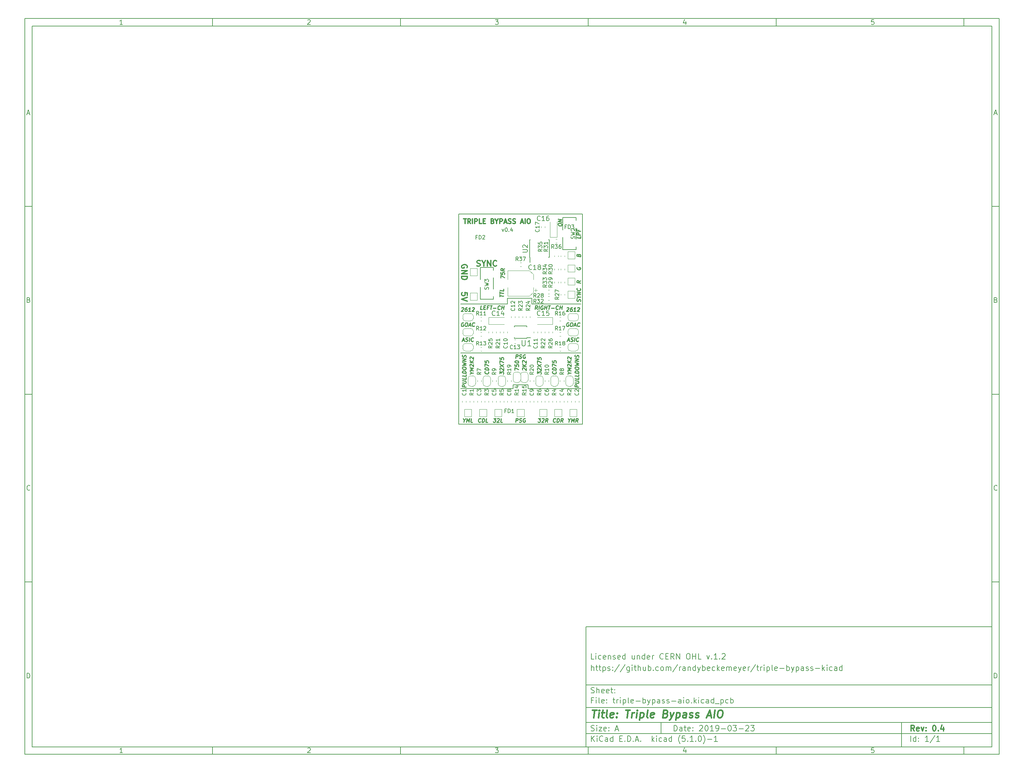
<source format=gbr>
G04 #@! TF.GenerationSoftware,KiCad,Pcbnew,(5.1.0)-1*
G04 #@! TF.CreationDate,2019-03-23T07:31:29-07:00*
G04 #@! TF.ProjectId,triple-bypass-aio,74726970-6c65-42d6-9279-706173732d61,0.4*
G04 #@! TF.SameCoordinates,Original*
G04 #@! TF.FileFunction,Legend,Top*
G04 #@! TF.FilePolarity,Positive*
%FSLAX46Y46*%
G04 Gerber Fmt 4.6, Leading zero omitted, Abs format (unit mm)*
G04 Created by KiCad (PCBNEW (5.1.0)-1) date 2019-03-23 07:31:29*
%MOMM*%
%LPD*%
G04 APERTURE LIST*
%ADD10C,0.100000*%
%ADD11C,0.150000*%
%ADD12C,0.300000*%
%ADD13C,0.400000*%
%ADD14C,0.250000*%
%ADD15C,0.200000*%
%ADD16C,0.312500*%
%ADD17C,0.203200*%
%ADD18C,0.120000*%
G04 APERTURE END LIST*
D10*
D11*
X159400000Y-171900000D02*
X159400000Y-203900000D01*
X267400000Y-203900000D01*
X267400000Y-171900000D01*
X159400000Y-171900000D01*
D10*
D11*
X10000000Y-10000000D02*
X10000000Y-205900000D01*
X269400000Y-205900000D01*
X269400000Y-10000000D01*
X10000000Y-10000000D01*
D10*
D11*
X12000000Y-12000000D02*
X12000000Y-203900000D01*
X267400000Y-203900000D01*
X267400000Y-12000000D01*
X12000000Y-12000000D01*
D10*
D11*
X60000000Y-12000000D02*
X60000000Y-10000000D01*
D10*
D11*
X110000000Y-12000000D02*
X110000000Y-10000000D01*
D10*
D11*
X160000000Y-12000000D02*
X160000000Y-10000000D01*
D10*
D11*
X210000000Y-12000000D02*
X210000000Y-10000000D01*
D10*
D11*
X260000000Y-12000000D02*
X260000000Y-10000000D01*
D10*
D11*
X36065476Y-11588095D02*
X35322619Y-11588095D01*
X35694047Y-11588095D02*
X35694047Y-10288095D01*
X35570238Y-10473809D01*
X35446428Y-10597619D01*
X35322619Y-10659523D01*
D10*
D11*
X85322619Y-10411904D02*
X85384523Y-10350000D01*
X85508333Y-10288095D01*
X85817857Y-10288095D01*
X85941666Y-10350000D01*
X86003571Y-10411904D01*
X86065476Y-10535714D01*
X86065476Y-10659523D01*
X86003571Y-10845238D01*
X85260714Y-11588095D01*
X86065476Y-11588095D01*
D10*
D11*
X135260714Y-10288095D02*
X136065476Y-10288095D01*
X135632142Y-10783333D01*
X135817857Y-10783333D01*
X135941666Y-10845238D01*
X136003571Y-10907142D01*
X136065476Y-11030952D01*
X136065476Y-11340476D01*
X136003571Y-11464285D01*
X135941666Y-11526190D01*
X135817857Y-11588095D01*
X135446428Y-11588095D01*
X135322619Y-11526190D01*
X135260714Y-11464285D01*
D10*
D11*
X185941666Y-10721428D02*
X185941666Y-11588095D01*
X185632142Y-10226190D02*
X185322619Y-11154761D01*
X186127380Y-11154761D01*
D10*
D11*
X236003571Y-10288095D02*
X235384523Y-10288095D01*
X235322619Y-10907142D01*
X235384523Y-10845238D01*
X235508333Y-10783333D01*
X235817857Y-10783333D01*
X235941666Y-10845238D01*
X236003571Y-10907142D01*
X236065476Y-11030952D01*
X236065476Y-11340476D01*
X236003571Y-11464285D01*
X235941666Y-11526190D01*
X235817857Y-11588095D01*
X235508333Y-11588095D01*
X235384523Y-11526190D01*
X235322619Y-11464285D01*
D10*
D11*
X60000000Y-203900000D02*
X60000000Y-205900000D01*
D10*
D11*
X110000000Y-203900000D02*
X110000000Y-205900000D01*
D10*
D11*
X160000000Y-203900000D02*
X160000000Y-205900000D01*
D10*
D11*
X210000000Y-203900000D02*
X210000000Y-205900000D01*
D10*
D11*
X260000000Y-203900000D02*
X260000000Y-205900000D01*
D10*
D11*
X36065476Y-205488095D02*
X35322619Y-205488095D01*
X35694047Y-205488095D02*
X35694047Y-204188095D01*
X35570238Y-204373809D01*
X35446428Y-204497619D01*
X35322619Y-204559523D01*
D10*
D11*
X85322619Y-204311904D02*
X85384523Y-204250000D01*
X85508333Y-204188095D01*
X85817857Y-204188095D01*
X85941666Y-204250000D01*
X86003571Y-204311904D01*
X86065476Y-204435714D01*
X86065476Y-204559523D01*
X86003571Y-204745238D01*
X85260714Y-205488095D01*
X86065476Y-205488095D01*
D10*
D11*
X135260714Y-204188095D02*
X136065476Y-204188095D01*
X135632142Y-204683333D01*
X135817857Y-204683333D01*
X135941666Y-204745238D01*
X136003571Y-204807142D01*
X136065476Y-204930952D01*
X136065476Y-205240476D01*
X136003571Y-205364285D01*
X135941666Y-205426190D01*
X135817857Y-205488095D01*
X135446428Y-205488095D01*
X135322619Y-205426190D01*
X135260714Y-205364285D01*
D10*
D11*
X185941666Y-204621428D02*
X185941666Y-205488095D01*
X185632142Y-204126190D02*
X185322619Y-205054761D01*
X186127380Y-205054761D01*
D10*
D11*
X236003571Y-204188095D02*
X235384523Y-204188095D01*
X235322619Y-204807142D01*
X235384523Y-204745238D01*
X235508333Y-204683333D01*
X235817857Y-204683333D01*
X235941666Y-204745238D01*
X236003571Y-204807142D01*
X236065476Y-204930952D01*
X236065476Y-205240476D01*
X236003571Y-205364285D01*
X235941666Y-205426190D01*
X235817857Y-205488095D01*
X235508333Y-205488095D01*
X235384523Y-205426190D01*
X235322619Y-205364285D01*
D10*
D11*
X10000000Y-60000000D02*
X12000000Y-60000000D01*
D10*
D11*
X10000000Y-110000000D02*
X12000000Y-110000000D01*
D10*
D11*
X10000000Y-160000000D02*
X12000000Y-160000000D01*
D10*
D11*
X10690476Y-35216666D02*
X11309523Y-35216666D01*
X10566666Y-35588095D02*
X11000000Y-34288095D01*
X11433333Y-35588095D01*
D10*
D11*
X11092857Y-84907142D02*
X11278571Y-84969047D01*
X11340476Y-85030952D01*
X11402380Y-85154761D01*
X11402380Y-85340476D01*
X11340476Y-85464285D01*
X11278571Y-85526190D01*
X11154761Y-85588095D01*
X10659523Y-85588095D01*
X10659523Y-84288095D01*
X11092857Y-84288095D01*
X11216666Y-84350000D01*
X11278571Y-84411904D01*
X11340476Y-84535714D01*
X11340476Y-84659523D01*
X11278571Y-84783333D01*
X11216666Y-84845238D01*
X11092857Y-84907142D01*
X10659523Y-84907142D01*
D10*
D11*
X11402380Y-135464285D02*
X11340476Y-135526190D01*
X11154761Y-135588095D01*
X11030952Y-135588095D01*
X10845238Y-135526190D01*
X10721428Y-135402380D01*
X10659523Y-135278571D01*
X10597619Y-135030952D01*
X10597619Y-134845238D01*
X10659523Y-134597619D01*
X10721428Y-134473809D01*
X10845238Y-134350000D01*
X11030952Y-134288095D01*
X11154761Y-134288095D01*
X11340476Y-134350000D01*
X11402380Y-134411904D01*
D10*
D11*
X10659523Y-185588095D02*
X10659523Y-184288095D01*
X10969047Y-184288095D01*
X11154761Y-184350000D01*
X11278571Y-184473809D01*
X11340476Y-184597619D01*
X11402380Y-184845238D01*
X11402380Y-185030952D01*
X11340476Y-185278571D01*
X11278571Y-185402380D01*
X11154761Y-185526190D01*
X10969047Y-185588095D01*
X10659523Y-185588095D01*
D10*
D11*
X269400000Y-60000000D02*
X267400000Y-60000000D01*
D10*
D11*
X269400000Y-110000000D02*
X267400000Y-110000000D01*
D10*
D11*
X269400000Y-160000000D02*
X267400000Y-160000000D01*
D10*
D11*
X268090476Y-35216666D02*
X268709523Y-35216666D01*
X267966666Y-35588095D02*
X268400000Y-34288095D01*
X268833333Y-35588095D01*
D10*
D11*
X268492857Y-84907142D02*
X268678571Y-84969047D01*
X268740476Y-85030952D01*
X268802380Y-85154761D01*
X268802380Y-85340476D01*
X268740476Y-85464285D01*
X268678571Y-85526190D01*
X268554761Y-85588095D01*
X268059523Y-85588095D01*
X268059523Y-84288095D01*
X268492857Y-84288095D01*
X268616666Y-84350000D01*
X268678571Y-84411904D01*
X268740476Y-84535714D01*
X268740476Y-84659523D01*
X268678571Y-84783333D01*
X268616666Y-84845238D01*
X268492857Y-84907142D01*
X268059523Y-84907142D01*
D10*
D11*
X268802380Y-135464285D02*
X268740476Y-135526190D01*
X268554761Y-135588095D01*
X268430952Y-135588095D01*
X268245238Y-135526190D01*
X268121428Y-135402380D01*
X268059523Y-135278571D01*
X267997619Y-135030952D01*
X267997619Y-134845238D01*
X268059523Y-134597619D01*
X268121428Y-134473809D01*
X268245238Y-134350000D01*
X268430952Y-134288095D01*
X268554761Y-134288095D01*
X268740476Y-134350000D01*
X268802380Y-134411904D01*
D10*
D11*
X268059523Y-185588095D02*
X268059523Y-184288095D01*
X268369047Y-184288095D01*
X268554761Y-184350000D01*
X268678571Y-184473809D01*
X268740476Y-184597619D01*
X268802380Y-184845238D01*
X268802380Y-185030952D01*
X268740476Y-185278571D01*
X268678571Y-185402380D01*
X268554761Y-185526190D01*
X268369047Y-185588095D01*
X268059523Y-185588095D01*
D10*
D11*
X182832142Y-199678571D02*
X182832142Y-198178571D01*
X183189285Y-198178571D01*
X183403571Y-198250000D01*
X183546428Y-198392857D01*
X183617857Y-198535714D01*
X183689285Y-198821428D01*
X183689285Y-199035714D01*
X183617857Y-199321428D01*
X183546428Y-199464285D01*
X183403571Y-199607142D01*
X183189285Y-199678571D01*
X182832142Y-199678571D01*
X184975000Y-199678571D02*
X184975000Y-198892857D01*
X184903571Y-198750000D01*
X184760714Y-198678571D01*
X184475000Y-198678571D01*
X184332142Y-198750000D01*
X184975000Y-199607142D02*
X184832142Y-199678571D01*
X184475000Y-199678571D01*
X184332142Y-199607142D01*
X184260714Y-199464285D01*
X184260714Y-199321428D01*
X184332142Y-199178571D01*
X184475000Y-199107142D01*
X184832142Y-199107142D01*
X184975000Y-199035714D01*
X185475000Y-198678571D02*
X186046428Y-198678571D01*
X185689285Y-198178571D02*
X185689285Y-199464285D01*
X185760714Y-199607142D01*
X185903571Y-199678571D01*
X186046428Y-199678571D01*
X187117857Y-199607142D02*
X186975000Y-199678571D01*
X186689285Y-199678571D01*
X186546428Y-199607142D01*
X186475000Y-199464285D01*
X186475000Y-198892857D01*
X186546428Y-198750000D01*
X186689285Y-198678571D01*
X186975000Y-198678571D01*
X187117857Y-198750000D01*
X187189285Y-198892857D01*
X187189285Y-199035714D01*
X186475000Y-199178571D01*
X187832142Y-199535714D02*
X187903571Y-199607142D01*
X187832142Y-199678571D01*
X187760714Y-199607142D01*
X187832142Y-199535714D01*
X187832142Y-199678571D01*
X187832142Y-198750000D02*
X187903571Y-198821428D01*
X187832142Y-198892857D01*
X187760714Y-198821428D01*
X187832142Y-198750000D01*
X187832142Y-198892857D01*
X189617857Y-198321428D02*
X189689285Y-198250000D01*
X189832142Y-198178571D01*
X190189285Y-198178571D01*
X190332142Y-198250000D01*
X190403571Y-198321428D01*
X190475000Y-198464285D01*
X190475000Y-198607142D01*
X190403571Y-198821428D01*
X189546428Y-199678571D01*
X190475000Y-199678571D01*
X191403571Y-198178571D02*
X191546428Y-198178571D01*
X191689285Y-198250000D01*
X191760714Y-198321428D01*
X191832142Y-198464285D01*
X191903571Y-198750000D01*
X191903571Y-199107142D01*
X191832142Y-199392857D01*
X191760714Y-199535714D01*
X191689285Y-199607142D01*
X191546428Y-199678571D01*
X191403571Y-199678571D01*
X191260714Y-199607142D01*
X191189285Y-199535714D01*
X191117857Y-199392857D01*
X191046428Y-199107142D01*
X191046428Y-198750000D01*
X191117857Y-198464285D01*
X191189285Y-198321428D01*
X191260714Y-198250000D01*
X191403571Y-198178571D01*
X193332142Y-199678571D02*
X192475000Y-199678571D01*
X192903571Y-199678571D02*
X192903571Y-198178571D01*
X192760714Y-198392857D01*
X192617857Y-198535714D01*
X192475000Y-198607142D01*
X194046428Y-199678571D02*
X194332142Y-199678571D01*
X194475000Y-199607142D01*
X194546428Y-199535714D01*
X194689285Y-199321428D01*
X194760714Y-199035714D01*
X194760714Y-198464285D01*
X194689285Y-198321428D01*
X194617857Y-198250000D01*
X194475000Y-198178571D01*
X194189285Y-198178571D01*
X194046428Y-198250000D01*
X193975000Y-198321428D01*
X193903571Y-198464285D01*
X193903571Y-198821428D01*
X193975000Y-198964285D01*
X194046428Y-199035714D01*
X194189285Y-199107142D01*
X194475000Y-199107142D01*
X194617857Y-199035714D01*
X194689285Y-198964285D01*
X194760714Y-198821428D01*
X195403571Y-199107142D02*
X196546428Y-199107142D01*
X197546428Y-198178571D02*
X197689285Y-198178571D01*
X197832142Y-198250000D01*
X197903571Y-198321428D01*
X197975000Y-198464285D01*
X198046428Y-198750000D01*
X198046428Y-199107142D01*
X197975000Y-199392857D01*
X197903571Y-199535714D01*
X197832142Y-199607142D01*
X197689285Y-199678571D01*
X197546428Y-199678571D01*
X197403571Y-199607142D01*
X197332142Y-199535714D01*
X197260714Y-199392857D01*
X197189285Y-199107142D01*
X197189285Y-198750000D01*
X197260714Y-198464285D01*
X197332142Y-198321428D01*
X197403571Y-198250000D01*
X197546428Y-198178571D01*
X198546428Y-198178571D02*
X199475000Y-198178571D01*
X198975000Y-198750000D01*
X199189285Y-198750000D01*
X199332142Y-198821428D01*
X199403571Y-198892857D01*
X199475000Y-199035714D01*
X199475000Y-199392857D01*
X199403571Y-199535714D01*
X199332142Y-199607142D01*
X199189285Y-199678571D01*
X198760714Y-199678571D01*
X198617857Y-199607142D01*
X198546428Y-199535714D01*
X200117857Y-199107142D02*
X201260714Y-199107142D01*
X201903571Y-198321428D02*
X201975000Y-198250000D01*
X202117857Y-198178571D01*
X202475000Y-198178571D01*
X202617857Y-198250000D01*
X202689285Y-198321428D01*
X202760714Y-198464285D01*
X202760714Y-198607142D01*
X202689285Y-198821428D01*
X201832142Y-199678571D01*
X202760714Y-199678571D01*
X203260714Y-198178571D02*
X204189285Y-198178571D01*
X203689285Y-198750000D01*
X203903571Y-198750000D01*
X204046428Y-198821428D01*
X204117857Y-198892857D01*
X204189285Y-199035714D01*
X204189285Y-199392857D01*
X204117857Y-199535714D01*
X204046428Y-199607142D01*
X203903571Y-199678571D01*
X203475000Y-199678571D01*
X203332142Y-199607142D01*
X203260714Y-199535714D01*
D10*
D11*
X159400000Y-200400000D02*
X267400000Y-200400000D01*
D10*
D11*
X160832142Y-202478571D02*
X160832142Y-200978571D01*
X161689285Y-202478571D02*
X161046428Y-201621428D01*
X161689285Y-200978571D02*
X160832142Y-201835714D01*
X162332142Y-202478571D02*
X162332142Y-201478571D01*
X162332142Y-200978571D02*
X162260714Y-201050000D01*
X162332142Y-201121428D01*
X162403571Y-201050000D01*
X162332142Y-200978571D01*
X162332142Y-201121428D01*
X163903571Y-202335714D02*
X163832142Y-202407142D01*
X163617857Y-202478571D01*
X163475000Y-202478571D01*
X163260714Y-202407142D01*
X163117857Y-202264285D01*
X163046428Y-202121428D01*
X162975000Y-201835714D01*
X162975000Y-201621428D01*
X163046428Y-201335714D01*
X163117857Y-201192857D01*
X163260714Y-201050000D01*
X163475000Y-200978571D01*
X163617857Y-200978571D01*
X163832142Y-201050000D01*
X163903571Y-201121428D01*
X165189285Y-202478571D02*
X165189285Y-201692857D01*
X165117857Y-201550000D01*
X164975000Y-201478571D01*
X164689285Y-201478571D01*
X164546428Y-201550000D01*
X165189285Y-202407142D02*
X165046428Y-202478571D01*
X164689285Y-202478571D01*
X164546428Y-202407142D01*
X164475000Y-202264285D01*
X164475000Y-202121428D01*
X164546428Y-201978571D01*
X164689285Y-201907142D01*
X165046428Y-201907142D01*
X165189285Y-201835714D01*
X166546428Y-202478571D02*
X166546428Y-200978571D01*
X166546428Y-202407142D02*
X166403571Y-202478571D01*
X166117857Y-202478571D01*
X165975000Y-202407142D01*
X165903571Y-202335714D01*
X165832142Y-202192857D01*
X165832142Y-201764285D01*
X165903571Y-201621428D01*
X165975000Y-201550000D01*
X166117857Y-201478571D01*
X166403571Y-201478571D01*
X166546428Y-201550000D01*
X168403571Y-201692857D02*
X168903571Y-201692857D01*
X169117857Y-202478571D02*
X168403571Y-202478571D01*
X168403571Y-200978571D01*
X169117857Y-200978571D01*
X169760714Y-202335714D02*
X169832142Y-202407142D01*
X169760714Y-202478571D01*
X169689285Y-202407142D01*
X169760714Y-202335714D01*
X169760714Y-202478571D01*
X170475000Y-202478571D02*
X170475000Y-200978571D01*
X170832142Y-200978571D01*
X171046428Y-201050000D01*
X171189285Y-201192857D01*
X171260714Y-201335714D01*
X171332142Y-201621428D01*
X171332142Y-201835714D01*
X171260714Y-202121428D01*
X171189285Y-202264285D01*
X171046428Y-202407142D01*
X170832142Y-202478571D01*
X170475000Y-202478571D01*
X171975000Y-202335714D02*
X172046428Y-202407142D01*
X171975000Y-202478571D01*
X171903571Y-202407142D01*
X171975000Y-202335714D01*
X171975000Y-202478571D01*
X172617857Y-202050000D02*
X173332142Y-202050000D01*
X172475000Y-202478571D02*
X172975000Y-200978571D01*
X173475000Y-202478571D01*
X173975000Y-202335714D02*
X174046428Y-202407142D01*
X173975000Y-202478571D01*
X173903571Y-202407142D01*
X173975000Y-202335714D01*
X173975000Y-202478571D01*
X176975000Y-202478571D02*
X176975000Y-200978571D01*
X177117857Y-201907142D02*
X177546428Y-202478571D01*
X177546428Y-201478571D02*
X176975000Y-202050000D01*
X178189285Y-202478571D02*
X178189285Y-201478571D01*
X178189285Y-200978571D02*
X178117857Y-201050000D01*
X178189285Y-201121428D01*
X178260714Y-201050000D01*
X178189285Y-200978571D01*
X178189285Y-201121428D01*
X179546428Y-202407142D02*
X179403571Y-202478571D01*
X179117857Y-202478571D01*
X178975000Y-202407142D01*
X178903571Y-202335714D01*
X178832142Y-202192857D01*
X178832142Y-201764285D01*
X178903571Y-201621428D01*
X178975000Y-201550000D01*
X179117857Y-201478571D01*
X179403571Y-201478571D01*
X179546428Y-201550000D01*
X180832142Y-202478571D02*
X180832142Y-201692857D01*
X180760714Y-201550000D01*
X180617857Y-201478571D01*
X180332142Y-201478571D01*
X180189285Y-201550000D01*
X180832142Y-202407142D02*
X180689285Y-202478571D01*
X180332142Y-202478571D01*
X180189285Y-202407142D01*
X180117857Y-202264285D01*
X180117857Y-202121428D01*
X180189285Y-201978571D01*
X180332142Y-201907142D01*
X180689285Y-201907142D01*
X180832142Y-201835714D01*
X182189285Y-202478571D02*
X182189285Y-200978571D01*
X182189285Y-202407142D02*
X182046428Y-202478571D01*
X181760714Y-202478571D01*
X181617857Y-202407142D01*
X181546428Y-202335714D01*
X181475000Y-202192857D01*
X181475000Y-201764285D01*
X181546428Y-201621428D01*
X181617857Y-201550000D01*
X181760714Y-201478571D01*
X182046428Y-201478571D01*
X182189285Y-201550000D01*
X184475000Y-203050000D02*
X184403571Y-202978571D01*
X184260714Y-202764285D01*
X184189285Y-202621428D01*
X184117857Y-202407142D01*
X184046428Y-202050000D01*
X184046428Y-201764285D01*
X184117857Y-201407142D01*
X184189285Y-201192857D01*
X184260714Y-201050000D01*
X184403571Y-200835714D01*
X184475000Y-200764285D01*
X185760714Y-200978571D02*
X185046428Y-200978571D01*
X184975000Y-201692857D01*
X185046428Y-201621428D01*
X185189285Y-201550000D01*
X185546428Y-201550000D01*
X185689285Y-201621428D01*
X185760714Y-201692857D01*
X185832142Y-201835714D01*
X185832142Y-202192857D01*
X185760714Y-202335714D01*
X185689285Y-202407142D01*
X185546428Y-202478571D01*
X185189285Y-202478571D01*
X185046428Y-202407142D01*
X184975000Y-202335714D01*
X186475000Y-202335714D02*
X186546428Y-202407142D01*
X186475000Y-202478571D01*
X186403571Y-202407142D01*
X186475000Y-202335714D01*
X186475000Y-202478571D01*
X187975000Y-202478571D02*
X187117857Y-202478571D01*
X187546428Y-202478571D02*
X187546428Y-200978571D01*
X187403571Y-201192857D01*
X187260714Y-201335714D01*
X187117857Y-201407142D01*
X188617857Y-202335714D02*
X188689285Y-202407142D01*
X188617857Y-202478571D01*
X188546428Y-202407142D01*
X188617857Y-202335714D01*
X188617857Y-202478571D01*
X189617857Y-200978571D02*
X189760714Y-200978571D01*
X189903571Y-201050000D01*
X189975000Y-201121428D01*
X190046428Y-201264285D01*
X190117857Y-201550000D01*
X190117857Y-201907142D01*
X190046428Y-202192857D01*
X189975000Y-202335714D01*
X189903571Y-202407142D01*
X189760714Y-202478571D01*
X189617857Y-202478571D01*
X189475000Y-202407142D01*
X189403571Y-202335714D01*
X189332142Y-202192857D01*
X189260714Y-201907142D01*
X189260714Y-201550000D01*
X189332142Y-201264285D01*
X189403571Y-201121428D01*
X189475000Y-201050000D01*
X189617857Y-200978571D01*
X190617857Y-203050000D02*
X190689285Y-202978571D01*
X190832142Y-202764285D01*
X190903571Y-202621428D01*
X190975000Y-202407142D01*
X191046428Y-202050000D01*
X191046428Y-201764285D01*
X190975000Y-201407142D01*
X190903571Y-201192857D01*
X190832142Y-201050000D01*
X190689285Y-200835714D01*
X190617857Y-200764285D01*
X191760714Y-201907142D02*
X192903571Y-201907142D01*
X194403571Y-202478571D02*
X193546428Y-202478571D01*
X193975000Y-202478571D02*
X193975000Y-200978571D01*
X193832142Y-201192857D01*
X193689285Y-201335714D01*
X193546428Y-201407142D01*
D10*
D11*
X159400000Y-197400000D02*
X267400000Y-197400000D01*
D10*
D12*
X246809285Y-199678571D02*
X246309285Y-198964285D01*
X245952142Y-199678571D02*
X245952142Y-198178571D01*
X246523571Y-198178571D01*
X246666428Y-198250000D01*
X246737857Y-198321428D01*
X246809285Y-198464285D01*
X246809285Y-198678571D01*
X246737857Y-198821428D01*
X246666428Y-198892857D01*
X246523571Y-198964285D01*
X245952142Y-198964285D01*
X248023571Y-199607142D02*
X247880714Y-199678571D01*
X247595000Y-199678571D01*
X247452142Y-199607142D01*
X247380714Y-199464285D01*
X247380714Y-198892857D01*
X247452142Y-198750000D01*
X247595000Y-198678571D01*
X247880714Y-198678571D01*
X248023571Y-198750000D01*
X248095000Y-198892857D01*
X248095000Y-199035714D01*
X247380714Y-199178571D01*
X248595000Y-198678571D02*
X248952142Y-199678571D01*
X249309285Y-198678571D01*
X249880714Y-199535714D02*
X249952142Y-199607142D01*
X249880714Y-199678571D01*
X249809285Y-199607142D01*
X249880714Y-199535714D01*
X249880714Y-199678571D01*
X249880714Y-198750000D02*
X249952142Y-198821428D01*
X249880714Y-198892857D01*
X249809285Y-198821428D01*
X249880714Y-198750000D01*
X249880714Y-198892857D01*
X252023571Y-198178571D02*
X252166428Y-198178571D01*
X252309285Y-198250000D01*
X252380714Y-198321428D01*
X252452142Y-198464285D01*
X252523571Y-198750000D01*
X252523571Y-199107142D01*
X252452142Y-199392857D01*
X252380714Y-199535714D01*
X252309285Y-199607142D01*
X252166428Y-199678571D01*
X252023571Y-199678571D01*
X251880714Y-199607142D01*
X251809285Y-199535714D01*
X251737857Y-199392857D01*
X251666428Y-199107142D01*
X251666428Y-198750000D01*
X251737857Y-198464285D01*
X251809285Y-198321428D01*
X251880714Y-198250000D01*
X252023571Y-198178571D01*
X253166428Y-199535714D02*
X253237857Y-199607142D01*
X253166428Y-199678571D01*
X253095000Y-199607142D01*
X253166428Y-199535714D01*
X253166428Y-199678571D01*
X254523571Y-198678571D02*
X254523571Y-199678571D01*
X254166428Y-198107142D02*
X253809285Y-199178571D01*
X254737857Y-199178571D01*
D10*
D11*
X160760714Y-199607142D02*
X160975000Y-199678571D01*
X161332142Y-199678571D01*
X161475000Y-199607142D01*
X161546428Y-199535714D01*
X161617857Y-199392857D01*
X161617857Y-199250000D01*
X161546428Y-199107142D01*
X161475000Y-199035714D01*
X161332142Y-198964285D01*
X161046428Y-198892857D01*
X160903571Y-198821428D01*
X160832142Y-198750000D01*
X160760714Y-198607142D01*
X160760714Y-198464285D01*
X160832142Y-198321428D01*
X160903571Y-198250000D01*
X161046428Y-198178571D01*
X161403571Y-198178571D01*
X161617857Y-198250000D01*
X162260714Y-199678571D02*
X162260714Y-198678571D01*
X162260714Y-198178571D02*
X162189285Y-198250000D01*
X162260714Y-198321428D01*
X162332142Y-198250000D01*
X162260714Y-198178571D01*
X162260714Y-198321428D01*
X162832142Y-198678571D02*
X163617857Y-198678571D01*
X162832142Y-199678571D01*
X163617857Y-199678571D01*
X164760714Y-199607142D02*
X164617857Y-199678571D01*
X164332142Y-199678571D01*
X164189285Y-199607142D01*
X164117857Y-199464285D01*
X164117857Y-198892857D01*
X164189285Y-198750000D01*
X164332142Y-198678571D01*
X164617857Y-198678571D01*
X164760714Y-198750000D01*
X164832142Y-198892857D01*
X164832142Y-199035714D01*
X164117857Y-199178571D01*
X165475000Y-199535714D02*
X165546428Y-199607142D01*
X165475000Y-199678571D01*
X165403571Y-199607142D01*
X165475000Y-199535714D01*
X165475000Y-199678571D01*
X165475000Y-198750000D02*
X165546428Y-198821428D01*
X165475000Y-198892857D01*
X165403571Y-198821428D01*
X165475000Y-198750000D01*
X165475000Y-198892857D01*
X167260714Y-199250000D02*
X167975000Y-199250000D01*
X167117857Y-199678571D02*
X167617857Y-198178571D01*
X168117857Y-199678571D01*
D10*
D11*
X245832142Y-202478571D02*
X245832142Y-200978571D01*
X247189285Y-202478571D02*
X247189285Y-200978571D01*
X247189285Y-202407142D02*
X247046428Y-202478571D01*
X246760714Y-202478571D01*
X246617857Y-202407142D01*
X246546428Y-202335714D01*
X246475000Y-202192857D01*
X246475000Y-201764285D01*
X246546428Y-201621428D01*
X246617857Y-201550000D01*
X246760714Y-201478571D01*
X247046428Y-201478571D01*
X247189285Y-201550000D01*
X247903571Y-202335714D02*
X247975000Y-202407142D01*
X247903571Y-202478571D01*
X247832142Y-202407142D01*
X247903571Y-202335714D01*
X247903571Y-202478571D01*
X247903571Y-201550000D02*
X247975000Y-201621428D01*
X247903571Y-201692857D01*
X247832142Y-201621428D01*
X247903571Y-201550000D01*
X247903571Y-201692857D01*
X250546428Y-202478571D02*
X249689285Y-202478571D01*
X250117857Y-202478571D02*
X250117857Y-200978571D01*
X249975000Y-201192857D01*
X249832142Y-201335714D01*
X249689285Y-201407142D01*
X252260714Y-200907142D02*
X250975000Y-202835714D01*
X253546428Y-202478571D02*
X252689285Y-202478571D01*
X253117857Y-202478571D02*
X253117857Y-200978571D01*
X252975000Y-201192857D01*
X252832142Y-201335714D01*
X252689285Y-201407142D01*
D10*
D11*
X159400000Y-193400000D02*
X267400000Y-193400000D01*
D10*
D13*
X161112380Y-194104761D02*
X162255238Y-194104761D01*
X161433809Y-196104761D02*
X161683809Y-194104761D01*
X162671904Y-196104761D02*
X162838571Y-194771428D01*
X162921904Y-194104761D02*
X162814761Y-194200000D01*
X162898095Y-194295238D01*
X163005238Y-194200000D01*
X162921904Y-194104761D01*
X162898095Y-194295238D01*
X163505238Y-194771428D02*
X164267142Y-194771428D01*
X163874285Y-194104761D02*
X163660000Y-195819047D01*
X163731428Y-196009523D01*
X163910000Y-196104761D01*
X164100476Y-196104761D01*
X165052857Y-196104761D02*
X164874285Y-196009523D01*
X164802857Y-195819047D01*
X165017142Y-194104761D01*
X166588571Y-196009523D02*
X166386190Y-196104761D01*
X166005238Y-196104761D01*
X165826666Y-196009523D01*
X165755238Y-195819047D01*
X165850476Y-195057142D01*
X165969523Y-194866666D01*
X166171904Y-194771428D01*
X166552857Y-194771428D01*
X166731428Y-194866666D01*
X166802857Y-195057142D01*
X166779047Y-195247619D01*
X165802857Y-195438095D01*
X167552857Y-195914285D02*
X167636190Y-196009523D01*
X167529047Y-196104761D01*
X167445714Y-196009523D01*
X167552857Y-195914285D01*
X167529047Y-196104761D01*
X167683809Y-194866666D02*
X167767142Y-194961904D01*
X167660000Y-195057142D01*
X167576666Y-194961904D01*
X167683809Y-194866666D01*
X167660000Y-195057142D01*
X169969523Y-194104761D02*
X171112380Y-194104761D01*
X170290952Y-196104761D02*
X170540952Y-194104761D01*
X171529047Y-196104761D02*
X171695714Y-194771428D01*
X171648095Y-195152380D02*
X171767142Y-194961904D01*
X171874285Y-194866666D01*
X172076666Y-194771428D01*
X172267142Y-194771428D01*
X172767142Y-196104761D02*
X172933809Y-194771428D01*
X173017142Y-194104761D02*
X172910000Y-194200000D01*
X172993333Y-194295238D01*
X173100476Y-194200000D01*
X173017142Y-194104761D01*
X172993333Y-194295238D01*
X173886190Y-194771428D02*
X173636190Y-196771428D01*
X173874285Y-194866666D02*
X174076666Y-194771428D01*
X174457619Y-194771428D01*
X174636190Y-194866666D01*
X174719523Y-194961904D01*
X174790952Y-195152380D01*
X174719523Y-195723809D01*
X174600476Y-195914285D01*
X174493333Y-196009523D01*
X174290952Y-196104761D01*
X173910000Y-196104761D01*
X173731428Y-196009523D01*
X175814761Y-196104761D02*
X175636190Y-196009523D01*
X175564761Y-195819047D01*
X175779047Y-194104761D01*
X177350476Y-196009523D02*
X177148095Y-196104761D01*
X176767142Y-196104761D01*
X176588571Y-196009523D01*
X176517142Y-195819047D01*
X176612380Y-195057142D01*
X176731428Y-194866666D01*
X176933809Y-194771428D01*
X177314761Y-194771428D01*
X177493333Y-194866666D01*
X177564761Y-195057142D01*
X177540952Y-195247619D01*
X176564761Y-195438095D01*
X180612380Y-195057142D02*
X180886190Y-195152380D01*
X180969523Y-195247619D01*
X181040952Y-195438095D01*
X181005238Y-195723809D01*
X180886190Y-195914285D01*
X180779047Y-196009523D01*
X180576666Y-196104761D01*
X179814761Y-196104761D01*
X180064761Y-194104761D01*
X180731428Y-194104761D01*
X180910000Y-194200000D01*
X180993333Y-194295238D01*
X181064761Y-194485714D01*
X181040952Y-194676190D01*
X180921904Y-194866666D01*
X180814761Y-194961904D01*
X180612380Y-195057142D01*
X179945714Y-195057142D01*
X181790952Y-194771428D02*
X182100476Y-196104761D01*
X182743333Y-194771428D02*
X182100476Y-196104761D01*
X181850476Y-196580952D01*
X181743333Y-196676190D01*
X181540952Y-196771428D01*
X183505238Y-194771428D02*
X183255238Y-196771428D01*
X183493333Y-194866666D02*
X183695714Y-194771428D01*
X184076666Y-194771428D01*
X184255238Y-194866666D01*
X184338571Y-194961904D01*
X184410000Y-195152380D01*
X184338571Y-195723809D01*
X184219523Y-195914285D01*
X184112380Y-196009523D01*
X183910000Y-196104761D01*
X183529047Y-196104761D01*
X183350476Y-196009523D01*
X186005238Y-196104761D02*
X186136190Y-195057142D01*
X186064761Y-194866666D01*
X185886190Y-194771428D01*
X185505238Y-194771428D01*
X185302857Y-194866666D01*
X186017142Y-196009523D02*
X185814761Y-196104761D01*
X185338571Y-196104761D01*
X185160000Y-196009523D01*
X185088571Y-195819047D01*
X185112380Y-195628571D01*
X185231428Y-195438095D01*
X185433809Y-195342857D01*
X185910000Y-195342857D01*
X186112380Y-195247619D01*
X186874285Y-196009523D02*
X187052857Y-196104761D01*
X187433809Y-196104761D01*
X187636190Y-196009523D01*
X187755238Y-195819047D01*
X187767142Y-195723809D01*
X187695714Y-195533333D01*
X187517142Y-195438095D01*
X187231428Y-195438095D01*
X187052857Y-195342857D01*
X186981428Y-195152380D01*
X186993333Y-195057142D01*
X187112380Y-194866666D01*
X187314761Y-194771428D01*
X187600476Y-194771428D01*
X187779047Y-194866666D01*
X188493333Y-196009523D02*
X188671904Y-196104761D01*
X189052857Y-196104761D01*
X189255238Y-196009523D01*
X189374285Y-195819047D01*
X189386190Y-195723809D01*
X189314761Y-195533333D01*
X189136190Y-195438095D01*
X188850476Y-195438095D01*
X188671904Y-195342857D01*
X188600476Y-195152380D01*
X188612380Y-195057142D01*
X188731428Y-194866666D01*
X188933809Y-194771428D01*
X189219523Y-194771428D01*
X189398095Y-194866666D01*
X191695714Y-195533333D02*
X192648095Y-195533333D01*
X191433809Y-196104761D02*
X192350476Y-194104761D01*
X192767142Y-196104761D01*
X193433809Y-196104761D02*
X193683809Y-194104761D01*
X195017142Y-194104761D02*
X195398095Y-194104761D01*
X195576666Y-194200000D01*
X195743333Y-194390476D01*
X195790952Y-194771428D01*
X195707619Y-195438095D01*
X195564761Y-195819047D01*
X195350476Y-196009523D01*
X195148095Y-196104761D01*
X194767142Y-196104761D01*
X194588571Y-196009523D01*
X194421904Y-195819047D01*
X194374285Y-195438095D01*
X194457619Y-194771428D01*
X194600476Y-194390476D01*
X194814761Y-194200000D01*
X195017142Y-194104761D01*
D10*
D11*
X161332142Y-191492857D02*
X160832142Y-191492857D01*
X160832142Y-192278571D02*
X160832142Y-190778571D01*
X161546428Y-190778571D01*
X162117857Y-192278571D02*
X162117857Y-191278571D01*
X162117857Y-190778571D02*
X162046428Y-190850000D01*
X162117857Y-190921428D01*
X162189285Y-190850000D01*
X162117857Y-190778571D01*
X162117857Y-190921428D01*
X163046428Y-192278571D02*
X162903571Y-192207142D01*
X162832142Y-192064285D01*
X162832142Y-190778571D01*
X164189285Y-192207142D02*
X164046428Y-192278571D01*
X163760714Y-192278571D01*
X163617857Y-192207142D01*
X163546428Y-192064285D01*
X163546428Y-191492857D01*
X163617857Y-191350000D01*
X163760714Y-191278571D01*
X164046428Y-191278571D01*
X164189285Y-191350000D01*
X164260714Y-191492857D01*
X164260714Y-191635714D01*
X163546428Y-191778571D01*
X164903571Y-192135714D02*
X164975000Y-192207142D01*
X164903571Y-192278571D01*
X164832142Y-192207142D01*
X164903571Y-192135714D01*
X164903571Y-192278571D01*
X164903571Y-191350000D02*
X164975000Y-191421428D01*
X164903571Y-191492857D01*
X164832142Y-191421428D01*
X164903571Y-191350000D01*
X164903571Y-191492857D01*
X166546428Y-191278571D02*
X167117857Y-191278571D01*
X166760714Y-190778571D02*
X166760714Y-192064285D01*
X166832142Y-192207142D01*
X166975000Y-192278571D01*
X167117857Y-192278571D01*
X167617857Y-192278571D02*
X167617857Y-191278571D01*
X167617857Y-191564285D02*
X167689285Y-191421428D01*
X167760714Y-191350000D01*
X167903571Y-191278571D01*
X168046428Y-191278571D01*
X168546428Y-192278571D02*
X168546428Y-191278571D01*
X168546428Y-190778571D02*
X168475000Y-190850000D01*
X168546428Y-190921428D01*
X168617857Y-190850000D01*
X168546428Y-190778571D01*
X168546428Y-190921428D01*
X169260714Y-191278571D02*
X169260714Y-192778571D01*
X169260714Y-191350000D02*
X169403571Y-191278571D01*
X169689285Y-191278571D01*
X169832142Y-191350000D01*
X169903571Y-191421428D01*
X169975000Y-191564285D01*
X169975000Y-191992857D01*
X169903571Y-192135714D01*
X169832142Y-192207142D01*
X169689285Y-192278571D01*
X169403571Y-192278571D01*
X169260714Y-192207142D01*
X170832142Y-192278571D02*
X170689285Y-192207142D01*
X170617857Y-192064285D01*
X170617857Y-190778571D01*
X171975000Y-192207142D02*
X171832142Y-192278571D01*
X171546428Y-192278571D01*
X171403571Y-192207142D01*
X171332142Y-192064285D01*
X171332142Y-191492857D01*
X171403571Y-191350000D01*
X171546428Y-191278571D01*
X171832142Y-191278571D01*
X171975000Y-191350000D01*
X172046428Y-191492857D01*
X172046428Y-191635714D01*
X171332142Y-191778571D01*
X172689285Y-191707142D02*
X173832142Y-191707142D01*
X174546428Y-192278571D02*
X174546428Y-190778571D01*
X174546428Y-191350000D02*
X174689285Y-191278571D01*
X174975000Y-191278571D01*
X175117857Y-191350000D01*
X175189285Y-191421428D01*
X175260714Y-191564285D01*
X175260714Y-191992857D01*
X175189285Y-192135714D01*
X175117857Y-192207142D01*
X174975000Y-192278571D01*
X174689285Y-192278571D01*
X174546428Y-192207142D01*
X175760714Y-191278571D02*
X176117857Y-192278571D01*
X176475000Y-191278571D02*
X176117857Y-192278571D01*
X175975000Y-192635714D01*
X175903571Y-192707142D01*
X175760714Y-192778571D01*
X177046428Y-191278571D02*
X177046428Y-192778571D01*
X177046428Y-191350000D02*
X177189285Y-191278571D01*
X177475000Y-191278571D01*
X177617857Y-191350000D01*
X177689285Y-191421428D01*
X177760714Y-191564285D01*
X177760714Y-191992857D01*
X177689285Y-192135714D01*
X177617857Y-192207142D01*
X177475000Y-192278571D01*
X177189285Y-192278571D01*
X177046428Y-192207142D01*
X179046428Y-192278571D02*
X179046428Y-191492857D01*
X178975000Y-191350000D01*
X178832142Y-191278571D01*
X178546428Y-191278571D01*
X178403571Y-191350000D01*
X179046428Y-192207142D02*
X178903571Y-192278571D01*
X178546428Y-192278571D01*
X178403571Y-192207142D01*
X178332142Y-192064285D01*
X178332142Y-191921428D01*
X178403571Y-191778571D01*
X178546428Y-191707142D01*
X178903571Y-191707142D01*
X179046428Y-191635714D01*
X179689285Y-192207142D02*
X179832142Y-192278571D01*
X180117857Y-192278571D01*
X180260714Y-192207142D01*
X180332142Y-192064285D01*
X180332142Y-191992857D01*
X180260714Y-191850000D01*
X180117857Y-191778571D01*
X179903571Y-191778571D01*
X179760714Y-191707142D01*
X179689285Y-191564285D01*
X179689285Y-191492857D01*
X179760714Y-191350000D01*
X179903571Y-191278571D01*
X180117857Y-191278571D01*
X180260714Y-191350000D01*
X180903571Y-192207142D02*
X181046428Y-192278571D01*
X181332142Y-192278571D01*
X181475000Y-192207142D01*
X181546428Y-192064285D01*
X181546428Y-191992857D01*
X181475000Y-191850000D01*
X181332142Y-191778571D01*
X181117857Y-191778571D01*
X180975000Y-191707142D01*
X180903571Y-191564285D01*
X180903571Y-191492857D01*
X180975000Y-191350000D01*
X181117857Y-191278571D01*
X181332142Y-191278571D01*
X181475000Y-191350000D01*
X182189285Y-191707142D02*
X183332142Y-191707142D01*
X184689285Y-192278571D02*
X184689285Y-191492857D01*
X184617857Y-191350000D01*
X184475000Y-191278571D01*
X184189285Y-191278571D01*
X184046428Y-191350000D01*
X184689285Y-192207142D02*
X184546428Y-192278571D01*
X184189285Y-192278571D01*
X184046428Y-192207142D01*
X183975000Y-192064285D01*
X183975000Y-191921428D01*
X184046428Y-191778571D01*
X184189285Y-191707142D01*
X184546428Y-191707142D01*
X184689285Y-191635714D01*
X185403571Y-192278571D02*
X185403571Y-191278571D01*
X185403571Y-190778571D02*
X185332142Y-190850000D01*
X185403571Y-190921428D01*
X185475000Y-190850000D01*
X185403571Y-190778571D01*
X185403571Y-190921428D01*
X186332142Y-192278571D02*
X186189285Y-192207142D01*
X186117857Y-192135714D01*
X186046428Y-191992857D01*
X186046428Y-191564285D01*
X186117857Y-191421428D01*
X186189285Y-191350000D01*
X186332142Y-191278571D01*
X186546428Y-191278571D01*
X186689285Y-191350000D01*
X186760714Y-191421428D01*
X186832142Y-191564285D01*
X186832142Y-191992857D01*
X186760714Y-192135714D01*
X186689285Y-192207142D01*
X186546428Y-192278571D01*
X186332142Y-192278571D01*
X187475000Y-192135714D02*
X187546428Y-192207142D01*
X187475000Y-192278571D01*
X187403571Y-192207142D01*
X187475000Y-192135714D01*
X187475000Y-192278571D01*
X188189285Y-192278571D02*
X188189285Y-190778571D01*
X188332142Y-191707142D02*
X188760714Y-192278571D01*
X188760714Y-191278571D02*
X188189285Y-191850000D01*
X189403571Y-192278571D02*
X189403571Y-191278571D01*
X189403571Y-190778571D02*
X189332142Y-190850000D01*
X189403571Y-190921428D01*
X189475000Y-190850000D01*
X189403571Y-190778571D01*
X189403571Y-190921428D01*
X190760714Y-192207142D02*
X190617857Y-192278571D01*
X190332142Y-192278571D01*
X190189285Y-192207142D01*
X190117857Y-192135714D01*
X190046428Y-191992857D01*
X190046428Y-191564285D01*
X190117857Y-191421428D01*
X190189285Y-191350000D01*
X190332142Y-191278571D01*
X190617857Y-191278571D01*
X190760714Y-191350000D01*
X192046428Y-192278571D02*
X192046428Y-191492857D01*
X191975000Y-191350000D01*
X191832142Y-191278571D01*
X191546428Y-191278571D01*
X191403571Y-191350000D01*
X192046428Y-192207142D02*
X191903571Y-192278571D01*
X191546428Y-192278571D01*
X191403571Y-192207142D01*
X191332142Y-192064285D01*
X191332142Y-191921428D01*
X191403571Y-191778571D01*
X191546428Y-191707142D01*
X191903571Y-191707142D01*
X192046428Y-191635714D01*
X193403571Y-192278571D02*
X193403571Y-190778571D01*
X193403571Y-192207142D02*
X193260714Y-192278571D01*
X192975000Y-192278571D01*
X192832142Y-192207142D01*
X192760714Y-192135714D01*
X192689285Y-191992857D01*
X192689285Y-191564285D01*
X192760714Y-191421428D01*
X192832142Y-191350000D01*
X192975000Y-191278571D01*
X193260714Y-191278571D01*
X193403571Y-191350000D01*
X193760714Y-192421428D02*
X194903571Y-192421428D01*
X195260714Y-191278571D02*
X195260714Y-192778571D01*
X195260714Y-191350000D02*
X195403571Y-191278571D01*
X195689285Y-191278571D01*
X195832142Y-191350000D01*
X195903571Y-191421428D01*
X195975000Y-191564285D01*
X195975000Y-191992857D01*
X195903571Y-192135714D01*
X195832142Y-192207142D01*
X195689285Y-192278571D01*
X195403571Y-192278571D01*
X195260714Y-192207142D01*
X197260714Y-192207142D02*
X197117857Y-192278571D01*
X196832142Y-192278571D01*
X196689285Y-192207142D01*
X196617857Y-192135714D01*
X196546428Y-191992857D01*
X196546428Y-191564285D01*
X196617857Y-191421428D01*
X196689285Y-191350000D01*
X196832142Y-191278571D01*
X197117857Y-191278571D01*
X197260714Y-191350000D01*
X197903571Y-192278571D02*
X197903571Y-190778571D01*
X197903571Y-191350000D02*
X198046428Y-191278571D01*
X198332142Y-191278571D01*
X198475000Y-191350000D01*
X198546428Y-191421428D01*
X198617857Y-191564285D01*
X198617857Y-191992857D01*
X198546428Y-192135714D01*
X198475000Y-192207142D01*
X198332142Y-192278571D01*
X198046428Y-192278571D01*
X197903571Y-192207142D01*
D10*
D11*
X159400000Y-187400000D02*
X267400000Y-187400000D01*
D10*
D11*
X160760714Y-189507142D02*
X160975000Y-189578571D01*
X161332142Y-189578571D01*
X161475000Y-189507142D01*
X161546428Y-189435714D01*
X161617857Y-189292857D01*
X161617857Y-189150000D01*
X161546428Y-189007142D01*
X161475000Y-188935714D01*
X161332142Y-188864285D01*
X161046428Y-188792857D01*
X160903571Y-188721428D01*
X160832142Y-188650000D01*
X160760714Y-188507142D01*
X160760714Y-188364285D01*
X160832142Y-188221428D01*
X160903571Y-188150000D01*
X161046428Y-188078571D01*
X161403571Y-188078571D01*
X161617857Y-188150000D01*
X162260714Y-189578571D02*
X162260714Y-188078571D01*
X162903571Y-189578571D02*
X162903571Y-188792857D01*
X162832142Y-188650000D01*
X162689285Y-188578571D01*
X162475000Y-188578571D01*
X162332142Y-188650000D01*
X162260714Y-188721428D01*
X164189285Y-189507142D02*
X164046428Y-189578571D01*
X163760714Y-189578571D01*
X163617857Y-189507142D01*
X163546428Y-189364285D01*
X163546428Y-188792857D01*
X163617857Y-188650000D01*
X163760714Y-188578571D01*
X164046428Y-188578571D01*
X164189285Y-188650000D01*
X164260714Y-188792857D01*
X164260714Y-188935714D01*
X163546428Y-189078571D01*
X165475000Y-189507142D02*
X165332142Y-189578571D01*
X165046428Y-189578571D01*
X164903571Y-189507142D01*
X164832142Y-189364285D01*
X164832142Y-188792857D01*
X164903571Y-188650000D01*
X165046428Y-188578571D01*
X165332142Y-188578571D01*
X165475000Y-188650000D01*
X165546428Y-188792857D01*
X165546428Y-188935714D01*
X164832142Y-189078571D01*
X165975000Y-188578571D02*
X166546428Y-188578571D01*
X166189285Y-188078571D02*
X166189285Y-189364285D01*
X166260714Y-189507142D01*
X166403571Y-189578571D01*
X166546428Y-189578571D01*
X167046428Y-189435714D02*
X167117857Y-189507142D01*
X167046428Y-189578571D01*
X166975000Y-189507142D01*
X167046428Y-189435714D01*
X167046428Y-189578571D01*
X167046428Y-188650000D02*
X167117857Y-188721428D01*
X167046428Y-188792857D01*
X166975000Y-188721428D01*
X167046428Y-188650000D01*
X167046428Y-188792857D01*
D10*
D11*
X160832142Y-183578571D02*
X160832142Y-182078571D01*
X161475000Y-183578571D02*
X161475000Y-182792857D01*
X161403571Y-182650000D01*
X161260714Y-182578571D01*
X161046428Y-182578571D01*
X160903571Y-182650000D01*
X160832142Y-182721428D01*
X161975000Y-182578571D02*
X162546428Y-182578571D01*
X162189285Y-182078571D02*
X162189285Y-183364285D01*
X162260714Y-183507142D01*
X162403571Y-183578571D01*
X162546428Y-183578571D01*
X162832142Y-182578571D02*
X163403571Y-182578571D01*
X163046428Y-182078571D02*
X163046428Y-183364285D01*
X163117857Y-183507142D01*
X163260714Y-183578571D01*
X163403571Y-183578571D01*
X163903571Y-182578571D02*
X163903571Y-184078571D01*
X163903571Y-182650000D02*
X164046428Y-182578571D01*
X164332142Y-182578571D01*
X164475000Y-182650000D01*
X164546428Y-182721428D01*
X164617857Y-182864285D01*
X164617857Y-183292857D01*
X164546428Y-183435714D01*
X164475000Y-183507142D01*
X164332142Y-183578571D01*
X164046428Y-183578571D01*
X163903571Y-183507142D01*
X165189285Y-183507142D02*
X165332142Y-183578571D01*
X165617857Y-183578571D01*
X165760714Y-183507142D01*
X165832142Y-183364285D01*
X165832142Y-183292857D01*
X165760714Y-183150000D01*
X165617857Y-183078571D01*
X165403571Y-183078571D01*
X165260714Y-183007142D01*
X165189285Y-182864285D01*
X165189285Y-182792857D01*
X165260714Y-182650000D01*
X165403571Y-182578571D01*
X165617857Y-182578571D01*
X165760714Y-182650000D01*
X166475000Y-183435714D02*
X166546428Y-183507142D01*
X166475000Y-183578571D01*
X166403571Y-183507142D01*
X166475000Y-183435714D01*
X166475000Y-183578571D01*
X166475000Y-182650000D02*
X166546428Y-182721428D01*
X166475000Y-182792857D01*
X166403571Y-182721428D01*
X166475000Y-182650000D01*
X166475000Y-182792857D01*
X168260714Y-182007142D02*
X166975000Y-183935714D01*
X169832142Y-182007142D02*
X168546428Y-183935714D01*
X170975000Y-182578571D02*
X170975000Y-183792857D01*
X170903571Y-183935714D01*
X170832142Y-184007142D01*
X170689285Y-184078571D01*
X170475000Y-184078571D01*
X170332142Y-184007142D01*
X170975000Y-183507142D02*
X170832142Y-183578571D01*
X170546428Y-183578571D01*
X170403571Y-183507142D01*
X170332142Y-183435714D01*
X170260714Y-183292857D01*
X170260714Y-182864285D01*
X170332142Y-182721428D01*
X170403571Y-182650000D01*
X170546428Y-182578571D01*
X170832142Y-182578571D01*
X170975000Y-182650000D01*
X171689285Y-183578571D02*
X171689285Y-182578571D01*
X171689285Y-182078571D02*
X171617857Y-182150000D01*
X171689285Y-182221428D01*
X171760714Y-182150000D01*
X171689285Y-182078571D01*
X171689285Y-182221428D01*
X172189285Y-182578571D02*
X172760714Y-182578571D01*
X172403571Y-182078571D02*
X172403571Y-183364285D01*
X172475000Y-183507142D01*
X172617857Y-183578571D01*
X172760714Y-183578571D01*
X173260714Y-183578571D02*
X173260714Y-182078571D01*
X173903571Y-183578571D02*
X173903571Y-182792857D01*
X173832142Y-182650000D01*
X173689285Y-182578571D01*
X173475000Y-182578571D01*
X173332142Y-182650000D01*
X173260714Y-182721428D01*
X175260714Y-182578571D02*
X175260714Y-183578571D01*
X174617857Y-182578571D02*
X174617857Y-183364285D01*
X174689285Y-183507142D01*
X174832142Y-183578571D01*
X175046428Y-183578571D01*
X175189285Y-183507142D01*
X175260714Y-183435714D01*
X175975000Y-183578571D02*
X175975000Y-182078571D01*
X175975000Y-182650000D02*
X176117857Y-182578571D01*
X176403571Y-182578571D01*
X176546428Y-182650000D01*
X176617857Y-182721428D01*
X176689285Y-182864285D01*
X176689285Y-183292857D01*
X176617857Y-183435714D01*
X176546428Y-183507142D01*
X176403571Y-183578571D01*
X176117857Y-183578571D01*
X175975000Y-183507142D01*
X177332142Y-183435714D02*
X177403571Y-183507142D01*
X177332142Y-183578571D01*
X177260714Y-183507142D01*
X177332142Y-183435714D01*
X177332142Y-183578571D01*
X178689285Y-183507142D02*
X178546428Y-183578571D01*
X178260714Y-183578571D01*
X178117857Y-183507142D01*
X178046428Y-183435714D01*
X177975000Y-183292857D01*
X177975000Y-182864285D01*
X178046428Y-182721428D01*
X178117857Y-182650000D01*
X178260714Y-182578571D01*
X178546428Y-182578571D01*
X178689285Y-182650000D01*
X179546428Y-183578571D02*
X179403571Y-183507142D01*
X179332142Y-183435714D01*
X179260714Y-183292857D01*
X179260714Y-182864285D01*
X179332142Y-182721428D01*
X179403571Y-182650000D01*
X179546428Y-182578571D01*
X179760714Y-182578571D01*
X179903571Y-182650000D01*
X179975000Y-182721428D01*
X180046428Y-182864285D01*
X180046428Y-183292857D01*
X179975000Y-183435714D01*
X179903571Y-183507142D01*
X179760714Y-183578571D01*
X179546428Y-183578571D01*
X180689285Y-183578571D02*
X180689285Y-182578571D01*
X180689285Y-182721428D02*
X180760714Y-182650000D01*
X180903571Y-182578571D01*
X181117857Y-182578571D01*
X181260714Y-182650000D01*
X181332142Y-182792857D01*
X181332142Y-183578571D01*
X181332142Y-182792857D02*
X181403571Y-182650000D01*
X181546428Y-182578571D01*
X181760714Y-182578571D01*
X181903571Y-182650000D01*
X181975000Y-182792857D01*
X181975000Y-183578571D01*
X183760714Y-182007142D02*
X182475000Y-183935714D01*
X184260714Y-183578571D02*
X184260714Y-182578571D01*
X184260714Y-182864285D02*
X184332142Y-182721428D01*
X184403571Y-182650000D01*
X184546428Y-182578571D01*
X184689285Y-182578571D01*
X185832142Y-183578571D02*
X185832142Y-182792857D01*
X185760714Y-182650000D01*
X185617857Y-182578571D01*
X185332142Y-182578571D01*
X185189285Y-182650000D01*
X185832142Y-183507142D02*
X185689285Y-183578571D01*
X185332142Y-183578571D01*
X185189285Y-183507142D01*
X185117857Y-183364285D01*
X185117857Y-183221428D01*
X185189285Y-183078571D01*
X185332142Y-183007142D01*
X185689285Y-183007142D01*
X185832142Y-182935714D01*
X186546428Y-182578571D02*
X186546428Y-183578571D01*
X186546428Y-182721428D02*
X186617857Y-182650000D01*
X186760714Y-182578571D01*
X186975000Y-182578571D01*
X187117857Y-182650000D01*
X187189285Y-182792857D01*
X187189285Y-183578571D01*
X188546428Y-183578571D02*
X188546428Y-182078571D01*
X188546428Y-183507142D02*
X188403571Y-183578571D01*
X188117857Y-183578571D01*
X187975000Y-183507142D01*
X187903571Y-183435714D01*
X187832142Y-183292857D01*
X187832142Y-182864285D01*
X187903571Y-182721428D01*
X187975000Y-182650000D01*
X188117857Y-182578571D01*
X188403571Y-182578571D01*
X188546428Y-182650000D01*
X189117857Y-182578571D02*
X189475000Y-183578571D01*
X189832142Y-182578571D02*
X189475000Y-183578571D01*
X189332142Y-183935714D01*
X189260714Y-184007142D01*
X189117857Y-184078571D01*
X190403571Y-183578571D02*
X190403571Y-182078571D01*
X190403571Y-182650000D02*
X190546428Y-182578571D01*
X190832142Y-182578571D01*
X190975000Y-182650000D01*
X191046428Y-182721428D01*
X191117857Y-182864285D01*
X191117857Y-183292857D01*
X191046428Y-183435714D01*
X190975000Y-183507142D01*
X190832142Y-183578571D01*
X190546428Y-183578571D01*
X190403571Y-183507142D01*
X192332142Y-183507142D02*
X192189285Y-183578571D01*
X191903571Y-183578571D01*
X191760714Y-183507142D01*
X191689285Y-183364285D01*
X191689285Y-182792857D01*
X191760714Y-182650000D01*
X191903571Y-182578571D01*
X192189285Y-182578571D01*
X192332142Y-182650000D01*
X192403571Y-182792857D01*
X192403571Y-182935714D01*
X191689285Y-183078571D01*
X193689285Y-183507142D02*
X193546428Y-183578571D01*
X193260714Y-183578571D01*
X193117857Y-183507142D01*
X193046428Y-183435714D01*
X192975000Y-183292857D01*
X192975000Y-182864285D01*
X193046428Y-182721428D01*
X193117857Y-182650000D01*
X193260714Y-182578571D01*
X193546428Y-182578571D01*
X193689285Y-182650000D01*
X194332142Y-183578571D02*
X194332142Y-182078571D01*
X194475000Y-183007142D02*
X194903571Y-183578571D01*
X194903571Y-182578571D02*
X194332142Y-183150000D01*
X196117857Y-183507142D02*
X195975000Y-183578571D01*
X195689285Y-183578571D01*
X195546428Y-183507142D01*
X195475000Y-183364285D01*
X195475000Y-182792857D01*
X195546428Y-182650000D01*
X195689285Y-182578571D01*
X195975000Y-182578571D01*
X196117857Y-182650000D01*
X196189285Y-182792857D01*
X196189285Y-182935714D01*
X195475000Y-183078571D01*
X196832142Y-183578571D02*
X196832142Y-182578571D01*
X196832142Y-182721428D02*
X196903571Y-182650000D01*
X197046428Y-182578571D01*
X197260714Y-182578571D01*
X197403571Y-182650000D01*
X197475000Y-182792857D01*
X197475000Y-183578571D01*
X197475000Y-182792857D02*
X197546428Y-182650000D01*
X197689285Y-182578571D01*
X197903571Y-182578571D01*
X198046428Y-182650000D01*
X198117857Y-182792857D01*
X198117857Y-183578571D01*
X199403571Y-183507142D02*
X199260714Y-183578571D01*
X198975000Y-183578571D01*
X198832142Y-183507142D01*
X198760714Y-183364285D01*
X198760714Y-182792857D01*
X198832142Y-182650000D01*
X198975000Y-182578571D01*
X199260714Y-182578571D01*
X199403571Y-182650000D01*
X199475000Y-182792857D01*
X199475000Y-182935714D01*
X198760714Y-183078571D01*
X199975000Y-182578571D02*
X200332142Y-183578571D01*
X200689285Y-182578571D02*
X200332142Y-183578571D01*
X200189285Y-183935714D01*
X200117857Y-184007142D01*
X199975000Y-184078571D01*
X201832142Y-183507142D02*
X201689285Y-183578571D01*
X201403571Y-183578571D01*
X201260714Y-183507142D01*
X201189285Y-183364285D01*
X201189285Y-182792857D01*
X201260714Y-182650000D01*
X201403571Y-182578571D01*
X201689285Y-182578571D01*
X201832142Y-182650000D01*
X201903571Y-182792857D01*
X201903571Y-182935714D01*
X201189285Y-183078571D01*
X202546428Y-183578571D02*
X202546428Y-182578571D01*
X202546428Y-182864285D02*
X202617857Y-182721428D01*
X202689285Y-182650000D01*
X202832142Y-182578571D01*
X202975000Y-182578571D01*
X204546428Y-182007142D02*
X203260714Y-183935714D01*
X204832142Y-182578571D02*
X205403571Y-182578571D01*
X205046428Y-182078571D02*
X205046428Y-183364285D01*
X205117857Y-183507142D01*
X205260714Y-183578571D01*
X205403571Y-183578571D01*
X205903571Y-183578571D02*
X205903571Y-182578571D01*
X205903571Y-182864285D02*
X205975000Y-182721428D01*
X206046428Y-182650000D01*
X206189285Y-182578571D01*
X206332142Y-182578571D01*
X206832142Y-183578571D02*
X206832142Y-182578571D01*
X206832142Y-182078571D02*
X206760714Y-182150000D01*
X206832142Y-182221428D01*
X206903571Y-182150000D01*
X206832142Y-182078571D01*
X206832142Y-182221428D01*
X207546428Y-182578571D02*
X207546428Y-184078571D01*
X207546428Y-182650000D02*
X207689285Y-182578571D01*
X207975000Y-182578571D01*
X208117857Y-182650000D01*
X208189285Y-182721428D01*
X208260714Y-182864285D01*
X208260714Y-183292857D01*
X208189285Y-183435714D01*
X208117857Y-183507142D01*
X207975000Y-183578571D01*
X207689285Y-183578571D01*
X207546428Y-183507142D01*
X209117857Y-183578571D02*
X208975000Y-183507142D01*
X208903571Y-183364285D01*
X208903571Y-182078571D01*
X210260714Y-183507142D02*
X210117857Y-183578571D01*
X209832142Y-183578571D01*
X209689285Y-183507142D01*
X209617857Y-183364285D01*
X209617857Y-182792857D01*
X209689285Y-182650000D01*
X209832142Y-182578571D01*
X210117857Y-182578571D01*
X210260714Y-182650000D01*
X210332142Y-182792857D01*
X210332142Y-182935714D01*
X209617857Y-183078571D01*
X210975000Y-183007142D02*
X212117857Y-183007142D01*
X212832142Y-183578571D02*
X212832142Y-182078571D01*
X212832142Y-182650000D02*
X212975000Y-182578571D01*
X213260714Y-182578571D01*
X213403571Y-182650000D01*
X213475000Y-182721428D01*
X213546428Y-182864285D01*
X213546428Y-183292857D01*
X213475000Y-183435714D01*
X213403571Y-183507142D01*
X213260714Y-183578571D01*
X212975000Y-183578571D01*
X212832142Y-183507142D01*
X214046428Y-182578571D02*
X214403571Y-183578571D01*
X214760714Y-182578571D02*
X214403571Y-183578571D01*
X214260714Y-183935714D01*
X214189285Y-184007142D01*
X214046428Y-184078571D01*
X215332142Y-182578571D02*
X215332142Y-184078571D01*
X215332142Y-182650000D02*
X215475000Y-182578571D01*
X215760714Y-182578571D01*
X215903571Y-182650000D01*
X215975000Y-182721428D01*
X216046428Y-182864285D01*
X216046428Y-183292857D01*
X215975000Y-183435714D01*
X215903571Y-183507142D01*
X215760714Y-183578571D01*
X215475000Y-183578571D01*
X215332142Y-183507142D01*
X217332142Y-183578571D02*
X217332142Y-182792857D01*
X217260714Y-182650000D01*
X217117857Y-182578571D01*
X216832142Y-182578571D01*
X216689285Y-182650000D01*
X217332142Y-183507142D02*
X217189285Y-183578571D01*
X216832142Y-183578571D01*
X216689285Y-183507142D01*
X216617857Y-183364285D01*
X216617857Y-183221428D01*
X216689285Y-183078571D01*
X216832142Y-183007142D01*
X217189285Y-183007142D01*
X217332142Y-182935714D01*
X217975000Y-183507142D02*
X218117857Y-183578571D01*
X218403571Y-183578571D01*
X218546428Y-183507142D01*
X218617857Y-183364285D01*
X218617857Y-183292857D01*
X218546428Y-183150000D01*
X218403571Y-183078571D01*
X218189285Y-183078571D01*
X218046428Y-183007142D01*
X217975000Y-182864285D01*
X217975000Y-182792857D01*
X218046428Y-182650000D01*
X218189285Y-182578571D01*
X218403571Y-182578571D01*
X218546428Y-182650000D01*
X219189285Y-183507142D02*
X219332142Y-183578571D01*
X219617857Y-183578571D01*
X219760714Y-183507142D01*
X219832142Y-183364285D01*
X219832142Y-183292857D01*
X219760714Y-183150000D01*
X219617857Y-183078571D01*
X219403571Y-183078571D01*
X219260714Y-183007142D01*
X219189285Y-182864285D01*
X219189285Y-182792857D01*
X219260714Y-182650000D01*
X219403571Y-182578571D01*
X219617857Y-182578571D01*
X219760714Y-182650000D01*
X220475000Y-183007142D02*
X221617857Y-183007142D01*
X222332142Y-183578571D02*
X222332142Y-182078571D01*
X222475000Y-183007142D02*
X222903571Y-183578571D01*
X222903571Y-182578571D02*
X222332142Y-183150000D01*
X223546428Y-183578571D02*
X223546428Y-182578571D01*
X223546428Y-182078571D02*
X223475000Y-182150000D01*
X223546428Y-182221428D01*
X223617857Y-182150000D01*
X223546428Y-182078571D01*
X223546428Y-182221428D01*
X224903571Y-183507142D02*
X224760714Y-183578571D01*
X224475000Y-183578571D01*
X224332142Y-183507142D01*
X224260714Y-183435714D01*
X224189285Y-183292857D01*
X224189285Y-182864285D01*
X224260714Y-182721428D01*
X224332142Y-182650000D01*
X224475000Y-182578571D01*
X224760714Y-182578571D01*
X224903571Y-182650000D01*
X226189285Y-183578571D02*
X226189285Y-182792857D01*
X226117857Y-182650000D01*
X225975000Y-182578571D01*
X225689285Y-182578571D01*
X225546428Y-182650000D01*
X226189285Y-183507142D02*
X226046428Y-183578571D01*
X225689285Y-183578571D01*
X225546428Y-183507142D01*
X225475000Y-183364285D01*
X225475000Y-183221428D01*
X225546428Y-183078571D01*
X225689285Y-183007142D01*
X226046428Y-183007142D01*
X226189285Y-182935714D01*
X227546428Y-183578571D02*
X227546428Y-182078571D01*
X227546428Y-183507142D02*
X227403571Y-183578571D01*
X227117857Y-183578571D01*
X226975000Y-183507142D01*
X226903571Y-183435714D01*
X226832142Y-183292857D01*
X226832142Y-182864285D01*
X226903571Y-182721428D01*
X226975000Y-182650000D01*
X227117857Y-182578571D01*
X227403571Y-182578571D01*
X227546428Y-182650000D01*
D10*
D11*
X161546428Y-180578571D02*
X160832142Y-180578571D01*
X160832142Y-179078571D01*
X162046428Y-180578571D02*
X162046428Y-179578571D01*
X162046428Y-179078571D02*
X161975000Y-179150000D01*
X162046428Y-179221428D01*
X162117857Y-179150000D01*
X162046428Y-179078571D01*
X162046428Y-179221428D01*
X163403571Y-180507142D02*
X163260714Y-180578571D01*
X162975000Y-180578571D01*
X162832142Y-180507142D01*
X162760714Y-180435714D01*
X162689285Y-180292857D01*
X162689285Y-179864285D01*
X162760714Y-179721428D01*
X162832142Y-179650000D01*
X162975000Y-179578571D01*
X163260714Y-179578571D01*
X163403571Y-179650000D01*
X164617857Y-180507142D02*
X164475000Y-180578571D01*
X164189285Y-180578571D01*
X164046428Y-180507142D01*
X163975000Y-180364285D01*
X163975000Y-179792857D01*
X164046428Y-179650000D01*
X164189285Y-179578571D01*
X164475000Y-179578571D01*
X164617857Y-179650000D01*
X164689285Y-179792857D01*
X164689285Y-179935714D01*
X163975000Y-180078571D01*
X165332142Y-179578571D02*
X165332142Y-180578571D01*
X165332142Y-179721428D02*
X165403571Y-179650000D01*
X165546428Y-179578571D01*
X165760714Y-179578571D01*
X165903571Y-179650000D01*
X165975000Y-179792857D01*
X165975000Y-180578571D01*
X166617857Y-180507142D02*
X166760714Y-180578571D01*
X167046428Y-180578571D01*
X167189285Y-180507142D01*
X167260714Y-180364285D01*
X167260714Y-180292857D01*
X167189285Y-180150000D01*
X167046428Y-180078571D01*
X166832142Y-180078571D01*
X166689285Y-180007142D01*
X166617857Y-179864285D01*
X166617857Y-179792857D01*
X166689285Y-179650000D01*
X166832142Y-179578571D01*
X167046428Y-179578571D01*
X167189285Y-179650000D01*
X168475000Y-180507142D02*
X168332142Y-180578571D01*
X168046428Y-180578571D01*
X167903571Y-180507142D01*
X167832142Y-180364285D01*
X167832142Y-179792857D01*
X167903571Y-179650000D01*
X168046428Y-179578571D01*
X168332142Y-179578571D01*
X168475000Y-179650000D01*
X168546428Y-179792857D01*
X168546428Y-179935714D01*
X167832142Y-180078571D01*
X169832142Y-180578571D02*
X169832142Y-179078571D01*
X169832142Y-180507142D02*
X169689285Y-180578571D01*
X169403571Y-180578571D01*
X169260714Y-180507142D01*
X169189285Y-180435714D01*
X169117857Y-180292857D01*
X169117857Y-179864285D01*
X169189285Y-179721428D01*
X169260714Y-179650000D01*
X169403571Y-179578571D01*
X169689285Y-179578571D01*
X169832142Y-179650000D01*
X172332142Y-179578571D02*
X172332142Y-180578571D01*
X171689285Y-179578571D02*
X171689285Y-180364285D01*
X171760714Y-180507142D01*
X171903571Y-180578571D01*
X172117857Y-180578571D01*
X172260714Y-180507142D01*
X172332142Y-180435714D01*
X173046428Y-179578571D02*
X173046428Y-180578571D01*
X173046428Y-179721428D02*
X173117857Y-179650000D01*
X173260714Y-179578571D01*
X173475000Y-179578571D01*
X173617857Y-179650000D01*
X173689285Y-179792857D01*
X173689285Y-180578571D01*
X175046428Y-180578571D02*
X175046428Y-179078571D01*
X175046428Y-180507142D02*
X174903571Y-180578571D01*
X174617857Y-180578571D01*
X174475000Y-180507142D01*
X174403571Y-180435714D01*
X174332142Y-180292857D01*
X174332142Y-179864285D01*
X174403571Y-179721428D01*
X174475000Y-179650000D01*
X174617857Y-179578571D01*
X174903571Y-179578571D01*
X175046428Y-179650000D01*
X176332142Y-180507142D02*
X176189285Y-180578571D01*
X175903571Y-180578571D01*
X175760714Y-180507142D01*
X175689285Y-180364285D01*
X175689285Y-179792857D01*
X175760714Y-179650000D01*
X175903571Y-179578571D01*
X176189285Y-179578571D01*
X176332142Y-179650000D01*
X176403571Y-179792857D01*
X176403571Y-179935714D01*
X175689285Y-180078571D01*
X177046428Y-180578571D02*
X177046428Y-179578571D01*
X177046428Y-179864285D02*
X177117857Y-179721428D01*
X177189285Y-179650000D01*
X177332142Y-179578571D01*
X177475000Y-179578571D01*
X179975000Y-180435714D02*
X179903571Y-180507142D01*
X179689285Y-180578571D01*
X179546428Y-180578571D01*
X179332142Y-180507142D01*
X179189285Y-180364285D01*
X179117857Y-180221428D01*
X179046428Y-179935714D01*
X179046428Y-179721428D01*
X179117857Y-179435714D01*
X179189285Y-179292857D01*
X179332142Y-179150000D01*
X179546428Y-179078571D01*
X179689285Y-179078571D01*
X179903571Y-179150000D01*
X179975000Y-179221428D01*
X180617857Y-179792857D02*
X181117857Y-179792857D01*
X181332142Y-180578571D02*
X180617857Y-180578571D01*
X180617857Y-179078571D01*
X181332142Y-179078571D01*
X182832142Y-180578571D02*
X182332142Y-179864285D01*
X181975000Y-180578571D02*
X181975000Y-179078571D01*
X182546428Y-179078571D01*
X182689285Y-179150000D01*
X182760714Y-179221428D01*
X182832142Y-179364285D01*
X182832142Y-179578571D01*
X182760714Y-179721428D01*
X182689285Y-179792857D01*
X182546428Y-179864285D01*
X181975000Y-179864285D01*
X183475000Y-180578571D02*
X183475000Y-179078571D01*
X184332142Y-180578571D01*
X184332142Y-179078571D01*
X186475000Y-179078571D02*
X186760714Y-179078571D01*
X186903571Y-179150000D01*
X187046428Y-179292857D01*
X187117857Y-179578571D01*
X187117857Y-180078571D01*
X187046428Y-180364285D01*
X186903571Y-180507142D01*
X186760714Y-180578571D01*
X186475000Y-180578571D01*
X186332142Y-180507142D01*
X186189285Y-180364285D01*
X186117857Y-180078571D01*
X186117857Y-179578571D01*
X186189285Y-179292857D01*
X186332142Y-179150000D01*
X186475000Y-179078571D01*
X187760714Y-180578571D02*
X187760714Y-179078571D01*
X187760714Y-179792857D02*
X188617857Y-179792857D01*
X188617857Y-180578571D02*
X188617857Y-179078571D01*
X190046428Y-180578571D02*
X189332142Y-180578571D01*
X189332142Y-179078571D01*
X191546428Y-179578571D02*
X191903571Y-180578571D01*
X192260714Y-179578571D01*
X192832142Y-180435714D02*
X192903571Y-180507142D01*
X192832142Y-180578571D01*
X192760714Y-180507142D01*
X192832142Y-180435714D01*
X192832142Y-180578571D01*
X194332142Y-180578571D02*
X193475000Y-180578571D01*
X193903571Y-180578571D02*
X193903571Y-179078571D01*
X193760714Y-179292857D01*
X193617857Y-179435714D01*
X193475000Y-179507142D01*
X194975000Y-180435714D02*
X195046428Y-180507142D01*
X194975000Y-180578571D01*
X194903571Y-180507142D01*
X194975000Y-180435714D01*
X194975000Y-180578571D01*
X195617857Y-179221428D02*
X195689285Y-179150000D01*
X195832142Y-179078571D01*
X196189285Y-179078571D01*
X196332142Y-179150000D01*
X196403571Y-179221428D01*
X196475000Y-179364285D01*
X196475000Y-179507142D01*
X196403571Y-179721428D01*
X195546428Y-180578571D01*
X196475000Y-180578571D01*
D10*
D11*
X179400000Y-197400000D02*
X179400000Y-200400000D01*
D10*
D11*
X243400000Y-197400000D02*
X243400000Y-203900000D01*
D14*
X151952380Y-64852157D02*
X151952380Y-64661681D01*
X152000000Y-64572395D01*
X152095238Y-64489062D01*
X152285714Y-64465252D01*
X152619047Y-64506919D01*
X152809523Y-64578348D01*
X152904761Y-64685491D01*
X152952380Y-64786681D01*
X152952380Y-64977157D01*
X152904761Y-65066443D01*
X152809523Y-65149776D01*
X152619047Y-65173586D01*
X152285714Y-65131919D01*
X152095238Y-65060491D01*
X152000000Y-64953348D01*
X151952380Y-64852157D01*
X152952380Y-64120014D02*
X151952380Y-63995014D01*
X152952380Y-63548586D01*
X151952380Y-63423586D01*
X157952380Y-67977157D02*
X157952380Y-68453348D01*
X156952380Y-68328348D01*
X157952380Y-67643824D02*
X156952380Y-67518824D01*
X156952380Y-67137872D01*
X157000000Y-67048586D01*
X157047619Y-67006919D01*
X157142857Y-66971205D01*
X157285714Y-66989062D01*
X157380952Y-67048586D01*
X157428571Y-67102157D01*
X157476190Y-67203348D01*
X157476190Y-67584300D01*
X157428571Y-66245014D02*
X157428571Y-66578348D01*
X157952380Y-66643824D02*
X156952380Y-66518824D01*
X156952380Y-66042633D01*
X136702380Y-79042633D02*
X136702380Y-78375967D01*
X137702380Y-78929538D01*
X136702380Y-77518824D02*
X136702380Y-77995014D01*
X137178571Y-78102157D01*
X137130952Y-78048586D01*
X137083333Y-77947395D01*
X137083333Y-77709300D01*
X137130952Y-77620014D01*
X137178571Y-77578348D01*
X137273809Y-77542633D01*
X137511904Y-77572395D01*
X137607142Y-77631919D01*
X137654761Y-77685491D01*
X137702380Y-77786681D01*
X137702380Y-78024776D01*
X137654761Y-78114062D01*
X137607142Y-78155729D01*
X137702380Y-76596205D02*
X137226190Y-76870014D01*
X137702380Y-77167633D02*
X136702380Y-77042633D01*
X136702380Y-76661681D01*
X136750000Y-76572395D01*
X136797619Y-76530729D01*
X136892857Y-76495014D01*
X137035714Y-76512872D01*
X137130952Y-76572395D01*
X137178571Y-76625967D01*
X137226190Y-76727157D01*
X137226190Y-77108110D01*
X136452380Y-84054538D02*
X136452380Y-83483110D01*
X137452380Y-83893824D02*
X136452380Y-83768824D01*
X136452380Y-83292633D02*
X136452380Y-82721205D01*
X137452380Y-83131919D02*
X136452380Y-83006919D01*
X137452380Y-82036681D02*
X137452380Y-82512872D01*
X136452380Y-82387872D01*
D12*
X130392857Y-75857142D02*
X130607142Y-75928571D01*
X130964285Y-75928571D01*
X131107142Y-75857142D01*
X131178571Y-75785714D01*
X131250000Y-75642857D01*
X131250000Y-75500000D01*
X131178571Y-75357142D01*
X131107142Y-75285714D01*
X130964285Y-75214285D01*
X130678571Y-75142857D01*
X130535714Y-75071428D01*
X130464285Y-75000000D01*
X130392857Y-74857142D01*
X130392857Y-74714285D01*
X130464285Y-74571428D01*
X130535714Y-74500000D01*
X130678571Y-74428571D01*
X131035714Y-74428571D01*
X131250000Y-74500000D01*
X132178571Y-75214285D02*
X132178571Y-75928571D01*
X131678571Y-74428571D02*
X132178571Y-75214285D01*
X132678571Y-74428571D01*
X133178571Y-75928571D02*
X133178571Y-74428571D01*
X134035714Y-75928571D01*
X134035714Y-74428571D01*
X135607142Y-75785714D02*
X135535714Y-75857142D01*
X135321428Y-75928571D01*
X135178571Y-75928571D01*
X134964285Y-75857142D01*
X134821428Y-75714285D01*
X134750000Y-75571428D01*
X134678571Y-75285714D01*
X134678571Y-75071428D01*
X134750000Y-74785714D01*
X134821428Y-74642857D01*
X134964285Y-74500000D01*
X135178571Y-74428571D01*
X135321428Y-74428571D01*
X135535714Y-74500000D01*
X135607142Y-74571428D01*
D15*
X158500000Y-62000000D02*
X125500000Y-62000000D01*
D14*
X157428571Y-72971205D02*
X157476190Y-72834300D01*
X157523809Y-72792633D01*
X157619047Y-72756919D01*
X157761904Y-72774776D01*
X157857142Y-72834300D01*
X157904761Y-72887872D01*
X157952380Y-72989062D01*
X157952380Y-73370014D01*
X156952380Y-73245014D01*
X156952380Y-72911681D01*
X157000000Y-72822395D01*
X157047619Y-72780729D01*
X157142857Y-72745014D01*
X157238095Y-72756919D01*
X157333333Y-72816443D01*
X157380952Y-72870014D01*
X157428571Y-72971205D01*
X157428571Y-73304538D01*
X157000000Y-76227157D02*
X156952380Y-76316443D01*
X156952380Y-76459300D01*
X157000000Y-76608110D01*
X157095238Y-76715252D01*
X157190476Y-76774776D01*
X157380952Y-76846205D01*
X157523809Y-76864062D01*
X157714285Y-76840252D01*
X157809523Y-76804538D01*
X157904761Y-76721205D01*
X157952380Y-76584300D01*
X157952380Y-76489062D01*
X157904761Y-76340252D01*
X157857142Y-76286681D01*
X157523809Y-76245014D01*
X157523809Y-76435491D01*
X157952380Y-79798586D02*
X157476190Y-80072395D01*
X157952380Y-80370014D02*
X156952380Y-80245014D01*
X156952380Y-79864062D01*
X157000000Y-79774776D01*
X157047619Y-79733110D01*
X157142857Y-79697395D01*
X157285714Y-79715252D01*
X157380952Y-79774776D01*
X157428571Y-79828348D01*
X157476190Y-79929538D01*
X157476190Y-80310491D01*
X157904761Y-85340252D02*
X157952380Y-85203348D01*
X157952380Y-84965252D01*
X157904761Y-84864062D01*
X157857142Y-84810491D01*
X157761904Y-84750967D01*
X157666666Y-84739062D01*
X157571428Y-84774776D01*
X157523809Y-84816443D01*
X157476190Y-84905729D01*
X157428571Y-85090252D01*
X157380952Y-85179538D01*
X157333333Y-85221205D01*
X157238095Y-85256919D01*
X157142857Y-85245014D01*
X157047619Y-85185491D01*
X157000000Y-85131919D01*
X156952380Y-85030729D01*
X156952380Y-84792633D01*
X157000000Y-84655729D01*
X157476190Y-84096205D02*
X157952380Y-84155729D01*
X156952380Y-84364062D02*
X157476190Y-84096205D01*
X156952380Y-83697395D01*
X157952380Y-83489062D02*
X156952380Y-83364062D01*
X157952380Y-82917633D01*
X156952380Y-82792633D01*
X157857142Y-81858110D02*
X157904761Y-81911681D01*
X157952380Y-82060491D01*
X157952380Y-82155729D01*
X157904761Y-82292633D01*
X157809523Y-82375967D01*
X157714285Y-82411681D01*
X157523809Y-82435491D01*
X157380952Y-82417633D01*
X157190476Y-82346205D01*
X157095238Y-82286681D01*
X157000000Y-82179538D01*
X156952380Y-82030729D01*
X156952380Y-81935491D01*
X157000000Y-81798586D01*
X157047619Y-81756919D01*
X131796651Y-87452380D02*
X131320461Y-87452380D01*
X131445461Y-86452380D01*
X132195461Y-86928571D02*
X132528794Y-86928571D01*
X132606175Y-87452380D02*
X132129985Y-87452380D01*
X132254985Y-86452380D01*
X132731175Y-86452380D01*
X133433556Y-86928571D02*
X133100223Y-86928571D01*
X133034747Y-87452380D02*
X133159747Y-86452380D01*
X133635937Y-86452380D01*
X133874032Y-86452380D02*
X134445461Y-86452380D01*
X134034747Y-87452380D02*
X134159747Y-86452380D01*
X134701413Y-87071428D02*
X135463318Y-87071428D01*
X136475223Y-87357142D02*
X136421651Y-87404761D01*
X136272842Y-87452380D01*
X136177604Y-87452380D01*
X136040699Y-87404761D01*
X135957366Y-87309523D01*
X135921651Y-87214285D01*
X135897842Y-87023809D01*
X135915699Y-86880952D01*
X135987127Y-86690476D01*
X136046651Y-86595238D01*
X136153794Y-86500000D01*
X136302604Y-86452380D01*
X136397842Y-86452380D01*
X136534747Y-86500000D01*
X136576413Y-86547619D01*
X136891889Y-87452380D02*
X137016889Y-86452380D01*
X136957366Y-86928571D02*
X137528794Y-86928571D01*
X137463318Y-87452380D02*
X137588318Y-86452380D01*
X146415699Y-87452380D02*
X146141889Y-86976190D01*
X145844270Y-87452380D02*
X145969270Y-86452380D01*
X146350223Y-86452380D01*
X146439508Y-86500000D01*
X146481175Y-86547619D01*
X146516889Y-86642857D01*
X146499032Y-86785714D01*
X146439508Y-86880952D01*
X146385937Y-86928571D01*
X146284747Y-86976190D01*
X145903794Y-86976190D01*
X146844270Y-87452380D02*
X146969270Y-86452380D01*
X147963318Y-86500000D02*
X147874032Y-86452380D01*
X147731175Y-86452380D01*
X147582366Y-86500000D01*
X147475223Y-86595238D01*
X147415699Y-86690476D01*
X147344270Y-86880952D01*
X147326413Y-87023809D01*
X147350223Y-87214285D01*
X147385937Y-87309523D01*
X147469270Y-87404761D01*
X147606175Y-87452380D01*
X147701413Y-87452380D01*
X147850223Y-87404761D01*
X147903794Y-87357142D01*
X147945461Y-87023809D01*
X147754985Y-87023809D01*
X148320461Y-87452380D02*
X148445461Y-86452380D01*
X148385937Y-86928571D02*
X148957366Y-86928571D01*
X148891889Y-87452380D02*
X149016889Y-86452380D01*
X149350223Y-86452380D02*
X149921651Y-86452380D01*
X149510937Y-87452380D02*
X149635937Y-86452380D01*
X150177604Y-87071428D02*
X150939508Y-87071428D01*
X151951413Y-87357142D02*
X151897842Y-87404761D01*
X151749032Y-87452380D01*
X151653794Y-87452380D01*
X151516889Y-87404761D01*
X151433556Y-87309523D01*
X151397842Y-87214285D01*
X151374032Y-87023809D01*
X151391889Y-86880952D01*
X151463318Y-86690476D01*
X151522842Y-86595238D01*
X151629985Y-86500000D01*
X151778794Y-86452380D01*
X151874032Y-86452380D01*
X152010937Y-86500000D01*
X152052604Y-86547619D01*
X152368080Y-87452380D02*
X152493080Y-86452380D01*
X152433556Y-86928571D02*
X153004985Y-86928571D01*
X152939508Y-87452380D02*
X153064508Y-86452380D01*
D15*
X138500000Y-86000000D02*
X126000000Y-86000000D01*
X138500000Y-84500000D02*
X138500000Y-86000000D01*
X145000000Y-84500000D02*
X138500000Y-84500000D01*
X145000000Y-86000000D02*
X145000000Y-84500000D01*
X158000000Y-86000000D02*
X145000000Y-86000000D01*
X140000000Y-107500000D02*
X140000000Y-108500000D01*
X144000000Y-107500000D02*
X140000000Y-107500000D01*
X144000000Y-108500000D02*
X144000000Y-107500000D01*
D14*
X142547619Y-103527976D02*
X142500000Y-103474404D01*
X142452380Y-103373214D01*
X142452380Y-103135119D01*
X142500000Y-103045833D01*
X142547619Y-103004166D01*
X142642857Y-102968452D01*
X142738095Y-102980357D01*
X142880952Y-103045833D01*
X143452380Y-103688690D01*
X143452380Y-103069642D01*
X143452380Y-102641071D02*
X142452380Y-102516071D01*
X143452380Y-102069642D02*
X142880952Y-102426785D01*
X142452380Y-101944642D02*
X143023809Y-102587500D01*
X142547619Y-101575595D02*
X142500000Y-101522023D01*
X142452380Y-101420833D01*
X142452380Y-101182738D01*
X142500000Y-101093452D01*
X142547619Y-101051785D01*
X142642857Y-101016071D01*
X142738095Y-101027976D01*
X142880952Y-101093452D01*
X143452380Y-101736309D01*
X143452380Y-101117261D01*
X140452380Y-103563690D02*
X140452380Y-102897023D01*
X141452380Y-103450595D01*
X140452380Y-102039880D02*
X140452380Y-102516071D01*
X140928571Y-102623214D01*
X140880952Y-102569642D01*
X140833333Y-102468452D01*
X140833333Y-102230357D01*
X140880952Y-102141071D01*
X140928571Y-102099404D01*
X141023809Y-102063690D01*
X141261904Y-102093452D01*
X141357142Y-102152976D01*
X141404761Y-102206547D01*
X141452380Y-102307738D01*
X141452380Y-102545833D01*
X141404761Y-102635119D01*
X141357142Y-102676785D01*
X140452380Y-101373214D02*
X140452380Y-101277976D01*
X140500000Y-101188690D01*
X140547619Y-101147023D01*
X140642857Y-101111309D01*
X140833333Y-101087500D01*
X141071428Y-101117261D01*
X141261904Y-101188690D01*
X141357142Y-101248214D01*
X141404761Y-101301785D01*
X141452380Y-101402976D01*
X141452380Y-101498214D01*
X141404761Y-101587500D01*
X141357142Y-101629166D01*
X141261904Y-101664880D01*
X141071428Y-101688690D01*
X140833333Y-101658928D01*
X140642857Y-101587500D01*
X140547619Y-101527976D01*
X140500000Y-101474404D01*
X140452380Y-101373214D01*
D15*
X144000000Y-108500000D02*
X158000000Y-108500000D01*
X126000000Y-108500000D02*
X140000000Y-108500000D01*
X158000000Y-99000000D02*
X126000000Y-99000000D01*
D14*
X151357142Y-104010119D02*
X151404761Y-104063690D01*
X151452380Y-104212500D01*
X151452380Y-104307738D01*
X151404761Y-104444642D01*
X151309523Y-104527976D01*
X151214285Y-104563690D01*
X151023809Y-104587500D01*
X150880952Y-104569642D01*
X150690476Y-104498214D01*
X150595238Y-104438690D01*
X150500000Y-104331547D01*
X150452380Y-104182738D01*
X150452380Y-104087500D01*
X150500000Y-103950595D01*
X150547619Y-103908928D01*
X151452380Y-103593452D02*
X150452380Y-103468452D01*
X150452380Y-103230357D01*
X150500000Y-103093452D01*
X150595238Y-103010119D01*
X150690476Y-102974404D01*
X150880952Y-102950595D01*
X151023809Y-102968452D01*
X151214285Y-103039880D01*
X151309523Y-103099404D01*
X151404761Y-103206547D01*
X151452380Y-103355357D01*
X151452380Y-103593452D01*
X150452380Y-102563690D02*
X150452380Y-101897023D01*
X151452380Y-102450595D01*
X150452380Y-101039880D02*
X150452380Y-101516071D01*
X150928571Y-101623214D01*
X150880952Y-101569642D01*
X150833333Y-101468452D01*
X150833333Y-101230357D01*
X150880952Y-101141071D01*
X150928571Y-101099404D01*
X151023809Y-101063690D01*
X151261904Y-101093452D01*
X151357142Y-101152976D01*
X151404761Y-101206547D01*
X151452380Y-101307738D01*
X151452380Y-101545833D01*
X151404761Y-101635119D01*
X151357142Y-101676785D01*
X154976190Y-104343452D02*
X155452380Y-104402976D01*
X154452380Y-104611309D02*
X154976190Y-104343452D01*
X154452380Y-103944642D01*
X155452380Y-103736309D02*
X154452380Y-103611309D01*
X155166666Y-103367261D01*
X154452380Y-102944642D01*
X155452380Y-103069642D01*
X154547619Y-102527976D02*
X154500000Y-102474404D01*
X154452380Y-102373214D01*
X154452380Y-102135119D01*
X154500000Y-102045833D01*
X154547619Y-102004166D01*
X154642857Y-101968452D01*
X154738095Y-101980357D01*
X154880952Y-102045833D01*
X155452380Y-102688690D01*
X155452380Y-102069642D01*
X155452380Y-101641071D02*
X154452380Y-101516071D01*
X155452380Y-101069642D02*
X154880952Y-101426785D01*
X154452380Y-100944642D02*
X155023809Y-101587500D01*
X154547619Y-100575595D02*
X154500000Y-100522023D01*
X154452380Y-100420833D01*
X154452380Y-100182738D01*
X154500000Y-100093452D01*
X154547619Y-100051785D01*
X154642857Y-100016071D01*
X154738095Y-100027976D01*
X154880952Y-100093452D01*
X155452380Y-100736309D01*
X155452380Y-100117261D01*
X146452380Y-104563690D02*
X146452380Y-103944642D01*
X146833333Y-104325595D01*
X146833333Y-104182738D01*
X146880952Y-104093452D01*
X146928571Y-104051785D01*
X147023809Y-104016071D01*
X147261904Y-104045833D01*
X147357142Y-104105357D01*
X147404761Y-104158928D01*
X147452380Y-104260119D01*
X147452380Y-104545833D01*
X147404761Y-104635119D01*
X147357142Y-104676785D01*
X146547619Y-103575595D02*
X146500000Y-103522023D01*
X146452380Y-103420833D01*
X146452380Y-103182738D01*
X146500000Y-103093452D01*
X146547619Y-103051785D01*
X146642857Y-103016071D01*
X146738095Y-103027976D01*
X146880952Y-103093452D01*
X147452380Y-103736309D01*
X147452380Y-103117261D01*
X146452380Y-102658928D02*
X147452380Y-102117261D01*
X146452380Y-101992261D02*
X147452380Y-102783928D01*
X146452380Y-101706547D02*
X146452380Y-101039880D01*
X147452380Y-101593452D01*
X146452380Y-100182738D02*
X146452380Y-100658928D01*
X146928571Y-100766071D01*
X146880952Y-100712500D01*
X146833333Y-100611309D01*
X146833333Y-100373214D01*
X146880952Y-100283928D01*
X146928571Y-100242261D01*
X147023809Y-100206547D01*
X147261904Y-100236309D01*
X147357142Y-100295833D01*
X147404761Y-100349404D01*
X147452380Y-100450595D01*
X147452380Y-100688690D01*
X147404761Y-100777976D01*
X147357142Y-100819642D01*
X157452380Y-108093452D02*
X156452380Y-107968452D01*
X156452380Y-107587500D01*
X156500000Y-107498214D01*
X156547619Y-107456547D01*
X156642857Y-107420833D01*
X156785714Y-107438690D01*
X156880952Y-107498214D01*
X156928571Y-107551785D01*
X156976190Y-107652976D01*
X156976190Y-108033928D01*
X156452380Y-106968452D02*
X157261904Y-107069642D01*
X157357142Y-107033928D01*
X157404761Y-106992261D01*
X157452380Y-106902976D01*
X157452380Y-106712500D01*
X157404761Y-106611309D01*
X157357142Y-106557738D01*
X157261904Y-106498214D01*
X156452380Y-106397023D01*
X157452380Y-105569642D02*
X157452380Y-106045833D01*
X156452380Y-105920833D01*
X157452380Y-104760119D02*
X157452380Y-105236309D01*
X156452380Y-105111309D01*
X157452380Y-104426785D02*
X156452380Y-104301785D01*
X156452380Y-104063690D01*
X156500000Y-103926785D01*
X156595238Y-103843452D01*
X156690476Y-103807738D01*
X156880952Y-103783928D01*
X157023809Y-103801785D01*
X157214285Y-103873214D01*
X157309523Y-103932738D01*
X157404761Y-104039880D01*
X157452380Y-104188690D01*
X157452380Y-104426785D01*
X156452380Y-103111309D02*
X156452380Y-102920833D01*
X156500000Y-102831547D01*
X156595238Y-102748214D01*
X156785714Y-102724404D01*
X157119047Y-102766071D01*
X157309523Y-102837500D01*
X157404761Y-102944642D01*
X157452380Y-103045833D01*
X157452380Y-103236309D01*
X157404761Y-103325595D01*
X157309523Y-103408928D01*
X157119047Y-103432738D01*
X156785714Y-103391071D01*
X156595238Y-103319642D01*
X156500000Y-103212500D01*
X156452380Y-103111309D01*
X156452380Y-102349404D02*
X157452380Y-102236309D01*
X156738095Y-101956547D01*
X157452380Y-101855357D01*
X156452380Y-101492261D01*
X157452380Y-101236309D02*
X156452380Y-101111309D01*
X157452380Y-100664880D01*
X156452380Y-100539880D01*
X157404761Y-100230357D02*
X157452380Y-100093452D01*
X157452380Y-99855357D01*
X157404761Y-99754166D01*
X157357142Y-99700595D01*
X157261904Y-99641071D01*
X157166666Y-99629166D01*
X157071428Y-99664880D01*
X157023809Y-99706547D01*
X156976190Y-99795833D01*
X156928571Y-99980357D01*
X156880952Y-100069642D01*
X156833333Y-100111309D01*
X156738095Y-100147023D01*
X156642857Y-100135119D01*
X156547619Y-100075595D01*
X156500000Y-100022023D01*
X156452380Y-99920833D01*
X156452380Y-99682738D01*
X156500000Y-99545833D01*
X127452380Y-108093452D02*
X126452380Y-107968452D01*
X126452380Y-107587500D01*
X126500000Y-107498214D01*
X126547619Y-107456547D01*
X126642857Y-107420833D01*
X126785714Y-107438690D01*
X126880952Y-107498214D01*
X126928571Y-107551785D01*
X126976190Y-107652976D01*
X126976190Y-108033928D01*
X126452380Y-106968452D02*
X127261904Y-107069642D01*
X127357142Y-107033928D01*
X127404761Y-106992261D01*
X127452380Y-106902976D01*
X127452380Y-106712500D01*
X127404761Y-106611309D01*
X127357142Y-106557738D01*
X127261904Y-106498214D01*
X126452380Y-106397023D01*
X127452380Y-105569642D02*
X127452380Y-106045833D01*
X126452380Y-105920833D01*
X127452380Y-104760119D02*
X127452380Y-105236309D01*
X126452380Y-105111309D01*
X127452380Y-104426785D02*
X126452380Y-104301785D01*
X126452380Y-104063690D01*
X126500000Y-103926785D01*
X126595238Y-103843452D01*
X126690476Y-103807738D01*
X126880952Y-103783928D01*
X127023809Y-103801785D01*
X127214285Y-103873214D01*
X127309523Y-103932738D01*
X127404761Y-104039880D01*
X127452380Y-104188690D01*
X127452380Y-104426785D01*
X126452380Y-103111309D02*
X126452380Y-102920833D01*
X126500000Y-102831547D01*
X126595238Y-102748214D01*
X126785714Y-102724404D01*
X127119047Y-102766071D01*
X127309523Y-102837500D01*
X127404761Y-102944642D01*
X127452380Y-103045833D01*
X127452380Y-103236309D01*
X127404761Y-103325595D01*
X127309523Y-103408928D01*
X127119047Y-103432738D01*
X126785714Y-103391071D01*
X126595238Y-103319642D01*
X126500000Y-103212500D01*
X126452380Y-103111309D01*
X126452380Y-102349404D02*
X127452380Y-102236309D01*
X126738095Y-101956547D01*
X127452380Y-101855357D01*
X126452380Y-101492261D01*
X127452380Y-101236309D02*
X126452380Y-101111309D01*
X127452380Y-100664880D01*
X126452380Y-100539880D01*
X127404761Y-100230357D02*
X127452380Y-100093452D01*
X127452380Y-99855357D01*
X127404761Y-99754166D01*
X127357142Y-99700595D01*
X127261904Y-99641071D01*
X127166666Y-99629166D01*
X127071428Y-99664880D01*
X127023809Y-99706547D01*
X126976190Y-99795833D01*
X126928571Y-99980357D01*
X126880952Y-100069642D01*
X126833333Y-100111309D01*
X126738095Y-100147023D01*
X126642857Y-100135119D01*
X126547619Y-100075595D01*
X126500000Y-100022023D01*
X126452380Y-99920833D01*
X126452380Y-99682738D01*
X126500000Y-99545833D01*
X136452380Y-104563690D02*
X136452380Y-103944642D01*
X136833333Y-104325595D01*
X136833333Y-104182738D01*
X136880952Y-104093452D01*
X136928571Y-104051785D01*
X137023809Y-104016071D01*
X137261904Y-104045833D01*
X137357142Y-104105357D01*
X137404761Y-104158928D01*
X137452380Y-104260119D01*
X137452380Y-104545833D01*
X137404761Y-104635119D01*
X137357142Y-104676785D01*
X136547619Y-103575595D02*
X136500000Y-103522023D01*
X136452380Y-103420833D01*
X136452380Y-103182738D01*
X136500000Y-103093452D01*
X136547619Y-103051785D01*
X136642857Y-103016071D01*
X136738095Y-103027976D01*
X136880952Y-103093452D01*
X137452380Y-103736309D01*
X137452380Y-103117261D01*
X136452380Y-102658928D02*
X137452380Y-102117261D01*
X136452380Y-101992261D02*
X137452380Y-102783928D01*
X136452380Y-101706547D02*
X136452380Y-101039880D01*
X137452380Y-101593452D01*
X136452380Y-100182738D02*
X136452380Y-100658928D01*
X136928571Y-100766071D01*
X136880952Y-100712500D01*
X136833333Y-100611309D01*
X136833333Y-100373214D01*
X136880952Y-100283928D01*
X136928571Y-100242261D01*
X137023809Y-100206547D01*
X137261904Y-100236309D01*
X137357142Y-100295833D01*
X137404761Y-100349404D01*
X137452380Y-100450595D01*
X137452380Y-100688690D01*
X137404761Y-100777976D01*
X137357142Y-100819642D01*
X128976190Y-104343452D02*
X129452380Y-104402976D01*
X128452380Y-104611309D02*
X128976190Y-104343452D01*
X128452380Y-103944642D01*
X129452380Y-103736309D02*
X128452380Y-103611309D01*
X129166666Y-103367261D01*
X128452380Y-102944642D01*
X129452380Y-103069642D01*
X128547619Y-102527976D02*
X128500000Y-102474404D01*
X128452380Y-102373214D01*
X128452380Y-102135119D01*
X128500000Y-102045833D01*
X128547619Y-102004166D01*
X128642857Y-101968452D01*
X128738095Y-101980357D01*
X128880952Y-102045833D01*
X129452380Y-102688690D01*
X129452380Y-102069642D01*
X129452380Y-101641071D02*
X128452380Y-101516071D01*
X129452380Y-101069642D02*
X128880952Y-101426785D01*
X128452380Y-100944642D02*
X129023809Y-101587500D01*
X128547619Y-100575595D02*
X128500000Y-100522023D01*
X128452380Y-100420833D01*
X128452380Y-100182738D01*
X128500000Y-100093452D01*
X128547619Y-100051785D01*
X128642857Y-100016071D01*
X128738095Y-100027976D01*
X128880952Y-100093452D01*
X129452380Y-100736309D01*
X129452380Y-100117261D01*
X133357142Y-104010119D02*
X133404761Y-104063690D01*
X133452380Y-104212500D01*
X133452380Y-104307738D01*
X133404761Y-104444642D01*
X133309523Y-104527976D01*
X133214285Y-104563690D01*
X133023809Y-104587500D01*
X132880952Y-104569642D01*
X132690476Y-104498214D01*
X132595238Y-104438690D01*
X132500000Y-104331547D01*
X132452380Y-104182738D01*
X132452380Y-104087500D01*
X132500000Y-103950595D01*
X132547619Y-103908928D01*
X133452380Y-103593452D02*
X132452380Y-103468452D01*
X132452380Y-103230357D01*
X132500000Y-103093452D01*
X132595238Y-103010119D01*
X132690476Y-102974404D01*
X132880952Y-102950595D01*
X133023809Y-102968452D01*
X133214285Y-103039880D01*
X133309523Y-103099404D01*
X133404761Y-103206547D01*
X133452380Y-103355357D01*
X133452380Y-103593452D01*
X132452380Y-102563690D02*
X132452380Y-101897023D01*
X133452380Y-102450595D01*
X132452380Y-101039880D02*
X132452380Y-101516071D01*
X132928571Y-101623214D01*
X132880952Y-101569642D01*
X132833333Y-101468452D01*
X132833333Y-101230357D01*
X132880952Y-101141071D01*
X132928571Y-101099404D01*
X133023809Y-101063690D01*
X133261904Y-101093452D01*
X133357142Y-101152976D01*
X133404761Y-101206547D01*
X133452380Y-101307738D01*
X133452380Y-101545833D01*
X133404761Y-101635119D01*
X133357142Y-101676785D01*
X140653794Y-100452380D02*
X140778794Y-99452380D01*
X141159747Y-99452380D01*
X141249032Y-99500000D01*
X141290699Y-99547619D01*
X141326413Y-99642857D01*
X141308556Y-99785714D01*
X141249032Y-99880952D01*
X141195461Y-99928571D01*
X141094270Y-99976190D01*
X140713318Y-99976190D01*
X141612127Y-100404761D02*
X141749032Y-100452380D01*
X141987127Y-100452380D01*
X142088318Y-100404761D01*
X142141889Y-100357142D01*
X142201413Y-100261904D01*
X142213318Y-100166666D01*
X142177604Y-100071428D01*
X142135937Y-100023809D01*
X142046651Y-99976190D01*
X141862127Y-99928571D01*
X141772842Y-99880952D01*
X141731175Y-99833333D01*
X141695461Y-99738095D01*
X141707366Y-99642857D01*
X141766889Y-99547619D01*
X141820461Y-99500000D01*
X141921651Y-99452380D01*
X142159747Y-99452380D01*
X142296651Y-99500000D01*
X143249032Y-99500000D02*
X143159747Y-99452380D01*
X143016889Y-99452380D01*
X142868080Y-99500000D01*
X142760937Y-99595238D01*
X142701413Y-99690476D01*
X142629985Y-99880952D01*
X142612127Y-100023809D01*
X142635937Y-100214285D01*
X142671651Y-100309523D01*
X142754985Y-100404761D01*
X142891889Y-100452380D01*
X142987127Y-100452380D01*
X143135937Y-100404761D01*
X143189508Y-100357142D01*
X143231175Y-100023809D01*
X143040699Y-100023809D01*
X154290699Y-87047619D02*
X154344270Y-87000000D01*
X154445461Y-86952380D01*
X154683556Y-86952380D01*
X154772842Y-87000000D01*
X154814508Y-87047619D01*
X154850223Y-87142857D01*
X154838318Y-87238095D01*
X154772842Y-87380952D01*
X154129985Y-87952380D01*
X154749032Y-87952380D01*
X155731175Y-86952380D02*
X155540699Y-86952380D01*
X155439508Y-87000000D01*
X155385937Y-87047619D01*
X155272842Y-87190476D01*
X155201413Y-87380952D01*
X155153794Y-87761904D01*
X155189508Y-87857142D01*
X155231175Y-87904761D01*
X155320461Y-87952380D01*
X155510937Y-87952380D01*
X155612127Y-87904761D01*
X155665699Y-87857142D01*
X155725223Y-87761904D01*
X155754985Y-87523809D01*
X155719270Y-87428571D01*
X155677604Y-87380952D01*
X155588318Y-87333333D01*
X155397842Y-87333333D01*
X155296651Y-87380952D01*
X155243080Y-87428571D01*
X155183556Y-87523809D01*
X156653794Y-87952380D02*
X156082366Y-87952380D01*
X156368080Y-87952380D02*
X156493080Y-86952380D01*
X156379985Y-87095238D01*
X156272842Y-87190476D01*
X156171651Y-87238095D01*
X157147842Y-87047619D02*
X157201413Y-87000000D01*
X157302604Y-86952380D01*
X157540699Y-86952380D01*
X157629985Y-87000000D01*
X157671651Y-87047619D01*
X157707366Y-87142857D01*
X157695461Y-87238095D01*
X157629985Y-87380952D01*
X156987127Y-87952380D01*
X157606175Y-87952380D01*
X154475223Y-95666666D02*
X154951413Y-95666666D01*
X154344270Y-95952380D02*
X154802604Y-94952380D01*
X155010937Y-95952380D01*
X155302604Y-95904761D02*
X155439508Y-95952380D01*
X155677604Y-95952380D01*
X155778794Y-95904761D01*
X155832366Y-95857142D01*
X155891889Y-95761904D01*
X155903794Y-95666666D01*
X155868080Y-95571428D01*
X155826413Y-95523809D01*
X155737127Y-95476190D01*
X155552604Y-95428571D01*
X155463318Y-95380952D01*
X155421651Y-95333333D01*
X155385937Y-95238095D01*
X155397842Y-95142857D01*
X155457366Y-95047619D01*
X155510937Y-95000000D01*
X155612127Y-94952380D01*
X155850223Y-94952380D01*
X155987127Y-95000000D01*
X156296651Y-95952380D02*
X156421651Y-94952380D01*
X157356175Y-95857142D02*
X157302604Y-95904761D01*
X157153794Y-95952380D01*
X157058556Y-95952380D01*
X156921651Y-95904761D01*
X156838318Y-95809523D01*
X156802604Y-95714285D01*
X156778794Y-95523809D01*
X156796651Y-95380952D01*
X156868080Y-95190476D01*
X156927604Y-95095238D01*
X157034747Y-95000000D01*
X157183556Y-94952380D01*
X157278794Y-94952380D01*
X157415699Y-95000000D01*
X157457366Y-95047619D01*
X154820461Y-91000000D02*
X154731175Y-90952380D01*
X154588318Y-90952380D01*
X154439508Y-91000000D01*
X154332366Y-91095238D01*
X154272842Y-91190476D01*
X154201413Y-91380952D01*
X154183556Y-91523809D01*
X154207366Y-91714285D01*
X154243080Y-91809523D01*
X154326413Y-91904761D01*
X154463318Y-91952380D01*
X154558556Y-91952380D01*
X154707366Y-91904761D01*
X154760937Y-91857142D01*
X154802604Y-91523809D01*
X154612127Y-91523809D01*
X155493080Y-90952380D02*
X155683556Y-90952380D01*
X155772842Y-91000000D01*
X155856175Y-91095238D01*
X155879985Y-91285714D01*
X155838318Y-91619047D01*
X155766889Y-91809523D01*
X155659747Y-91904761D01*
X155558556Y-91952380D01*
X155368080Y-91952380D01*
X155278794Y-91904761D01*
X155195461Y-91809523D01*
X155171651Y-91619047D01*
X155213318Y-91285714D01*
X155284747Y-91095238D01*
X155391889Y-91000000D01*
X155493080Y-90952380D01*
X156213318Y-91666666D02*
X156689508Y-91666666D01*
X156082366Y-91952380D02*
X156540699Y-90952380D01*
X156749032Y-91952380D01*
X157665699Y-91857142D02*
X157612127Y-91904761D01*
X157463318Y-91952380D01*
X157368080Y-91952380D01*
X157231175Y-91904761D01*
X157147842Y-91809523D01*
X157112127Y-91714285D01*
X157088318Y-91523809D01*
X157106175Y-91380952D01*
X157177604Y-91190476D01*
X157237127Y-91095238D01*
X157344270Y-91000000D01*
X157493080Y-90952380D01*
X157588318Y-90952380D01*
X157725223Y-91000000D01*
X157766889Y-91047619D01*
X126475223Y-95666666D02*
X126951413Y-95666666D01*
X126344270Y-95952380D02*
X126802604Y-94952380D01*
X127010937Y-95952380D01*
X127302604Y-95904761D02*
X127439508Y-95952380D01*
X127677604Y-95952380D01*
X127778794Y-95904761D01*
X127832366Y-95857142D01*
X127891889Y-95761904D01*
X127903794Y-95666666D01*
X127868080Y-95571428D01*
X127826413Y-95523809D01*
X127737127Y-95476190D01*
X127552604Y-95428571D01*
X127463318Y-95380952D01*
X127421651Y-95333333D01*
X127385937Y-95238095D01*
X127397842Y-95142857D01*
X127457366Y-95047619D01*
X127510937Y-95000000D01*
X127612127Y-94952380D01*
X127850223Y-94952380D01*
X127987127Y-95000000D01*
X128296651Y-95952380D02*
X128421651Y-94952380D01*
X129356175Y-95857142D02*
X129302604Y-95904761D01*
X129153794Y-95952380D01*
X129058556Y-95952380D01*
X128921651Y-95904761D01*
X128838318Y-95809523D01*
X128802604Y-95714285D01*
X128778794Y-95523809D01*
X128796651Y-95380952D01*
X128868080Y-95190476D01*
X128927604Y-95095238D01*
X129034747Y-95000000D01*
X129183556Y-94952380D01*
X129278794Y-94952380D01*
X129415699Y-95000000D01*
X129457366Y-95047619D01*
X126820461Y-91000000D02*
X126731175Y-90952380D01*
X126588318Y-90952380D01*
X126439508Y-91000000D01*
X126332366Y-91095238D01*
X126272842Y-91190476D01*
X126201413Y-91380952D01*
X126183556Y-91523809D01*
X126207366Y-91714285D01*
X126243080Y-91809523D01*
X126326413Y-91904761D01*
X126463318Y-91952380D01*
X126558556Y-91952380D01*
X126707366Y-91904761D01*
X126760937Y-91857142D01*
X126802604Y-91523809D01*
X126612127Y-91523809D01*
X127493080Y-90952380D02*
X127683556Y-90952380D01*
X127772842Y-91000000D01*
X127856175Y-91095238D01*
X127879985Y-91285714D01*
X127838318Y-91619047D01*
X127766889Y-91809523D01*
X127659747Y-91904761D01*
X127558556Y-91952380D01*
X127368080Y-91952380D01*
X127278794Y-91904761D01*
X127195461Y-91809523D01*
X127171651Y-91619047D01*
X127213318Y-91285714D01*
X127284747Y-91095238D01*
X127391889Y-91000000D01*
X127493080Y-90952380D01*
X128213318Y-91666666D02*
X128689508Y-91666666D01*
X128082366Y-91952380D02*
X128540699Y-90952380D01*
X128749032Y-91952380D01*
X129665699Y-91857142D02*
X129612127Y-91904761D01*
X129463318Y-91952380D01*
X129368080Y-91952380D01*
X129231175Y-91904761D01*
X129147842Y-91809523D01*
X129112127Y-91714285D01*
X129088318Y-91523809D01*
X129106175Y-91380952D01*
X129177604Y-91190476D01*
X129237127Y-91095238D01*
X129344270Y-91000000D01*
X129493080Y-90952380D01*
X129588318Y-90952380D01*
X129725223Y-91000000D01*
X129766889Y-91047619D01*
X126290699Y-87047619D02*
X126344270Y-87000000D01*
X126445461Y-86952380D01*
X126683556Y-86952380D01*
X126772842Y-87000000D01*
X126814508Y-87047619D01*
X126850223Y-87142857D01*
X126838318Y-87238095D01*
X126772842Y-87380952D01*
X126129985Y-87952380D01*
X126749032Y-87952380D01*
X127731175Y-86952380D02*
X127540699Y-86952380D01*
X127439508Y-87000000D01*
X127385937Y-87047619D01*
X127272842Y-87190476D01*
X127201413Y-87380952D01*
X127153794Y-87761904D01*
X127189508Y-87857142D01*
X127231175Y-87904761D01*
X127320461Y-87952380D01*
X127510937Y-87952380D01*
X127612127Y-87904761D01*
X127665699Y-87857142D01*
X127725223Y-87761904D01*
X127754985Y-87523809D01*
X127719270Y-87428571D01*
X127677604Y-87380952D01*
X127588318Y-87333333D01*
X127397842Y-87333333D01*
X127296651Y-87380952D01*
X127243080Y-87428571D01*
X127183556Y-87523809D01*
X128653794Y-87952380D02*
X128082366Y-87952380D01*
X128368080Y-87952380D02*
X128493080Y-86952380D01*
X128379985Y-87095238D01*
X128272842Y-87190476D01*
X128171651Y-87238095D01*
X129147842Y-87047619D02*
X129201413Y-87000000D01*
X129302604Y-86952380D01*
X129540699Y-86952380D01*
X129629985Y-87000000D01*
X129671651Y-87047619D01*
X129707366Y-87142857D01*
X129695461Y-87238095D01*
X129629985Y-87380952D01*
X128987127Y-87952380D01*
X129606175Y-87952380D01*
X151213318Y-117357142D02*
X151159747Y-117404761D01*
X151010937Y-117452380D01*
X150915699Y-117452380D01*
X150778794Y-117404761D01*
X150695461Y-117309523D01*
X150659747Y-117214285D01*
X150635937Y-117023809D01*
X150653794Y-116880952D01*
X150725223Y-116690476D01*
X150784747Y-116595238D01*
X150891889Y-116500000D01*
X151040699Y-116452380D01*
X151135937Y-116452380D01*
X151272842Y-116500000D01*
X151314508Y-116547619D01*
X151629985Y-117452380D02*
X151754985Y-116452380D01*
X151993080Y-116452380D01*
X152129985Y-116500000D01*
X152213318Y-116595238D01*
X152249032Y-116690476D01*
X152272842Y-116880952D01*
X152254985Y-117023809D01*
X152183556Y-117214285D01*
X152124032Y-117309523D01*
X152016889Y-117404761D01*
X151868080Y-117452380D01*
X151629985Y-117452380D01*
X153201413Y-117452380D02*
X152927604Y-116976190D01*
X152629985Y-117452380D02*
X152754985Y-116452380D01*
X153135937Y-116452380D01*
X153225223Y-116500000D01*
X153266889Y-116547619D01*
X153302604Y-116642857D01*
X153284747Y-116785714D01*
X153225223Y-116880952D01*
X153171651Y-116928571D01*
X153070461Y-116976190D01*
X152689508Y-116976190D01*
X134802604Y-116452380D02*
X135421651Y-116452380D01*
X135040699Y-116833333D01*
X135183556Y-116833333D01*
X135272842Y-116880952D01*
X135314508Y-116928571D01*
X135350223Y-117023809D01*
X135320461Y-117261904D01*
X135260937Y-117357142D01*
X135207366Y-117404761D01*
X135106175Y-117452380D01*
X134820461Y-117452380D01*
X134731175Y-117404761D01*
X134689508Y-117357142D01*
X135790699Y-116547619D02*
X135844270Y-116500000D01*
X135945461Y-116452380D01*
X136183556Y-116452380D01*
X136272842Y-116500000D01*
X136314508Y-116547619D01*
X136350223Y-116642857D01*
X136338318Y-116738095D01*
X136272842Y-116880952D01*
X135629985Y-117452380D01*
X136249032Y-117452380D01*
X137153794Y-117452380D02*
X136677604Y-117452380D01*
X136802604Y-116452380D01*
X126975223Y-116976190D02*
X126915699Y-117452380D01*
X126707366Y-116452380D02*
X126975223Y-116976190D01*
X127374032Y-116452380D01*
X127582366Y-117452380D02*
X127707366Y-116452380D01*
X127951413Y-117166666D01*
X128374032Y-116452380D01*
X128249032Y-117452380D01*
X129201413Y-117452380D02*
X128725223Y-117452380D01*
X128850223Y-116452380D01*
X154879985Y-116976190D02*
X154820461Y-117452380D01*
X154612127Y-116452380D02*
X154879985Y-116976190D01*
X155278794Y-116452380D01*
X155487127Y-117452380D02*
X155612127Y-116452380D01*
X155856175Y-117166666D01*
X156278794Y-116452380D01*
X156153794Y-117452380D01*
X157201413Y-117452380D02*
X156927604Y-116976190D01*
X156629985Y-117452380D02*
X156754985Y-116452380D01*
X157135937Y-116452380D01*
X157225223Y-116500000D01*
X157266889Y-116547619D01*
X157302604Y-116642857D01*
X157284747Y-116785714D01*
X157225223Y-116880952D01*
X157171651Y-116928571D01*
X157070461Y-116976190D01*
X156689508Y-116976190D01*
X146707366Y-116452380D02*
X147326413Y-116452380D01*
X146945461Y-116833333D01*
X147088318Y-116833333D01*
X147177604Y-116880952D01*
X147219270Y-116928571D01*
X147254985Y-117023809D01*
X147225223Y-117261904D01*
X147165699Y-117357142D01*
X147112127Y-117404761D01*
X147010937Y-117452380D01*
X146725223Y-117452380D01*
X146635937Y-117404761D01*
X146594270Y-117357142D01*
X147695461Y-116547619D02*
X147749032Y-116500000D01*
X147850223Y-116452380D01*
X148088318Y-116452380D01*
X148177604Y-116500000D01*
X148219270Y-116547619D01*
X148254985Y-116642857D01*
X148243080Y-116738095D01*
X148177604Y-116880952D01*
X147534747Y-117452380D01*
X148153794Y-117452380D01*
X149153794Y-117452380D02*
X148879985Y-116976190D01*
X148582366Y-117452380D02*
X148707366Y-116452380D01*
X149088318Y-116452380D01*
X149177604Y-116500000D01*
X149219270Y-116547619D01*
X149254985Y-116642857D01*
X149237127Y-116785714D01*
X149177604Y-116880952D01*
X149124032Y-116928571D01*
X149022842Y-116976190D01*
X148641889Y-116976190D01*
D16*
X126821428Y-63315476D02*
X127535714Y-63315476D01*
X127178571Y-64565476D02*
X127178571Y-63315476D01*
X128666666Y-64565476D02*
X128250000Y-63970238D01*
X127952380Y-64565476D02*
X127952380Y-63315476D01*
X128428571Y-63315476D01*
X128547619Y-63375000D01*
X128607142Y-63434523D01*
X128666666Y-63553571D01*
X128666666Y-63732142D01*
X128607142Y-63851190D01*
X128547619Y-63910714D01*
X128428571Y-63970238D01*
X127952380Y-63970238D01*
X129202380Y-64565476D02*
X129202380Y-63315476D01*
X129797619Y-64565476D02*
X129797619Y-63315476D01*
X130273809Y-63315476D01*
X130392857Y-63375000D01*
X130452380Y-63434523D01*
X130511904Y-63553571D01*
X130511904Y-63732142D01*
X130452380Y-63851190D01*
X130392857Y-63910714D01*
X130273809Y-63970238D01*
X129797619Y-63970238D01*
X131642857Y-64565476D02*
X131047619Y-64565476D01*
X131047619Y-63315476D01*
X132059523Y-63910714D02*
X132476190Y-63910714D01*
X132654761Y-64565476D02*
X132059523Y-64565476D01*
X132059523Y-63315476D01*
X132654761Y-63315476D01*
X134559523Y-63910714D02*
X134738095Y-63970238D01*
X134797619Y-64029761D01*
X134857142Y-64148809D01*
X134857142Y-64327380D01*
X134797619Y-64446428D01*
X134738095Y-64505952D01*
X134619047Y-64565476D01*
X134142857Y-64565476D01*
X134142857Y-63315476D01*
X134559523Y-63315476D01*
X134678571Y-63375000D01*
X134738095Y-63434523D01*
X134797619Y-63553571D01*
X134797619Y-63672619D01*
X134738095Y-63791666D01*
X134678571Y-63851190D01*
X134559523Y-63910714D01*
X134142857Y-63910714D01*
X135630952Y-63970238D02*
X135630952Y-64565476D01*
X135214285Y-63315476D02*
X135630952Y-63970238D01*
X136047619Y-63315476D01*
X136464285Y-64565476D02*
X136464285Y-63315476D01*
X136940476Y-63315476D01*
X137059523Y-63375000D01*
X137119047Y-63434523D01*
X137178571Y-63553571D01*
X137178571Y-63732142D01*
X137119047Y-63851190D01*
X137059523Y-63910714D01*
X136940476Y-63970238D01*
X136464285Y-63970238D01*
X137654761Y-64208333D02*
X138250000Y-64208333D01*
X137535714Y-64565476D02*
X137952380Y-63315476D01*
X138369047Y-64565476D01*
X138726190Y-64505952D02*
X138904761Y-64565476D01*
X139202380Y-64565476D01*
X139321428Y-64505952D01*
X139380952Y-64446428D01*
X139440476Y-64327380D01*
X139440476Y-64208333D01*
X139380952Y-64089285D01*
X139321428Y-64029761D01*
X139202380Y-63970238D01*
X138964285Y-63910714D01*
X138845238Y-63851190D01*
X138785714Y-63791666D01*
X138726190Y-63672619D01*
X138726190Y-63553571D01*
X138785714Y-63434523D01*
X138845238Y-63375000D01*
X138964285Y-63315476D01*
X139261904Y-63315476D01*
X139440476Y-63375000D01*
X139916666Y-64505952D02*
X140095238Y-64565476D01*
X140392857Y-64565476D01*
X140511904Y-64505952D01*
X140571428Y-64446428D01*
X140630952Y-64327380D01*
X140630952Y-64208333D01*
X140571428Y-64089285D01*
X140511904Y-64029761D01*
X140392857Y-63970238D01*
X140154761Y-63910714D01*
X140035714Y-63851190D01*
X139976190Y-63791666D01*
X139916666Y-63672619D01*
X139916666Y-63553571D01*
X139976190Y-63434523D01*
X140035714Y-63375000D01*
X140154761Y-63315476D01*
X140452380Y-63315476D01*
X140630952Y-63375000D01*
X142059523Y-64208333D02*
X142654761Y-64208333D01*
X141940476Y-64565476D02*
X142357142Y-63315476D01*
X142773809Y-64565476D01*
X143190476Y-64565476D02*
X143190476Y-63315476D01*
X144023809Y-63315476D02*
X144261904Y-63315476D01*
X144380952Y-63375000D01*
X144500000Y-63494047D01*
X144559523Y-63732142D01*
X144559523Y-64148809D01*
X144500000Y-64386904D01*
X144380952Y-64505952D01*
X144261904Y-64565476D01*
X144023809Y-64565476D01*
X143904761Y-64505952D01*
X143785714Y-64386904D01*
X143726190Y-64148809D01*
X143726190Y-63732142D01*
X143785714Y-63494047D01*
X143904761Y-63375000D01*
X144023809Y-63315476D01*
D15*
X137071428Y-66035714D02*
X137309523Y-66702380D01*
X137547619Y-66035714D01*
X138119047Y-65702380D02*
X138214285Y-65702380D01*
X138309523Y-65750000D01*
X138357142Y-65797619D01*
X138404761Y-65892857D01*
X138452380Y-66083333D01*
X138452380Y-66321428D01*
X138404761Y-66511904D01*
X138357142Y-66607142D01*
X138309523Y-66654761D01*
X138214285Y-66702380D01*
X138119047Y-66702380D01*
X138023809Y-66654761D01*
X137976190Y-66607142D01*
X137928571Y-66511904D01*
X137880952Y-66321428D01*
X137880952Y-66083333D01*
X137928571Y-65892857D01*
X137976190Y-65797619D01*
X138023809Y-65750000D01*
X138119047Y-65702380D01*
X138880952Y-66607142D02*
X138928571Y-66654761D01*
X138880952Y-66702380D01*
X138833333Y-66654761D01*
X138880952Y-66607142D01*
X138880952Y-66702380D01*
X139785714Y-66035714D02*
X139785714Y-66702380D01*
X139547619Y-65654761D02*
X139309523Y-66369047D01*
X139928571Y-66369047D01*
D12*
X127750000Y-76357142D02*
X127821428Y-76214285D01*
X127821428Y-76000000D01*
X127750000Y-75785714D01*
X127607142Y-75642857D01*
X127464285Y-75571428D01*
X127178571Y-75500000D01*
X126964285Y-75500000D01*
X126678571Y-75571428D01*
X126535714Y-75642857D01*
X126392857Y-75785714D01*
X126321428Y-76000000D01*
X126321428Y-76142857D01*
X126392857Y-76357142D01*
X126464285Y-76428571D01*
X126964285Y-76428571D01*
X126964285Y-76142857D01*
X126321428Y-77071428D02*
X127821428Y-77071428D01*
X126321428Y-77928571D01*
X127821428Y-77928571D01*
X126321428Y-78642857D02*
X127821428Y-78642857D01*
X127821428Y-79000000D01*
X127750000Y-79214285D01*
X127607142Y-79357142D01*
X127464285Y-79428571D01*
X127178571Y-79500000D01*
X126964285Y-79500000D01*
X126678571Y-79428571D01*
X126535714Y-79357142D01*
X126392857Y-79214285D01*
X126321428Y-79000000D01*
X126321428Y-78642857D01*
D14*
X140653794Y-117452380D02*
X140778794Y-116452380D01*
X141159747Y-116452380D01*
X141249032Y-116500000D01*
X141290699Y-116547619D01*
X141326413Y-116642857D01*
X141308556Y-116785714D01*
X141249032Y-116880952D01*
X141195461Y-116928571D01*
X141094270Y-116976190D01*
X140713318Y-116976190D01*
X141612127Y-117404761D02*
X141749032Y-117452380D01*
X141987127Y-117452380D01*
X142088318Y-117404761D01*
X142141889Y-117357142D01*
X142201413Y-117261904D01*
X142213318Y-117166666D01*
X142177604Y-117071428D01*
X142135937Y-117023809D01*
X142046651Y-116976190D01*
X141862127Y-116928571D01*
X141772842Y-116880952D01*
X141731175Y-116833333D01*
X141695461Y-116738095D01*
X141707366Y-116642857D01*
X141766889Y-116547619D01*
X141820461Y-116500000D01*
X141921651Y-116452380D01*
X142159747Y-116452380D01*
X142296651Y-116500000D01*
X143249032Y-116500000D02*
X143159747Y-116452380D01*
X143016889Y-116452380D01*
X142868080Y-116500000D01*
X142760937Y-116595238D01*
X142701413Y-116690476D01*
X142629985Y-116880952D01*
X142612127Y-117023809D01*
X142635937Y-117214285D01*
X142671651Y-117309523D01*
X142754985Y-117404761D01*
X142891889Y-117452380D01*
X142987127Y-117452380D01*
X143135937Y-117404761D01*
X143189508Y-117357142D01*
X143231175Y-117023809D01*
X143040699Y-117023809D01*
X131308556Y-117357142D02*
X131254985Y-117404761D01*
X131106175Y-117452380D01*
X131010937Y-117452380D01*
X130874032Y-117404761D01*
X130790699Y-117309523D01*
X130754985Y-117214285D01*
X130731175Y-117023809D01*
X130749032Y-116880952D01*
X130820461Y-116690476D01*
X130879985Y-116595238D01*
X130987127Y-116500000D01*
X131135937Y-116452380D01*
X131231175Y-116452380D01*
X131368080Y-116500000D01*
X131409747Y-116547619D01*
X131725223Y-117452380D02*
X131850223Y-116452380D01*
X132088318Y-116452380D01*
X132225223Y-116500000D01*
X132308556Y-116595238D01*
X132344270Y-116690476D01*
X132368080Y-116880952D01*
X132350223Y-117023809D01*
X132278794Y-117214285D01*
X132219270Y-117309523D01*
X132112127Y-117404761D01*
X131963318Y-117452380D01*
X131725223Y-117452380D01*
X133201413Y-117452380D02*
X132725223Y-117452380D01*
X132850223Y-116452380D01*
D12*
X127821428Y-83714285D02*
X127821428Y-83000000D01*
X127107142Y-82928571D01*
X127178571Y-83000000D01*
X127250000Y-83142857D01*
X127250000Y-83500000D01*
X127178571Y-83642857D01*
X127107142Y-83714285D01*
X126964285Y-83785714D01*
X126607142Y-83785714D01*
X126464285Y-83714285D01*
X126392857Y-83642857D01*
X126321428Y-83500000D01*
X126321428Y-83142857D01*
X126392857Y-83000000D01*
X126464285Y-82928571D01*
X127821428Y-84214285D02*
X126321428Y-84714285D01*
X127821428Y-85214285D01*
D17*
X158500000Y-62000000D02*
X158500000Y-118000000D01*
X125500000Y-118000000D02*
X125500000Y-62000000D01*
X125500000Y-118000000D02*
X158500000Y-118000000D01*
D11*
X143625000Y-95125000D02*
X143625000Y-95000000D01*
X140375000Y-95125000D02*
X140375000Y-94900000D01*
X140375000Y-91875000D02*
X140375000Y-92100000D01*
X143625000Y-91875000D02*
X143625000Y-92100000D01*
X143625000Y-95125000D02*
X140375000Y-95125000D01*
X143625000Y-91875000D02*
X140375000Y-91875000D01*
X143625000Y-95000000D02*
X144700000Y-95000000D01*
D18*
X142000000Y-104800000D02*
X142000000Y-106200000D01*
X141300000Y-106900000D02*
X140700000Y-106900000D01*
X140000000Y-106200000D02*
X140000000Y-104800000D01*
X140700000Y-104100000D02*
X141300000Y-104100000D01*
X141300000Y-104100000D02*
G75*
G02X142000000Y-104800000I0J-700000D01*
G01*
X140000000Y-104800000D02*
G75*
G02X140700000Y-104100000I700000J0D01*
G01*
X140700000Y-106900000D02*
G75*
G02X140000000Y-106200000I0J700000D01*
G01*
X142000000Y-106200000D02*
G75*
G02X141300000Y-106900000I-700000J0D01*
G01*
X144000000Y-106200000D02*
G75*
G02X143300000Y-106900000I-700000J0D01*
G01*
X142700000Y-106900000D02*
G75*
G02X142000000Y-106200000I0J700000D01*
G01*
X142000000Y-104800000D02*
G75*
G02X142700000Y-104100000I700000J0D01*
G01*
X143300000Y-104100000D02*
G75*
G02X144000000Y-104800000I0J-700000D01*
G01*
X142700000Y-104100000D02*
X143300000Y-104100000D01*
X142000000Y-106200000D02*
X142000000Y-104800000D01*
X143300000Y-106900000D02*
X142700000Y-106900000D01*
X144000000Y-104800000D02*
X144000000Y-106200000D01*
X152000000Y-107200000D02*
G75*
G02X151300000Y-107900000I-700000J0D01*
G01*
X150700000Y-107900000D02*
G75*
G02X150000000Y-107200000I0J700000D01*
G01*
X150000000Y-105800000D02*
G75*
G02X150700000Y-105100000I700000J0D01*
G01*
X151300000Y-105100000D02*
G75*
G02X152000000Y-105800000I0J-700000D01*
G01*
X150700000Y-105100000D02*
X151300000Y-105100000D01*
X150000000Y-107200000D02*
X150000000Y-105800000D01*
X151300000Y-107900000D02*
X150700000Y-107900000D01*
X152000000Y-105800000D02*
X152000000Y-107200000D01*
X126490000Y-111837221D02*
X126490000Y-112162779D01*
X127510000Y-111837221D02*
X127510000Y-112162779D01*
X128700000Y-90500000D02*
X127300000Y-90500000D01*
X126600000Y-89800000D02*
X126600000Y-89200000D01*
X127300000Y-88500000D02*
X128700000Y-88500000D01*
X129400000Y-89200000D02*
X129400000Y-89800000D01*
X129400000Y-89800000D02*
G75*
G02X128700000Y-90500000I-700000J0D01*
G01*
X128700000Y-88500000D02*
G75*
G02X129400000Y-89200000I0J-700000D01*
G01*
X126600000Y-89200000D02*
G75*
G02X127300000Y-88500000I700000J0D01*
G01*
X127300000Y-90500000D02*
G75*
G02X126600000Y-89800000I0J700000D01*
G01*
X155300000Y-92500000D02*
X156700000Y-92500000D01*
X157400000Y-93200000D02*
X157400000Y-93800000D01*
X156700000Y-94500000D02*
X155300000Y-94500000D01*
X154600000Y-93800000D02*
X154600000Y-93200000D01*
X154600000Y-93200000D02*
G75*
G02X155300000Y-92500000I700000J0D01*
G01*
X155300000Y-94500000D02*
G75*
G02X154600000Y-93800000I0J700000D01*
G01*
X157400000Y-93800000D02*
G75*
G02X156700000Y-94500000I-700000J0D01*
G01*
X156700000Y-92500000D02*
G75*
G02X157400000Y-93200000I0J-700000D01*
G01*
X156700000Y-88500000D02*
G75*
G02X157400000Y-89200000I0J-700000D01*
G01*
X157400000Y-89800000D02*
G75*
G02X156700000Y-90500000I-700000J0D01*
G01*
X155300000Y-90500000D02*
G75*
G02X154600000Y-89800000I0J700000D01*
G01*
X154600000Y-89200000D02*
G75*
G02X155300000Y-88500000I700000J0D01*
G01*
X154600000Y-89800000D02*
X154600000Y-89200000D01*
X156700000Y-90500000D02*
X155300000Y-90500000D01*
X157400000Y-89200000D02*
X157400000Y-89800000D01*
X155300000Y-88500000D02*
X156700000Y-88500000D01*
X128700000Y-98500000D02*
X127300000Y-98500000D01*
X126600000Y-97800000D02*
X126600000Y-97200000D01*
X127300000Y-96500000D02*
X128700000Y-96500000D01*
X129400000Y-97200000D02*
X129400000Y-97800000D01*
X129400000Y-97800000D02*
G75*
G02X128700000Y-98500000I-700000J0D01*
G01*
X128700000Y-96500000D02*
G75*
G02X129400000Y-97200000I0J-700000D01*
G01*
X126600000Y-97200000D02*
G75*
G02X127300000Y-96500000I700000J0D01*
G01*
X127300000Y-98500000D02*
G75*
G02X126600000Y-97800000I0J700000D01*
G01*
X127300000Y-94500000D02*
G75*
G02X126600000Y-93800000I0J700000D01*
G01*
X126600000Y-93200000D02*
G75*
G02X127300000Y-92500000I700000J0D01*
G01*
X128700000Y-92500000D02*
G75*
G02X129400000Y-93200000I0J-700000D01*
G01*
X129400000Y-93800000D02*
G75*
G02X128700000Y-94500000I-700000J0D01*
G01*
X129400000Y-93200000D02*
X129400000Y-93800000D01*
X127300000Y-92500000D02*
X128700000Y-92500000D01*
X126600000Y-93800000D02*
X126600000Y-93200000D01*
X128700000Y-94500000D02*
X127300000Y-94500000D01*
X134000000Y-105800000D02*
X134000000Y-107200000D01*
X133300000Y-107900000D02*
X132700000Y-107900000D01*
X132000000Y-107200000D02*
X132000000Y-105800000D01*
X132700000Y-105100000D02*
X133300000Y-105100000D01*
X133300000Y-105100000D02*
G75*
G02X134000000Y-105800000I0J-700000D01*
G01*
X132000000Y-105800000D02*
G75*
G02X132700000Y-105100000I700000J0D01*
G01*
X132700000Y-107900000D02*
G75*
G02X132000000Y-107200000I0J700000D01*
G01*
X134000000Y-107200000D02*
G75*
G02X133300000Y-107900000I-700000J0D01*
G01*
X156000000Y-107200000D02*
G75*
G02X155300000Y-107900000I-700000J0D01*
G01*
X154700000Y-107900000D02*
G75*
G02X154000000Y-107200000I0J700000D01*
G01*
X154000000Y-105800000D02*
G75*
G02X154700000Y-105100000I700000J0D01*
G01*
X155300000Y-105100000D02*
G75*
G02X156000000Y-105800000I0J-700000D01*
G01*
X154700000Y-105100000D02*
X155300000Y-105100000D01*
X154000000Y-107200000D02*
X154000000Y-105800000D01*
X155300000Y-107900000D02*
X154700000Y-107900000D01*
X156000000Y-105800000D02*
X156000000Y-107200000D01*
X130000000Y-105800000D02*
X130000000Y-107200000D01*
X129300000Y-107900000D02*
X128700000Y-107900000D01*
X128000000Y-107200000D02*
X128000000Y-105800000D01*
X128700000Y-105100000D02*
X129300000Y-105100000D01*
X129300000Y-105100000D02*
G75*
G02X130000000Y-105800000I0J-700000D01*
G01*
X128000000Y-105800000D02*
G75*
G02X128700000Y-105100000I700000J0D01*
G01*
X128700000Y-107900000D02*
G75*
G02X128000000Y-107200000I0J700000D01*
G01*
X130000000Y-107200000D02*
G75*
G02X129300000Y-107900000I-700000J0D01*
G01*
X156700000Y-96500000D02*
G75*
G02X157400000Y-97200000I0J-700000D01*
G01*
X157400000Y-97800000D02*
G75*
G02X156700000Y-98500000I-700000J0D01*
G01*
X155300000Y-98500000D02*
G75*
G02X154600000Y-97800000I0J700000D01*
G01*
X154600000Y-97200000D02*
G75*
G02X155300000Y-96500000I700000J0D01*
G01*
X154600000Y-97800000D02*
X154600000Y-97200000D01*
X156700000Y-98500000D02*
X155300000Y-98500000D01*
X157400000Y-97200000D02*
X157400000Y-97800000D01*
X155300000Y-96500000D02*
X156700000Y-96500000D01*
X148000000Y-105800000D02*
X148000000Y-107200000D01*
X147300000Y-107900000D02*
X146700000Y-107900000D01*
X146000000Y-107200000D02*
X146000000Y-105800000D01*
X146700000Y-105100000D02*
X147300000Y-105100000D01*
X147300000Y-105100000D02*
G75*
G02X148000000Y-105800000I0J-700000D01*
G01*
X146000000Y-105800000D02*
G75*
G02X146700000Y-105100000I700000J0D01*
G01*
X146700000Y-107900000D02*
G75*
G02X146000000Y-107200000I0J700000D01*
G01*
X148000000Y-107200000D02*
G75*
G02X147300000Y-107900000I-700000J0D01*
G01*
X138000000Y-107200000D02*
G75*
G02X137300000Y-107900000I-700000J0D01*
G01*
X136700000Y-107900000D02*
G75*
G02X136000000Y-107200000I0J700000D01*
G01*
X136000000Y-105800000D02*
G75*
G02X136700000Y-105100000I700000J0D01*
G01*
X137300000Y-105100000D02*
G75*
G02X138000000Y-105800000I0J-700000D01*
G01*
X136700000Y-105100000D02*
X137300000Y-105100000D01*
X136000000Y-107200000D02*
X136000000Y-105800000D01*
X137300000Y-107900000D02*
X136700000Y-107900000D01*
X138000000Y-105800000D02*
X138000000Y-107200000D01*
X139510000Y-106662779D02*
X139510000Y-106337221D01*
X138490000Y-106662779D02*
X138490000Y-106337221D01*
X135510000Y-112162779D02*
X135510000Y-111837221D01*
X134490000Y-112162779D02*
X134490000Y-111837221D01*
X147490000Y-65662779D02*
X147490000Y-65337221D01*
X148510000Y-65662779D02*
X148510000Y-65337221D01*
X140337221Y-96510000D02*
X140662779Y-96510000D01*
X140337221Y-95490000D02*
X140662779Y-95490000D01*
X140510000Y-89337221D02*
X140510000Y-89662779D01*
X139490000Y-89337221D02*
X139490000Y-89662779D01*
X137490000Y-93337221D02*
X137490000Y-93662779D01*
X138510000Y-93337221D02*
X138510000Y-93662779D01*
X144490000Y-112162779D02*
X144490000Y-111837221D01*
X145510000Y-112162779D02*
X145510000Y-111837221D01*
X139510000Y-112162779D02*
X139510000Y-111837221D01*
X138490000Y-112162779D02*
X138490000Y-111837221D01*
X149510000Y-112162779D02*
X149510000Y-111837221D01*
X148490000Y-112162779D02*
X148490000Y-111837221D01*
X152490000Y-112162779D02*
X152490000Y-111837221D01*
X153510000Y-112162779D02*
X153510000Y-111837221D01*
X131510000Y-112162779D02*
X131510000Y-111837221D01*
X130490000Y-112162779D02*
X130490000Y-111837221D01*
X157510000Y-111837221D02*
X157510000Y-112162779D01*
X156490000Y-111837221D02*
X156490000Y-112162779D01*
X146510000Y-93337221D02*
X146510000Y-93662779D01*
X145490000Y-93337221D02*
X145490000Y-93662779D01*
X152662779Y-90510000D02*
X152337221Y-90510000D01*
X152662779Y-89490000D02*
X152337221Y-89490000D01*
X152662779Y-93490000D02*
X152337221Y-93490000D01*
X152662779Y-94510000D02*
X152337221Y-94510000D01*
X152662779Y-98510000D02*
X152337221Y-98510000D01*
X152662779Y-97490000D02*
X152337221Y-97490000D01*
X144490000Y-106662779D02*
X144490000Y-106337221D01*
X145510000Y-106662779D02*
X145510000Y-106337221D01*
X135490000Y-93337221D02*
X135490000Y-93662779D01*
X136510000Y-93337221D02*
X136510000Y-93662779D01*
X148510000Y-93337221D02*
X148510000Y-93662779D01*
X147490000Y-93337221D02*
X147490000Y-93662779D01*
X144510000Y-89662779D02*
X144510000Y-89337221D01*
X143490000Y-89662779D02*
X143490000Y-89337221D01*
X133490000Y-93662779D02*
X133490000Y-93337221D01*
X134510000Y-93662779D02*
X134510000Y-93337221D01*
X150510000Y-93662779D02*
X150510000Y-93337221D01*
X149490000Y-93662779D02*
X149490000Y-93337221D01*
X153760000Y-83337221D02*
X153760000Y-83662779D01*
X152740000Y-83337221D02*
X152740000Y-83662779D01*
X149337221Y-83260000D02*
X149662779Y-83260000D01*
X149337221Y-82240000D02*
X149662779Y-82240000D01*
X152740000Y-80412779D02*
X152740000Y-80087221D01*
X153760000Y-80412779D02*
X153760000Y-80087221D01*
X153760000Y-76912779D02*
X153760000Y-76587221D01*
X152740000Y-76912779D02*
X152740000Y-76587221D01*
X152740000Y-73412779D02*
X152740000Y-73087221D01*
X153760000Y-73412779D02*
X153760000Y-73087221D01*
X141490000Y-89337221D02*
X141490000Y-89662779D01*
X142510000Y-89337221D02*
X142510000Y-89662779D01*
X149662779Y-85010000D02*
X149337221Y-85010000D01*
X149662779Y-83990000D02*
X149337221Y-83990000D01*
X150990000Y-76587221D02*
X150990000Y-76912779D01*
X152010000Y-76587221D02*
X152010000Y-76912779D01*
X142490000Y-112162779D02*
X142490000Y-111837221D01*
X143510000Y-112162779D02*
X143510000Y-111837221D01*
X150990000Y-73087221D02*
X150990000Y-73412779D01*
X152010000Y-73087221D02*
X152010000Y-73412779D01*
X151337221Y-68740000D02*
X151662779Y-68740000D01*
X151337221Y-69760000D02*
X151662779Y-69760000D01*
X142162779Y-74990000D02*
X141837221Y-74990000D01*
X142162779Y-76010000D02*
X141837221Y-76010000D01*
X140490000Y-112162779D02*
X140490000Y-111837221D01*
X141510000Y-112162779D02*
X141510000Y-111837221D01*
X149510000Y-106662779D02*
X149510000Y-106337221D01*
X148490000Y-106662779D02*
X148490000Y-106337221D01*
X134490000Y-106662779D02*
X134490000Y-106337221D01*
X135510000Y-106662779D02*
X135510000Y-106337221D01*
X153510000Y-106662779D02*
X153510000Y-106337221D01*
X152490000Y-106662779D02*
X152490000Y-106337221D01*
X130490000Y-106662779D02*
X130490000Y-106337221D01*
X131510000Y-106662779D02*
X131510000Y-106337221D01*
X137510000Y-112162779D02*
X137510000Y-111837221D01*
X136490000Y-112162779D02*
X136490000Y-111837221D01*
X150490000Y-112162779D02*
X150490000Y-111837221D01*
X151510000Y-112162779D02*
X151510000Y-111837221D01*
X133510000Y-112162779D02*
X133510000Y-111837221D01*
X132490000Y-112162779D02*
X132490000Y-111837221D01*
X154490000Y-112162779D02*
X154490000Y-111837221D01*
X155510000Y-112162779D02*
X155510000Y-111837221D01*
X129510000Y-112162779D02*
X129510000Y-111837221D01*
X128490000Y-112162779D02*
X128490000Y-111837221D01*
X131337221Y-97490000D02*
X131662779Y-97490000D01*
X131337221Y-98510000D02*
X131662779Y-98510000D01*
X131337221Y-90510000D02*
X131662779Y-90510000D01*
X131337221Y-89490000D02*
X131662779Y-89490000D01*
X131337221Y-93490000D02*
X131662779Y-93490000D01*
X131337221Y-94510000D02*
X131662779Y-94510000D01*
X147510000Y-112162779D02*
X147510000Y-111837221D01*
X146490000Y-112162779D02*
X146490000Y-111837221D01*
X152010000Y-80087221D02*
X152010000Y-80412779D01*
X150990000Y-80087221D02*
X150990000Y-80412779D01*
D11*
X134750000Y-82000000D02*
X134750000Y-79000000D01*
X134750000Y-84750000D02*
X134750000Y-84000000D01*
X131250000Y-84750000D02*
X134750000Y-84750000D01*
X134750000Y-76250000D02*
X134750000Y-77000000D01*
X131250000Y-76250000D02*
X134750000Y-76250000D01*
X131250000Y-79500000D02*
X131250000Y-76250000D01*
X131250000Y-84750000D02*
X131250000Y-81500000D01*
X153250000Y-71500000D02*
X153250000Y-68250000D01*
X153250000Y-66250000D02*
X153250000Y-63000000D01*
X153250000Y-63000000D02*
X156750000Y-63000000D01*
X156750000Y-63000000D02*
X156750000Y-63750000D01*
X153250000Y-71500000D02*
X156750000Y-71500000D01*
X156750000Y-71500000D02*
X156750000Y-70750000D01*
X156750000Y-68750000D02*
X156750000Y-65750000D01*
D18*
X138590000Y-77090000D02*
X138590000Y-79440000D01*
X138590000Y-83910000D02*
X138590000Y-81560000D01*
X144345563Y-83910000D02*
X138590000Y-83910000D01*
X144345563Y-77090000D02*
X138590000Y-77090000D01*
X145410000Y-78154437D02*
X145410000Y-79440000D01*
X145410000Y-82845563D02*
X145410000Y-81560000D01*
X145410000Y-82845563D02*
X144345563Y-83910000D01*
X145410000Y-78154437D02*
X144345563Y-77090000D01*
X146437500Y-82347500D02*
X145650000Y-82347500D01*
X146043750Y-82741250D02*
X146043750Y-81953750D01*
X146400000Y-91435000D02*
X150485000Y-91435000D01*
X150485000Y-91435000D02*
X150485000Y-89565000D01*
X150485000Y-89565000D02*
X146400000Y-89565000D01*
X151685000Y-68235000D02*
X151685000Y-64150000D01*
X149815000Y-68235000D02*
X151685000Y-68235000D01*
X149815000Y-64150000D02*
X149815000Y-68235000D01*
X137600000Y-89565000D02*
X133515000Y-89565000D01*
X133515000Y-89565000D02*
X133515000Y-91435000D01*
X133515000Y-91435000D02*
X137600000Y-91435000D01*
D11*
X144375000Y-73575000D02*
X144500000Y-73575000D01*
X144375000Y-68925000D02*
X144600000Y-68925000D01*
X149625000Y-68925000D02*
X149400000Y-68925000D01*
X149625000Y-73575000D02*
X149400000Y-73575000D01*
X144375000Y-73575000D02*
X144375000Y-68925000D01*
X149625000Y-73575000D02*
X149625000Y-68925000D01*
X144500000Y-73575000D02*
X144500000Y-74925000D01*
D18*
X131050000Y-114050000D02*
X132950000Y-114050000D01*
X132950000Y-114050000D02*
X132950000Y-115950000D01*
X132950000Y-115950000D02*
X131050000Y-115950000D01*
X131050000Y-115950000D02*
X131050000Y-114050000D01*
X156450000Y-72050000D02*
X156450000Y-73950000D01*
X154550000Y-72050000D02*
X156450000Y-72050000D01*
X154550000Y-73950000D02*
X154550000Y-72050000D01*
X156450000Y-73950000D02*
X154550000Y-73950000D01*
X156450000Y-77450000D02*
X154550000Y-77450000D01*
X154550000Y-77450000D02*
X154550000Y-75550000D01*
X154550000Y-75550000D02*
X156450000Y-75550000D01*
X156450000Y-75550000D02*
X156450000Y-77450000D01*
X156450000Y-79050000D02*
X156450000Y-80950000D01*
X154550000Y-79050000D02*
X156450000Y-79050000D01*
X154550000Y-80950000D02*
X154550000Y-79050000D01*
X156450000Y-80950000D02*
X154550000Y-80950000D01*
X128550000Y-83050000D02*
X130450000Y-83050000D01*
X130450000Y-83050000D02*
X130450000Y-84950000D01*
X130450000Y-84950000D02*
X128550000Y-84950000D01*
X128550000Y-84950000D02*
X128550000Y-83050000D01*
X128550000Y-78450000D02*
X128550000Y-76550000D01*
X130450000Y-78450000D02*
X128550000Y-78450000D01*
X130450000Y-76550000D02*
X130450000Y-78450000D01*
X128550000Y-76550000D02*
X130450000Y-76550000D01*
X141050000Y-114050000D02*
X142950000Y-114050000D01*
X142950000Y-114050000D02*
X142950000Y-115950000D01*
X142950000Y-115950000D02*
X141050000Y-115950000D01*
X141050000Y-115950000D02*
X141050000Y-114050000D01*
X156450000Y-82550000D02*
X156450000Y-84450000D01*
X154550000Y-82550000D02*
X156450000Y-82550000D01*
X154550000Y-84450000D02*
X154550000Y-82550000D01*
X156450000Y-84450000D02*
X154550000Y-84450000D01*
X127050000Y-114050000D02*
X128950000Y-114050000D01*
X128950000Y-114050000D02*
X128950000Y-115950000D01*
X128950000Y-115950000D02*
X127050000Y-115950000D01*
X127050000Y-115950000D02*
X127050000Y-114050000D01*
X155050000Y-115950000D02*
X155050000Y-114050000D01*
X156950000Y-115950000D02*
X155050000Y-115950000D01*
X156950000Y-114050000D02*
X156950000Y-115950000D01*
X155050000Y-114050000D02*
X156950000Y-114050000D01*
X135050000Y-114050000D02*
X136950000Y-114050000D01*
X136950000Y-114050000D02*
X136950000Y-115950000D01*
X136950000Y-115950000D02*
X135050000Y-115950000D01*
X135050000Y-115950000D02*
X135050000Y-114050000D01*
X151050000Y-115950000D02*
X151050000Y-114050000D01*
X152950000Y-115950000D02*
X151050000Y-115950000D01*
X152950000Y-114050000D02*
X152950000Y-115950000D01*
X151050000Y-114050000D02*
X152950000Y-114050000D01*
X147050000Y-114050000D02*
X148950000Y-114050000D01*
X148950000Y-114050000D02*
X148950000Y-115950000D01*
X148950000Y-115950000D02*
X147050000Y-115950000D01*
X147050000Y-115950000D02*
X147050000Y-114050000D01*
D15*
X142357142Y-95678571D02*
X142357142Y-96892857D01*
X142428571Y-97035714D01*
X142500000Y-97107142D01*
X142642857Y-97178571D01*
X142928571Y-97178571D01*
X143071428Y-97107142D01*
X143142857Y-97035714D01*
X143214285Y-96892857D01*
X143214285Y-95678571D01*
X144714285Y-97178571D02*
X143857142Y-97178571D01*
X144285714Y-97178571D02*
X144285714Y-95678571D01*
X144142857Y-95892857D01*
X144000000Y-96035714D01*
X143857142Y-96107142D01*
D11*
X127357142Y-109666666D02*
X127404761Y-109714285D01*
X127452380Y-109857142D01*
X127452380Y-109952380D01*
X127404761Y-110095238D01*
X127309523Y-110190476D01*
X127214285Y-110238095D01*
X127023809Y-110285714D01*
X126880952Y-110285714D01*
X126690476Y-110238095D01*
X126595238Y-110190476D01*
X126500000Y-110095238D01*
X126452380Y-109952380D01*
X126452380Y-109857142D01*
X126500000Y-109714285D01*
X126547619Y-109666666D01*
X127452380Y-108714285D02*
X127452380Y-109285714D01*
X127452380Y-109000000D02*
X126452380Y-109000000D01*
X126595238Y-109095238D01*
X126690476Y-109190476D01*
X126738095Y-109285714D01*
X139452380Y-104142857D02*
X138976190Y-104476190D01*
X139452380Y-104714285D02*
X138452380Y-104714285D01*
X138452380Y-104333333D01*
X138500000Y-104238095D01*
X138547619Y-104190476D01*
X138642857Y-104142857D01*
X138785714Y-104142857D01*
X138880952Y-104190476D01*
X138928571Y-104238095D01*
X138976190Y-104333333D01*
X138976190Y-104714285D01*
X139452380Y-103190476D02*
X139452380Y-103761904D01*
X139452380Y-103476190D02*
X138452380Y-103476190D01*
X138595238Y-103571428D01*
X138690476Y-103666666D01*
X138738095Y-103761904D01*
X139452380Y-102714285D02*
X139452380Y-102523809D01*
X139404761Y-102428571D01*
X139357142Y-102380952D01*
X139214285Y-102285714D01*
X139023809Y-102238095D01*
X138642857Y-102238095D01*
X138547619Y-102285714D01*
X138500000Y-102333333D01*
X138452380Y-102428571D01*
X138452380Y-102619047D01*
X138500000Y-102714285D01*
X138547619Y-102761904D01*
X138642857Y-102809523D01*
X138880952Y-102809523D01*
X138976190Y-102761904D01*
X139023809Y-102714285D01*
X139071428Y-102619047D01*
X139071428Y-102428571D01*
X139023809Y-102333333D01*
X138976190Y-102285714D01*
X138880952Y-102238095D01*
X135357142Y-109666666D02*
X135404761Y-109714285D01*
X135452380Y-109857142D01*
X135452380Y-109952380D01*
X135404761Y-110095238D01*
X135309523Y-110190476D01*
X135214285Y-110238095D01*
X135023809Y-110285714D01*
X134880952Y-110285714D01*
X134690476Y-110238095D01*
X134595238Y-110190476D01*
X134500000Y-110095238D01*
X134452380Y-109952380D01*
X134452380Y-109857142D01*
X134500000Y-109714285D01*
X134547619Y-109666666D01*
X134452380Y-108761904D02*
X134452380Y-109238095D01*
X134928571Y-109285714D01*
X134880952Y-109238095D01*
X134833333Y-109142857D01*
X134833333Y-108904761D01*
X134880952Y-108809523D01*
X134928571Y-108761904D01*
X135023809Y-108714285D01*
X135261904Y-108714285D01*
X135357142Y-108761904D01*
X135404761Y-108809523D01*
X135452380Y-108904761D01*
X135452380Y-109142857D01*
X135404761Y-109238095D01*
X135357142Y-109285714D01*
X146857142Y-66142857D02*
X146904761Y-66190476D01*
X146952380Y-66333333D01*
X146952380Y-66428571D01*
X146904761Y-66571428D01*
X146809523Y-66666666D01*
X146714285Y-66714285D01*
X146523809Y-66761904D01*
X146380952Y-66761904D01*
X146190476Y-66714285D01*
X146095238Y-66666666D01*
X146000000Y-66571428D01*
X145952380Y-66428571D01*
X145952380Y-66333333D01*
X146000000Y-66190476D01*
X146047619Y-66142857D01*
X146952380Y-65190476D02*
X146952380Y-65761904D01*
X146952380Y-65476190D02*
X145952380Y-65476190D01*
X146095238Y-65571428D01*
X146190476Y-65666666D01*
X146238095Y-65761904D01*
X145952380Y-64857142D02*
X145952380Y-64190476D01*
X146952380Y-64619047D01*
X139857142Y-97857142D02*
X139809523Y-97904761D01*
X139666666Y-97952380D01*
X139571428Y-97952380D01*
X139428571Y-97904761D01*
X139333333Y-97809523D01*
X139285714Y-97714285D01*
X139238095Y-97523809D01*
X139238095Y-97380952D01*
X139285714Y-97190476D01*
X139333333Y-97095238D01*
X139428571Y-97000000D01*
X139571428Y-96952380D01*
X139666666Y-96952380D01*
X139809523Y-97000000D01*
X139857142Y-97047619D01*
X140809523Y-97952380D02*
X140238095Y-97952380D01*
X140523809Y-97952380D02*
X140523809Y-96952380D01*
X140428571Y-97095238D01*
X140333333Y-97190476D01*
X140238095Y-97238095D01*
X141142857Y-96952380D02*
X141761904Y-96952380D01*
X141428571Y-97333333D01*
X141571428Y-97333333D01*
X141666666Y-97380952D01*
X141714285Y-97428571D01*
X141761904Y-97523809D01*
X141761904Y-97761904D01*
X141714285Y-97857142D01*
X141666666Y-97904761D01*
X141571428Y-97952380D01*
X141285714Y-97952380D01*
X141190476Y-97904761D01*
X141142857Y-97857142D01*
X140357142Y-87142857D02*
X140404761Y-87190476D01*
X140452380Y-87333333D01*
X140452380Y-87428571D01*
X140404761Y-87571428D01*
X140309523Y-87666666D01*
X140214285Y-87714285D01*
X140023809Y-87761904D01*
X139880952Y-87761904D01*
X139690476Y-87714285D01*
X139595238Y-87666666D01*
X139500000Y-87571428D01*
X139452380Y-87428571D01*
X139452380Y-87333333D01*
X139500000Y-87190476D01*
X139547619Y-87142857D01*
X140452380Y-86190476D02*
X140452380Y-86761904D01*
X140452380Y-86476190D02*
X139452380Y-86476190D01*
X139595238Y-86571428D01*
X139690476Y-86666666D01*
X139738095Y-86761904D01*
X139547619Y-85809523D02*
X139500000Y-85761904D01*
X139452380Y-85666666D01*
X139452380Y-85428571D01*
X139500000Y-85333333D01*
X139547619Y-85285714D01*
X139642857Y-85238095D01*
X139738095Y-85238095D01*
X139880952Y-85285714D01*
X140452380Y-85857142D01*
X140452380Y-85238095D01*
X138357142Y-97142857D02*
X138404761Y-97190476D01*
X138452380Y-97333333D01*
X138452380Y-97428571D01*
X138404761Y-97571428D01*
X138309523Y-97666666D01*
X138214285Y-97714285D01*
X138023809Y-97761904D01*
X137880952Y-97761904D01*
X137690476Y-97714285D01*
X137595238Y-97666666D01*
X137500000Y-97571428D01*
X137452380Y-97428571D01*
X137452380Y-97333333D01*
X137500000Y-97190476D01*
X137547619Y-97142857D01*
X138452380Y-96190476D02*
X138452380Y-96761904D01*
X138452380Y-96476190D02*
X137452380Y-96476190D01*
X137595238Y-96571428D01*
X137690476Y-96666666D01*
X137738095Y-96761904D01*
X137452380Y-95571428D02*
X137452380Y-95476190D01*
X137500000Y-95380952D01*
X137547619Y-95333333D01*
X137642857Y-95285714D01*
X137833333Y-95238095D01*
X138071428Y-95238095D01*
X138261904Y-95285714D01*
X138357142Y-95333333D01*
X138404761Y-95380952D01*
X138452380Y-95476190D01*
X138452380Y-95571428D01*
X138404761Y-95666666D01*
X138357142Y-95714285D01*
X138261904Y-95761904D01*
X138071428Y-95809523D01*
X137833333Y-95809523D01*
X137642857Y-95761904D01*
X137547619Y-95714285D01*
X137500000Y-95666666D01*
X137452380Y-95571428D01*
X145357142Y-109666666D02*
X145404761Y-109714285D01*
X145452380Y-109857142D01*
X145452380Y-109952380D01*
X145404761Y-110095238D01*
X145309523Y-110190476D01*
X145214285Y-110238095D01*
X145023809Y-110285714D01*
X144880952Y-110285714D01*
X144690476Y-110238095D01*
X144595238Y-110190476D01*
X144500000Y-110095238D01*
X144452380Y-109952380D01*
X144452380Y-109857142D01*
X144500000Y-109714285D01*
X144547619Y-109666666D01*
X145452380Y-109190476D02*
X145452380Y-109000000D01*
X145404761Y-108904761D01*
X145357142Y-108857142D01*
X145214285Y-108761904D01*
X145023809Y-108714285D01*
X144642857Y-108714285D01*
X144547619Y-108761904D01*
X144500000Y-108809523D01*
X144452380Y-108904761D01*
X144452380Y-109095238D01*
X144500000Y-109190476D01*
X144547619Y-109238095D01*
X144642857Y-109285714D01*
X144880952Y-109285714D01*
X144976190Y-109238095D01*
X145023809Y-109190476D01*
X145071428Y-109095238D01*
X145071428Y-108904761D01*
X145023809Y-108809523D01*
X144976190Y-108761904D01*
X144880952Y-108714285D01*
X139357142Y-109666666D02*
X139404761Y-109714285D01*
X139452380Y-109857142D01*
X139452380Y-109952380D01*
X139404761Y-110095238D01*
X139309523Y-110190476D01*
X139214285Y-110238095D01*
X139023809Y-110285714D01*
X138880952Y-110285714D01*
X138690476Y-110238095D01*
X138595238Y-110190476D01*
X138500000Y-110095238D01*
X138452380Y-109952380D01*
X138452380Y-109857142D01*
X138500000Y-109714285D01*
X138547619Y-109666666D01*
X138880952Y-109095238D02*
X138833333Y-109190476D01*
X138785714Y-109238095D01*
X138690476Y-109285714D01*
X138642857Y-109285714D01*
X138547619Y-109238095D01*
X138500000Y-109190476D01*
X138452380Y-109095238D01*
X138452380Y-108904761D01*
X138500000Y-108809523D01*
X138547619Y-108761904D01*
X138642857Y-108714285D01*
X138690476Y-108714285D01*
X138785714Y-108761904D01*
X138833333Y-108809523D01*
X138880952Y-108904761D01*
X138880952Y-109095238D01*
X138928571Y-109190476D01*
X138976190Y-109238095D01*
X139071428Y-109285714D01*
X139261904Y-109285714D01*
X139357142Y-109238095D01*
X139404761Y-109190476D01*
X139452380Y-109095238D01*
X139452380Y-108904761D01*
X139404761Y-108809523D01*
X139357142Y-108761904D01*
X139261904Y-108714285D01*
X139071428Y-108714285D01*
X138976190Y-108761904D01*
X138928571Y-108809523D01*
X138880952Y-108904761D01*
X149357142Y-109666666D02*
X149404761Y-109714285D01*
X149452380Y-109857142D01*
X149452380Y-109952380D01*
X149404761Y-110095238D01*
X149309523Y-110190476D01*
X149214285Y-110238095D01*
X149023809Y-110285714D01*
X148880952Y-110285714D01*
X148690476Y-110238095D01*
X148595238Y-110190476D01*
X148500000Y-110095238D01*
X148452380Y-109952380D01*
X148452380Y-109857142D01*
X148500000Y-109714285D01*
X148547619Y-109666666D01*
X148452380Y-108809523D02*
X148452380Y-109000000D01*
X148500000Y-109095238D01*
X148547619Y-109142857D01*
X148690476Y-109238095D01*
X148880952Y-109285714D01*
X149261904Y-109285714D01*
X149357142Y-109238095D01*
X149404761Y-109190476D01*
X149452380Y-109095238D01*
X149452380Y-108904761D01*
X149404761Y-108809523D01*
X149357142Y-108761904D01*
X149261904Y-108714285D01*
X149023809Y-108714285D01*
X148928571Y-108761904D01*
X148880952Y-108809523D01*
X148833333Y-108904761D01*
X148833333Y-109095238D01*
X148880952Y-109190476D01*
X148928571Y-109238095D01*
X149023809Y-109285714D01*
X153357142Y-109666666D02*
X153404761Y-109714285D01*
X153452380Y-109857142D01*
X153452380Y-109952380D01*
X153404761Y-110095238D01*
X153309523Y-110190476D01*
X153214285Y-110238095D01*
X153023809Y-110285714D01*
X152880952Y-110285714D01*
X152690476Y-110238095D01*
X152595238Y-110190476D01*
X152500000Y-110095238D01*
X152452380Y-109952380D01*
X152452380Y-109857142D01*
X152500000Y-109714285D01*
X152547619Y-109666666D01*
X152785714Y-108809523D02*
X153452380Y-108809523D01*
X152404761Y-109047619D02*
X153119047Y-109285714D01*
X153119047Y-108666666D01*
X131357142Y-109666666D02*
X131404761Y-109714285D01*
X131452380Y-109857142D01*
X131452380Y-109952380D01*
X131404761Y-110095238D01*
X131309523Y-110190476D01*
X131214285Y-110238095D01*
X131023809Y-110285714D01*
X130880952Y-110285714D01*
X130690476Y-110238095D01*
X130595238Y-110190476D01*
X130500000Y-110095238D01*
X130452380Y-109952380D01*
X130452380Y-109857142D01*
X130500000Y-109714285D01*
X130547619Y-109666666D01*
X130452380Y-109333333D02*
X130452380Y-108714285D01*
X130833333Y-109047619D01*
X130833333Y-108904761D01*
X130880952Y-108809523D01*
X130928571Y-108761904D01*
X131023809Y-108714285D01*
X131261904Y-108714285D01*
X131357142Y-108761904D01*
X131404761Y-108809523D01*
X131452380Y-108904761D01*
X131452380Y-109190476D01*
X131404761Y-109285714D01*
X131357142Y-109333333D01*
X157357142Y-109666666D02*
X157404761Y-109714285D01*
X157452380Y-109857142D01*
X157452380Y-109952380D01*
X157404761Y-110095238D01*
X157309523Y-110190476D01*
X157214285Y-110238095D01*
X157023809Y-110285714D01*
X156880952Y-110285714D01*
X156690476Y-110238095D01*
X156595238Y-110190476D01*
X156500000Y-110095238D01*
X156452380Y-109952380D01*
X156452380Y-109857142D01*
X156500000Y-109714285D01*
X156547619Y-109666666D01*
X156547619Y-109285714D02*
X156500000Y-109238095D01*
X156452380Y-109142857D01*
X156452380Y-108904761D01*
X156500000Y-108809523D01*
X156547619Y-108761904D01*
X156642857Y-108714285D01*
X156738095Y-108714285D01*
X156880952Y-108761904D01*
X157452380Y-109333333D01*
X157452380Y-108714285D01*
X146357142Y-97142857D02*
X146404761Y-97190476D01*
X146452380Y-97333333D01*
X146452380Y-97428571D01*
X146404761Y-97571428D01*
X146309523Y-97666666D01*
X146214285Y-97714285D01*
X146023809Y-97761904D01*
X145880952Y-97761904D01*
X145690476Y-97714285D01*
X145595238Y-97666666D01*
X145500000Y-97571428D01*
X145452380Y-97428571D01*
X145452380Y-97333333D01*
X145500000Y-97190476D01*
X145547619Y-97142857D01*
X146452380Y-96190476D02*
X146452380Y-96761904D01*
X146452380Y-96476190D02*
X145452380Y-96476190D01*
X145595238Y-96571428D01*
X145690476Y-96666666D01*
X145738095Y-96761904D01*
X146452380Y-95238095D02*
X146452380Y-95809523D01*
X146452380Y-95523809D02*
X145452380Y-95523809D01*
X145595238Y-95619047D01*
X145690476Y-95714285D01*
X145738095Y-95809523D01*
X151857142Y-88952380D02*
X151523809Y-88476190D01*
X151285714Y-88952380D02*
X151285714Y-87952380D01*
X151666666Y-87952380D01*
X151761904Y-88000000D01*
X151809523Y-88047619D01*
X151857142Y-88142857D01*
X151857142Y-88285714D01*
X151809523Y-88380952D01*
X151761904Y-88428571D01*
X151666666Y-88476190D01*
X151285714Y-88476190D01*
X152809523Y-88952380D02*
X152238095Y-88952380D01*
X152523809Y-88952380D02*
X152523809Y-87952380D01*
X152428571Y-88095238D01*
X152333333Y-88190476D01*
X152238095Y-88238095D01*
X153666666Y-87952380D02*
X153476190Y-87952380D01*
X153380952Y-88000000D01*
X153333333Y-88047619D01*
X153238095Y-88190476D01*
X153190476Y-88380952D01*
X153190476Y-88761904D01*
X153238095Y-88857142D01*
X153285714Y-88904761D01*
X153380952Y-88952380D01*
X153571428Y-88952380D01*
X153666666Y-88904761D01*
X153714285Y-88857142D01*
X153761904Y-88761904D01*
X153761904Y-88523809D01*
X153714285Y-88428571D01*
X153666666Y-88380952D01*
X153571428Y-88333333D01*
X153380952Y-88333333D01*
X153285714Y-88380952D01*
X153238095Y-88428571D01*
X153190476Y-88523809D01*
X151857142Y-92952380D02*
X151523809Y-92476190D01*
X151285714Y-92952380D02*
X151285714Y-91952380D01*
X151666666Y-91952380D01*
X151761904Y-92000000D01*
X151809523Y-92047619D01*
X151857142Y-92142857D01*
X151857142Y-92285714D01*
X151809523Y-92380952D01*
X151761904Y-92428571D01*
X151666666Y-92476190D01*
X151285714Y-92476190D01*
X152809523Y-92952380D02*
X152238095Y-92952380D01*
X152523809Y-92952380D02*
X152523809Y-91952380D01*
X152428571Y-92095238D01*
X152333333Y-92190476D01*
X152238095Y-92238095D01*
X153142857Y-91952380D02*
X153809523Y-91952380D01*
X153380952Y-92952380D01*
X151857142Y-96952380D02*
X151523809Y-96476190D01*
X151285714Y-96952380D02*
X151285714Y-95952380D01*
X151666666Y-95952380D01*
X151761904Y-96000000D01*
X151809523Y-96047619D01*
X151857142Y-96142857D01*
X151857142Y-96285714D01*
X151809523Y-96380952D01*
X151761904Y-96428571D01*
X151666666Y-96476190D01*
X151285714Y-96476190D01*
X152809523Y-96952380D02*
X152238095Y-96952380D01*
X152523809Y-96952380D02*
X152523809Y-95952380D01*
X152428571Y-96095238D01*
X152333333Y-96190476D01*
X152238095Y-96238095D01*
X153380952Y-96380952D02*
X153285714Y-96333333D01*
X153238095Y-96285714D01*
X153190476Y-96190476D01*
X153190476Y-96142857D01*
X153238095Y-96047619D01*
X153285714Y-96000000D01*
X153380952Y-95952380D01*
X153571428Y-95952380D01*
X153666666Y-96000000D01*
X153714285Y-96047619D01*
X153761904Y-96142857D01*
X153761904Y-96190476D01*
X153714285Y-96285714D01*
X153666666Y-96333333D01*
X153571428Y-96380952D01*
X153380952Y-96380952D01*
X153285714Y-96428571D01*
X153238095Y-96476190D01*
X153190476Y-96571428D01*
X153190476Y-96761904D01*
X153238095Y-96857142D01*
X153285714Y-96904761D01*
X153380952Y-96952380D01*
X153571428Y-96952380D01*
X153666666Y-96904761D01*
X153714285Y-96857142D01*
X153761904Y-96761904D01*
X153761904Y-96571428D01*
X153714285Y-96476190D01*
X153666666Y-96428571D01*
X153571428Y-96380952D01*
X145452380Y-104142857D02*
X144976190Y-104476190D01*
X145452380Y-104714285D02*
X144452380Y-104714285D01*
X144452380Y-104333333D01*
X144500000Y-104238095D01*
X144547619Y-104190476D01*
X144642857Y-104142857D01*
X144785714Y-104142857D01*
X144880952Y-104190476D01*
X144928571Y-104238095D01*
X144976190Y-104333333D01*
X144976190Y-104714285D01*
X144547619Y-103761904D02*
X144500000Y-103714285D01*
X144452380Y-103619047D01*
X144452380Y-103380952D01*
X144500000Y-103285714D01*
X144547619Y-103238095D01*
X144642857Y-103190476D01*
X144738095Y-103190476D01*
X144880952Y-103238095D01*
X145452380Y-103809523D01*
X145452380Y-103190476D01*
X144452380Y-102571428D02*
X144452380Y-102476190D01*
X144500000Y-102380952D01*
X144547619Y-102333333D01*
X144642857Y-102285714D01*
X144833333Y-102238095D01*
X145071428Y-102238095D01*
X145261904Y-102285714D01*
X145357142Y-102333333D01*
X145404761Y-102380952D01*
X145452380Y-102476190D01*
X145452380Y-102571428D01*
X145404761Y-102666666D01*
X145357142Y-102714285D01*
X145261904Y-102761904D01*
X145071428Y-102809523D01*
X144833333Y-102809523D01*
X144642857Y-102761904D01*
X144547619Y-102714285D01*
X144500000Y-102666666D01*
X144452380Y-102571428D01*
X136452380Y-97142857D02*
X135976190Y-97476190D01*
X136452380Y-97714285D02*
X135452380Y-97714285D01*
X135452380Y-97333333D01*
X135500000Y-97238095D01*
X135547619Y-97190476D01*
X135642857Y-97142857D01*
X135785714Y-97142857D01*
X135880952Y-97190476D01*
X135928571Y-97238095D01*
X135976190Y-97333333D01*
X135976190Y-97714285D01*
X135547619Y-96761904D02*
X135500000Y-96714285D01*
X135452380Y-96619047D01*
X135452380Y-96380952D01*
X135500000Y-96285714D01*
X135547619Y-96238095D01*
X135642857Y-96190476D01*
X135738095Y-96190476D01*
X135880952Y-96238095D01*
X136452380Y-96809523D01*
X136452380Y-96190476D01*
X136452380Y-95238095D02*
X136452380Y-95809523D01*
X136452380Y-95523809D02*
X135452380Y-95523809D01*
X135595238Y-95619047D01*
X135690476Y-95714285D01*
X135738095Y-95809523D01*
X148452380Y-97142857D02*
X147976190Y-97476190D01*
X148452380Y-97714285D02*
X147452380Y-97714285D01*
X147452380Y-97333333D01*
X147500000Y-97238095D01*
X147547619Y-97190476D01*
X147642857Y-97142857D01*
X147785714Y-97142857D01*
X147880952Y-97190476D01*
X147928571Y-97238095D01*
X147976190Y-97333333D01*
X147976190Y-97714285D01*
X147547619Y-96761904D02*
X147500000Y-96714285D01*
X147452380Y-96619047D01*
X147452380Y-96380952D01*
X147500000Y-96285714D01*
X147547619Y-96238095D01*
X147642857Y-96190476D01*
X147738095Y-96190476D01*
X147880952Y-96238095D01*
X148452380Y-96809523D01*
X148452380Y-96190476D01*
X147547619Y-95809523D02*
X147500000Y-95761904D01*
X147452380Y-95666666D01*
X147452380Y-95428571D01*
X147500000Y-95333333D01*
X147547619Y-95285714D01*
X147642857Y-95238095D01*
X147738095Y-95238095D01*
X147880952Y-95285714D01*
X148452380Y-95857142D01*
X148452380Y-95238095D01*
X144452380Y-87142857D02*
X143976190Y-87476190D01*
X144452380Y-87714285D02*
X143452380Y-87714285D01*
X143452380Y-87333333D01*
X143500000Y-87238095D01*
X143547619Y-87190476D01*
X143642857Y-87142857D01*
X143785714Y-87142857D01*
X143880952Y-87190476D01*
X143928571Y-87238095D01*
X143976190Y-87333333D01*
X143976190Y-87714285D01*
X143547619Y-86761904D02*
X143500000Y-86714285D01*
X143452380Y-86619047D01*
X143452380Y-86380952D01*
X143500000Y-86285714D01*
X143547619Y-86238095D01*
X143642857Y-86190476D01*
X143738095Y-86190476D01*
X143880952Y-86238095D01*
X144452380Y-86809523D01*
X144452380Y-86190476D01*
X143785714Y-85333333D02*
X144452380Y-85333333D01*
X143404761Y-85571428D02*
X144119047Y-85809523D01*
X144119047Y-85190476D01*
X134452380Y-97142857D02*
X133976190Y-97476190D01*
X134452380Y-97714285D02*
X133452380Y-97714285D01*
X133452380Y-97333333D01*
X133500000Y-97238095D01*
X133547619Y-97190476D01*
X133642857Y-97142857D01*
X133785714Y-97142857D01*
X133880952Y-97190476D01*
X133928571Y-97238095D01*
X133976190Y-97333333D01*
X133976190Y-97714285D01*
X133547619Y-96761904D02*
X133500000Y-96714285D01*
X133452380Y-96619047D01*
X133452380Y-96380952D01*
X133500000Y-96285714D01*
X133547619Y-96238095D01*
X133642857Y-96190476D01*
X133738095Y-96190476D01*
X133880952Y-96238095D01*
X134452380Y-96809523D01*
X134452380Y-96190476D01*
X133452380Y-95285714D02*
X133452380Y-95761904D01*
X133928571Y-95809523D01*
X133880952Y-95761904D01*
X133833333Y-95666666D01*
X133833333Y-95428571D01*
X133880952Y-95333333D01*
X133928571Y-95285714D01*
X134023809Y-95238095D01*
X134261904Y-95238095D01*
X134357142Y-95285714D01*
X134404761Y-95333333D01*
X134452380Y-95428571D01*
X134452380Y-95666666D01*
X134404761Y-95761904D01*
X134357142Y-95809523D01*
X150452380Y-97142857D02*
X149976190Y-97476190D01*
X150452380Y-97714285D02*
X149452380Y-97714285D01*
X149452380Y-97333333D01*
X149500000Y-97238095D01*
X149547619Y-97190476D01*
X149642857Y-97142857D01*
X149785714Y-97142857D01*
X149880952Y-97190476D01*
X149928571Y-97238095D01*
X149976190Y-97333333D01*
X149976190Y-97714285D01*
X149547619Y-96761904D02*
X149500000Y-96714285D01*
X149452380Y-96619047D01*
X149452380Y-96380952D01*
X149500000Y-96285714D01*
X149547619Y-96238095D01*
X149642857Y-96190476D01*
X149738095Y-96190476D01*
X149880952Y-96238095D01*
X150452380Y-96809523D01*
X150452380Y-96190476D01*
X149452380Y-95333333D02*
X149452380Y-95523809D01*
X149500000Y-95619047D01*
X149547619Y-95666666D01*
X149690476Y-95761904D01*
X149880952Y-95809523D01*
X150261904Y-95809523D01*
X150357142Y-95761904D01*
X150404761Y-95714285D01*
X150452380Y-95619047D01*
X150452380Y-95428571D01*
X150404761Y-95333333D01*
X150357142Y-95285714D01*
X150261904Y-95238095D01*
X150023809Y-95238095D01*
X149928571Y-95285714D01*
X149880952Y-95333333D01*
X149833333Y-95428571D01*
X149833333Y-95619047D01*
X149880952Y-95714285D01*
X149928571Y-95761904D01*
X150023809Y-95809523D01*
X152202380Y-84142857D02*
X151726190Y-84476190D01*
X152202380Y-84714285D02*
X151202380Y-84714285D01*
X151202380Y-84333333D01*
X151250000Y-84238095D01*
X151297619Y-84190476D01*
X151392857Y-84142857D01*
X151535714Y-84142857D01*
X151630952Y-84190476D01*
X151678571Y-84238095D01*
X151726190Y-84333333D01*
X151726190Y-84714285D01*
X151297619Y-83761904D02*
X151250000Y-83714285D01*
X151202380Y-83619047D01*
X151202380Y-83380952D01*
X151250000Y-83285714D01*
X151297619Y-83238095D01*
X151392857Y-83190476D01*
X151488095Y-83190476D01*
X151630952Y-83238095D01*
X152202380Y-83809523D01*
X152202380Y-83190476D01*
X151202380Y-82857142D02*
X151202380Y-82190476D01*
X152202380Y-82619047D01*
X146107142Y-84202380D02*
X145773809Y-83726190D01*
X145535714Y-84202380D02*
X145535714Y-83202380D01*
X145916666Y-83202380D01*
X146011904Y-83250000D01*
X146059523Y-83297619D01*
X146107142Y-83392857D01*
X146107142Y-83535714D01*
X146059523Y-83630952D01*
X146011904Y-83678571D01*
X145916666Y-83726190D01*
X145535714Y-83726190D01*
X146488095Y-83297619D02*
X146535714Y-83250000D01*
X146630952Y-83202380D01*
X146869047Y-83202380D01*
X146964285Y-83250000D01*
X147011904Y-83297619D01*
X147059523Y-83392857D01*
X147059523Y-83488095D01*
X147011904Y-83630952D01*
X146440476Y-84202380D01*
X147059523Y-84202380D01*
X147630952Y-83630952D02*
X147535714Y-83583333D01*
X147488095Y-83535714D01*
X147440476Y-83440476D01*
X147440476Y-83392857D01*
X147488095Y-83297619D01*
X147535714Y-83250000D01*
X147630952Y-83202380D01*
X147821428Y-83202380D01*
X147916666Y-83250000D01*
X147964285Y-83297619D01*
X148011904Y-83392857D01*
X148011904Y-83440476D01*
X147964285Y-83535714D01*
X147916666Y-83583333D01*
X147821428Y-83630952D01*
X147630952Y-83630952D01*
X147535714Y-83678571D01*
X147488095Y-83726190D01*
X147440476Y-83821428D01*
X147440476Y-84011904D01*
X147488095Y-84107142D01*
X147535714Y-84154761D01*
X147630952Y-84202380D01*
X147821428Y-84202380D01*
X147916666Y-84154761D01*
X147964285Y-84107142D01*
X148011904Y-84011904D01*
X148011904Y-83821428D01*
X147964285Y-83726190D01*
X147916666Y-83678571D01*
X147821428Y-83630952D01*
X150452380Y-80892857D02*
X149976190Y-81226190D01*
X150452380Y-81464285D02*
X149452380Y-81464285D01*
X149452380Y-81083333D01*
X149500000Y-80988095D01*
X149547619Y-80940476D01*
X149642857Y-80892857D01*
X149785714Y-80892857D01*
X149880952Y-80940476D01*
X149928571Y-80988095D01*
X149976190Y-81083333D01*
X149976190Y-81464285D01*
X149547619Y-80511904D02*
X149500000Y-80464285D01*
X149452380Y-80369047D01*
X149452380Y-80130952D01*
X149500000Y-80035714D01*
X149547619Y-79988095D01*
X149642857Y-79940476D01*
X149738095Y-79940476D01*
X149880952Y-79988095D01*
X150452380Y-80559523D01*
X150452380Y-79940476D01*
X150452380Y-79464285D02*
X150452380Y-79273809D01*
X150404761Y-79178571D01*
X150357142Y-79130952D01*
X150214285Y-79035714D01*
X150023809Y-78988095D01*
X149642857Y-78988095D01*
X149547619Y-79035714D01*
X149500000Y-79083333D01*
X149452380Y-79178571D01*
X149452380Y-79369047D01*
X149500000Y-79464285D01*
X149547619Y-79511904D01*
X149642857Y-79559523D01*
X149880952Y-79559523D01*
X149976190Y-79511904D01*
X150023809Y-79464285D01*
X150071428Y-79369047D01*
X150071428Y-79178571D01*
X150023809Y-79083333D01*
X149976190Y-79035714D01*
X149880952Y-78988095D01*
X150452380Y-77392857D02*
X149976190Y-77726190D01*
X150452380Y-77964285D02*
X149452380Y-77964285D01*
X149452380Y-77583333D01*
X149500000Y-77488095D01*
X149547619Y-77440476D01*
X149642857Y-77392857D01*
X149785714Y-77392857D01*
X149880952Y-77440476D01*
X149928571Y-77488095D01*
X149976190Y-77583333D01*
X149976190Y-77964285D01*
X149452380Y-77059523D02*
X149452380Y-76440476D01*
X149833333Y-76773809D01*
X149833333Y-76630952D01*
X149880952Y-76535714D01*
X149928571Y-76488095D01*
X150023809Y-76440476D01*
X150261904Y-76440476D01*
X150357142Y-76488095D01*
X150404761Y-76535714D01*
X150452380Y-76630952D01*
X150452380Y-76916666D01*
X150404761Y-77011904D01*
X150357142Y-77059523D01*
X149452380Y-75821428D02*
X149452380Y-75726190D01*
X149500000Y-75630952D01*
X149547619Y-75583333D01*
X149642857Y-75535714D01*
X149833333Y-75488095D01*
X150071428Y-75488095D01*
X150261904Y-75535714D01*
X150357142Y-75583333D01*
X150404761Y-75630952D01*
X150452380Y-75726190D01*
X150452380Y-75821428D01*
X150404761Y-75916666D01*
X150357142Y-75964285D01*
X150261904Y-76011904D01*
X150071428Y-76059523D01*
X149833333Y-76059523D01*
X149642857Y-76011904D01*
X149547619Y-75964285D01*
X149500000Y-75916666D01*
X149452380Y-75821428D01*
X149202380Y-71392857D02*
X148726190Y-71726190D01*
X149202380Y-71964285D02*
X148202380Y-71964285D01*
X148202380Y-71583333D01*
X148250000Y-71488095D01*
X148297619Y-71440476D01*
X148392857Y-71392857D01*
X148535714Y-71392857D01*
X148630952Y-71440476D01*
X148678571Y-71488095D01*
X148726190Y-71583333D01*
X148726190Y-71964285D01*
X148202380Y-71059523D02*
X148202380Y-70440476D01*
X148583333Y-70773809D01*
X148583333Y-70630952D01*
X148630952Y-70535714D01*
X148678571Y-70488095D01*
X148773809Y-70440476D01*
X149011904Y-70440476D01*
X149107142Y-70488095D01*
X149154761Y-70535714D01*
X149202380Y-70630952D01*
X149202380Y-70916666D01*
X149154761Y-71011904D01*
X149107142Y-71059523D01*
X149202380Y-69488095D02*
X149202380Y-70059523D01*
X149202380Y-69773809D02*
X148202380Y-69773809D01*
X148345238Y-69869047D01*
X148440476Y-69964285D01*
X148488095Y-70059523D01*
X142452380Y-87142857D02*
X141976190Y-87476190D01*
X142452380Y-87714285D02*
X141452380Y-87714285D01*
X141452380Y-87333333D01*
X141500000Y-87238095D01*
X141547619Y-87190476D01*
X141642857Y-87142857D01*
X141785714Y-87142857D01*
X141880952Y-87190476D01*
X141928571Y-87238095D01*
X141976190Y-87333333D01*
X141976190Y-87714285D01*
X141547619Y-86761904D02*
X141500000Y-86714285D01*
X141452380Y-86619047D01*
X141452380Y-86380952D01*
X141500000Y-86285714D01*
X141547619Y-86238095D01*
X141642857Y-86190476D01*
X141738095Y-86190476D01*
X141880952Y-86238095D01*
X142452380Y-86809523D01*
X142452380Y-86190476D01*
X141452380Y-85857142D02*
X141452380Y-85238095D01*
X141833333Y-85571428D01*
X141833333Y-85428571D01*
X141880952Y-85333333D01*
X141928571Y-85285714D01*
X142023809Y-85238095D01*
X142261904Y-85238095D01*
X142357142Y-85285714D01*
X142404761Y-85333333D01*
X142452380Y-85428571D01*
X142452380Y-85714285D01*
X142404761Y-85809523D01*
X142357142Y-85857142D01*
X146107142Y-85702380D02*
X145773809Y-85226190D01*
X145535714Y-85702380D02*
X145535714Y-84702380D01*
X145916666Y-84702380D01*
X146011904Y-84750000D01*
X146059523Y-84797619D01*
X146107142Y-84892857D01*
X146107142Y-85035714D01*
X146059523Y-85130952D01*
X146011904Y-85178571D01*
X145916666Y-85226190D01*
X145535714Y-85226190D01*
X146440476Y-84702380D02*
X147059523Y-84702380D01*
X146726190Y-85083333D01*
X146869047Y-85083333D01*
X146964285Y-85130952D01*
X147011904Y-85178571D01*
X147059523Y-85273809D01*
X147059523Y-85511904D01*
X147011904Y-85607142D01*
X146964285Y-85654761D01*
X146869047Y-85702380D01*
X146583333Y-85702380D01*
X146488095Y-85654761D01*
X146440476Y-85607142D01*
X147440476Y-84797619D02*
X147488095Y-84750000D01*
X147583333Y-84702380D01*
X147821428Y-84702380D01*
X147916666Y-84750000D01*
X147964285Y-84797619D01*
X148011904Y-84892857D01*
X148011904Y-84988095D01*
X147964285Y-85130952D01*
X147392857Y-85702380D01*
X148011904Y-85702380D01*
X148952380Y-77392857D02*
X148476190Y-77726190D01*
X148952380Y-77964285D02*
X147952380Y-77964285D01*
X147952380Y-77583333D01*
X148000000Y-77488095D01*
X148047619Y-77440476D01*
X148142857Y-77392857D01*
X148285714Y-77392857D01*
X148380952Y-77440476D01*
X148428571Y-77488095D01*
X148476190Y-77583333D01*
X148476190Y-77964285D01*
X147952380Y-77059523D02*
X147952380Y-76440476D01*
X148333333Y-76773809D01*
X148333333Y-76630952D01*
X148380952Y-76535714D01*
X148428571Y-76488095D01*
X148523809Y-76440476D01*
X148761904Y-76440476D01*
X148857142Y-76488095D01*
X148904761Y-76535714D01*
X148952380Y-76630952D01*
X148952380Y-76916666D01*
X148904761Y-77011904D01*
X148857142Y-77059523D01*
X148285714Y-75583333D02*
X148952380Y-75583333D01*
X147904761Y-75821428D02*
X148619047Y-76059523D01*
X148619047Y-75440476D01*
X143452380Y-109642857D02*
X142976190Y-109976190D01*
X143452380Y-110214285D02*
X142452380Y-110214285D01*
X142452380Y-109833333D01*
X142500000Y-109738095D01*
X142547619Y-109690476D01*
X142642857Y-109642857D01*
X142785714Y-109642857D01*
X142880952Y-109690476D01*
X142928571Y-109738095D01*
X142976190Y-109833333D01*
X142976190Y-110214285D01*
X143452380Y-108690476D02*
X143452380Y-109261904D01*
X143452380Y-108976190D02*
X142452380Y-108976190D01*
X142595238Y-109071428D01*
X142690476Y-109166666D01*
X142738095Y-109261904D01*
X142452380Y-107785714D02*
X142452380Y-108261904D01*
X142928571Y-108309523D01*
X142880952Y-108261904D01*
X142833333Y-108166666D01*
X142833333Y-107928571D01*
X142880952Y-107833333D01*
X142928571Y-107785714D01*
X143023809Y-107738095D01*
X143261904Y-107738095D01*
X143357142Y-107785714D01*
X143404761Y-107833333D01*
X143452380Y-107928571D01*
X143452380Y-108166666D01*
X143404761Y-108261904D01*
X143357142Y-108309523D01*
X147702380Y-71392857D02*
X147226190Y-71726190D01*
X147702380Y-71964285D02*
X146702380Y-71964285D01*
X146702380Y-71583333D01*
X146750000Y-71488095D01*
X146797619Y-71440476D01*
X146892857Y-71392857D01*
X147035714Y-71392857D01*
X147130952Y-71440476D01*
X147178571Y-71488095D01*
X147226190Y-71583333D01*
X147226190Y-71964285D01*
X146702380Y-71059523D02*
X146702380Y-70440476D01*
X147083333Y-70773809D01*
X147083333Y-70630952D01*
X147130952Y-70535714D01*
X147178571Y-70488095D01*
X147273809Y-70440476D01*
X147511904Y-70440476D01*
X147607142Y-70488095D01*
X147654761Y-70535714D01*
X147702380Y-70630952D01*
X147702380Y-70916666D01*
X147654761Y-71011904D01*
X147607142Y-71059523D01*
X146702380Y-69535714D02*
X146702380Y-70011904D01*
X147178571Y-70059523D01*
X147130952Y-70011904D01*
X147083333Y-69916666D01*
X147083333Y-69678571D01*
X147130952Y-69583333D01*
X147178571Y-69535714D01*
X147273809Y-69488095D01*
X147511904Y-69488095D01*
X147607142Y-69535714D01*
X147654761Y-69583333D01*
X147702380Y-69678571D01*
X147702380Y-69916666D01*
X147654761Y-70011904D01*
X147607142Y-70059523D01*
X150857142Y-71202380D02*
X150523809Y-70726190D01*
X150285714Y-71202380D02*
X150285714Y-70202380D01*
X150666666Y-70202380D01*
X150761904Y-70250000D01*
X150809523Y-70297619D01*
X150857142Y-70392857D01*
X150857142Y-70535714D01*
X150809523Y-70630952D01*
X150761904Y-70678571D01*
X150666666Y-70726190D01*
X150285714Y-70726190D01*
X151190476Y-70202380D02*
X151809523Y-70202380D01*
X151476190Y-70583333D01*
X151619047Y-70583333D01*
X151714285Y-70630952D01*
X151761904Y-70678571D01*
X151809523Y-70773809D01*
X151809523Y-71011904D01*
X151761904Y-71107142D01*
X151714285Y-71154761D01*
X151619047Y-71202380D01*
X151333333Y-71202380D01*
X151238095Y-71154761D01*
X151190476Y-71107142D01*
X152666666Y-70202380D02*
X152476190Y-70202380D01*
X152380952Y-70250000D01*
X152333333Y-70297619D01*
X152238095Y-70440476D01*
X152190476Y-70630952D01*
X152190476Y-71011904D01*
X152238095Y-71107142D01*
X152285714Y-71154761D01*
X152380952Y-71202380D01*
X152571428Y-71202380D01*
X152666666Y-71154761D01*
X152714285Y-71107142D01*
X152761904Y-71011904D01*
X152761904Y-70773809D01*
X152714285Y-70678571D01*
X152666666Y-70630952D01*
X152571428Y-70583333D01*
X152380952Y-70583333D01*
X152285714Y-70630952D01*
X152238095Y-70678571D01*
X152190476Y-70773809D01*
X141357142Y-74452380D02*
X141023809Y-73976190D01*
X140785714Y-74452380D02*
X140785714Y-73452380D01*
X141166666Y-73452380D01*
X141261904Y-73500000D01*
X141309523Y-73547619D01*
X141357142Y-73642857D01*
X141357142Y-73785714D01*
X141309523Y-73880952D01*
X141261904Y-73928571D01*
X141166666Y-73976190D01*
X140785714Y-73976190D01*
X141690476Y-73452380D02*
X142309523Y-73452380D01*
X141976190Y-73833333D01*
X142119047Y-73833333D01*
X142214285Y-73880952D01*
X142261904Y-73928571D01*
X142309523Y-74023809D01*
X142309523Y-74261904D01*
X142261904Y-74357142D01*
X142214285Y-74404761D01*
X142119047Y-74452380D01*
X141833333Y-74452380D01*
X141738095Y-74404761D01*
X141690476Y-74357142D01*
X142642857Y-73452380D02*
X143309523Y-73452380D01*
X142880952Y-74452380D01*
X141452380Y-109642857D02*
X140976190Y-109976190D01*
X141452380Y-110214285D02*
X140452380Y-110214285D01*
X140452380Y-109833333D01*
X140500000Y-109738095D01*
X140547619Y-109690476D01*
X140642857Y-109642857D01*
X140785714Y-109642857D01*
X140880952Y-109690476D01*
X140928571Y-109738095D01*
X140976190Y-109833333D01*
X140976190Y-110214285D01*
X141452380Y-108690476D02*
X141452380Y-109261904D01*
X141452380Y-108976190D02*
X140452380Y-108976190D01*
X140595238Y-109071428D01*
X140690476Y-109166666D01*
X140738095Y-109261904D01*
X140785714Y-107833333D02*
X141452380Y-107833333D01*
X140404761Y-108071428D02*
X141119047Y-108309523D01*
X141119047Y-107690476D01*
X149452380Y-104142857D02*
X148976190Y-104476190D01*
X149452380Y-104714285D02*
X148452380Y-104714285D01*
X148452380Y-104333333D01*
X148500000Y-104238095D01*
X148547619Y-104190476D01*
X148642857Y-104142857D01*
X148785714Y-104142857D01*
X148880952Y-104190476D01*
X148928571Y-104238095D01*
X148976190Y-104333333D01*
X148976190Y-104714285D01*
X149452380Y-103190476D02*
X149452380Y-103761904D01*
X149452380Y-103476190D02*
X148452380Y-103476190D01*
X148595238Y-103571428D01*
X148690476Y-103666666D01*
X148738095Y-103761904D01*
X148452380Y-102571428D02*
X148452380Y-102476190D01*
X148500000Y-102380952D01*
X148547619Y-102333333D01*
X148642857Y-102285714D01*
X148833333Y-102238095D01*
X149071428Y-102238095D01*
X149261904Y-102285714D01*
X149357142Y-102333333D01*
X149404761Y-102380952D01*
X149452380Y-102476190D01*
X149452380Y-102571428D01*
X149404761Y-102666666D01*
X149357142Y-102714285D01*
X149261904Y-102761904D01*
X149071428Y-102809523D01*
X148833333Y-102809523D01*
X148642857Y-102761904D01*
X148547619Y-102714285D01*
X148500000Y-102666666D01*
X148452380Y-102571428D01*
X135452380Y-104166666D02*
X134976190Y-104500000D01*
X135452380Y-104738095D02*
X134452380Y-104738095D01*
X134452380Y-104357142D01*
X134500000Y-104261904D01*
X134547619Y-104214285D01*
X134642857Y-104166666D01*
X134785714Y-104166666D01*
X134880952Y-104214285D01*
X134928571Y-104261904D01*
X134976190Y-104357142D01*
X134976190Y-104738095D01*
X135452380Y-103690476D02*
X135452380Y-103500000D01*
X135404761Y-103404761D01*
X135357142Y-103357142D01*
X135214285Y-103261904D01*
X135023809Y-103214285D01*
X134642857Y-103214285D01*
X134547619Y-103261904D01*
X134500000Y-103309523D01*
X134452380Y-103404761D01*
X134452380Y-103595238D01*
X134500000Y-103690476D01*
X134547619Y-103738095D01*
X134642857Y-103785714D01*
X134880952Y-103785714D01*
X134976190Y-103738095D01*
X135023809Y-103690476D01*
X135071428Y-103595238D01*
X135071428Y-103404761D01*
X135023809Y-103309523D01*
X134976190Y-103261904D01*
X134880952Y-103214285D01*
X153452380Y-104166666D02*
X152976190Y-104500000D01*
X153452380Y-104738095D02*
X152452380Y-104738095D01*
X152452380Y-104357142D01*
X152500000Y-104261904D01*
X152547619Y-104214285D01*
X152642857Y-104166666D01*
X152785714Y-104166666D01*
X152880952Y-104214285D01*
X152928571Y-104261904D01*
X152976190Y-104357142D01*
X152976190Y-104738095D01*
X152880952Y-103595238D02*
X152833333Y-103690476D01*
X152785714Y-103738095D01*
X152690476Y-103785714D01*
X152642857Y-103785714D01*
X152547619Y-103738095D01*
X152500000Y-103690476D01*
X152452380Y-103595238D01*
X152452380Y-103404761D01*
X152500000Y-103309523D01*
X152547619Y-103261904D01*
X152642857Y-103214285D01*
X152690476Y-103214285D01*
X152785714Y-103261904D01*
X152833333Y-103309523D01*
X152880952Y-103404761D01*
X152880952Y-103595238D01*
X152928571Y-103690476D01*
X152976190Y-103738095D01*
X153071428Y-103785714D01*
X153261904Y-103785714D01*
X153357142Y-103738095D01*
X153404761Y-103690476D01*
X153452380Y-103595238D01*
X153452380Y-103404761D01*
X153404761Y-103309523D01*
X153357142Y-103261904D01*
X153261904Y-103214285D01*
X153071428Y-103214285D01*
X152976190Y-103261904D01*
X152928571Y-103309523D01*
X152880952Y-103404761D01*
X131452380Y-104166666D02*
X130976190Y-104500000D01*
X131452380Y-104738095D02*
X130452380Y-104738095D01*
X130452380Y-104357142D01*
X130500000Y-104261904D01*
X130547619Y-104214285D01*
X130642857Y-104166666D01*
X130785714Y-104166666D01*
X130880952Y-104214285D01*
X130928571Y-104261904D01*
X130976190Y-104357142D01*
X130976190Y-104738095D01*
X130452380Y-103833333D02*
X130452380Y-103166666D01*
X131452380Y-103595238D01*
X137452380Y-109666666D02*
X136976190Y-110000000D01*
X137452380Y-110238095D02*
X136452380Y-110238095D01*
X136452380Y-109857142D01*
X136500000Y-109761904D01*
X136547619Y-109714285D01*
X136642857Y-109666666D01*
X136785714Y-109666666D01*
X136880952Y-109714285D01*
X136928571Y-109761904D01*
X136976190Y-109857142D01*
X136976190Y-110238095D01*
X136452380Y-108761904D02*
X136452380Y-109238095D01*
X136928571Y-109285714D01*
X136880952Y-109238095D01*
X136833333Y-109142857D01*
X136833333Y-108904761D01*
X136880952Y-108809523D01*
X136928571Y-108761904D01*
X137023809Y-108714285D01*
X137261904Y-108714285D01*
X137357142Y-108761904D01*
X137404761Y-108809523D01*
X137452380Y-108904761D01*
X137452380Y-109142857D01*
X137404761Y-109238095D01*
X137357142Y-109285714D01*
X151452380Y-109666666D02*
X150976190Y-110000000D01*
X151452380Y-110238095D02*
X150452380Y-110238095D01*
X150452380Y-109857142D01*
X150500000Y-109761904D01*
X150547619Y-109714285D01*
X150642857Y-109666666D01*
X150785714Y-109666666D01*
X150880952Y-109714285D01*
X150928571Y-109761904D01*
X150976190Y-109857142D01*
X150976190Y-110238095D01*
X150785714Y-108809523D02*
X151452380Y-108809523D01*
X150404761Y-109047619D02*
X151119047Y-109285714D01*
X151119047Y-108666666D01*
X133452380Y-109666666D02*
X132976190Y-110000000D01*
X133452380Y-110238095D02*
X132452380Y-110238095D01*
X132452380Y-109857142D01*
X132500000Y-109761904D01*
X132547619Y-109714285D01*
X132642857Y-109666666D01*
X132785714Y-109666666D01*
X132880952Y-109714285D01*
X132928571Y-109761904D01*
X132976190Y-109857142D01*
X132976190Y-110238095D01*
X132452380Y-109333333D02*
X132452380Y-108714285D01*
X132833333Y-109047619D01*
X132833333Y-108904761D01*
X132880952Y-108809523D01*
X132928571Y-108761904D01*
X133023809Y-108714285D01*
X133261904Y-108714285D01*
X133357142Y-108761904D01*
X133404761Y-108809523D01*
X133452380Y-108904761D01*
X133452380Y-109190476D01*
X133404761Y-109285714D01*
X133357142Y-109333333D01*
X155452380Y-109666666D02*
X154976190Y-110000000D01*
X155452380Y-110238095D02*
X154452380Y-110238095D01*
X154452380Y-109857142D01*
X154500000Y-109761904D01*
X154547619Y-109714285D01*
X154642857Y-109666666D01*
X154785714Y-109666666D01*
X154880952Y-109714285D01*
X154928571Y-109761904D01*
X154976190Y-109857142D01*
X154976190Y-110238095D01*
X154547619Y-109285714D02*
X154500000Y-109238095D01*
X154452380Y-109142857D01*
X154452380Y-108904761D01*
X154500000Y-108809523D01*
X154547619Y-108761904D01*
X154642857Y-108714285D01*
X154738095Y-108714285D01*
X154880952Y-108761904D01*
X155452380Y-109333333D01*
X155452380Y-108714285D01*
X129452380Y-109666666D02*
X128976190Y-110000000D01*
X129452380Y-110238095D02*
X128452380Y-110238095D01*
X128452380Y-109857142D01*
X128500000Y-109761904D01*
X128547619Y-109714285D01*
X128642857Y-109666666D01*
X128785714Y-109666666D01*
X128880952Y-109714285D01*
X128928571Y-109761904D01*
X128976190Y-109857142D01*
X128976190Y-110238095D01*
X129452380Y-108714285D02*
X129452380Y-109285714D01*
X129452380Y-109000000D02*
X128452380Y-109000000D01*
X128595238Y-109095238D01*
X128690476Y-109190476D01*
X128738095Y-109285714D01*
X130857142Y-96952380D02*
X130523809Y-96476190D01*
X130285714Y-96952380D02*
X130285714Y-95952380D01*
X130666666Y-95952380D01*
X130761904Y-96000000D01*
X130809523Y-96047619D01*
X130857142Y-96142857D01*
X130857142Y-96285714D01*
X130809523Y-96380952D01*
X130761904Y-96428571D01*
X130666666Y-96476190D01*
X130285714Y-96476190D01*
X131809523Y-96952380D02*
X131238095Y-96952380D01*
X131523809Y-96952380D02*
X131523809Y-95952380D01*
X131428571Y-96095238D01*
X131333333Y-96190476D01*
X131238095Y-96238095D01*
X132142857Y-95952380D02*
X132761904Y-95952380D01*
X132428571Y-96333333D01*
X132571428Y-96333333D01*
X132666666Y-96380952D01*
X132714285Y-96428571D01*
X132761904Y-96523809D01*
X132761904Y-96761904D01*
X132714285Y-96857142D01*
X132666666Y-96904761D01*
X132571428Y-96952380D01*
X132285714Y-96952380D01*
X132190476Y-96904761D01*
X132142857Y-96857142D01*
X130857142Y-88952380D02*
X130523809Y-88476190D01*
X130285714Y-88952380D02*
X130285714Y-87952380D01*
X130666666Y-87952380D01*
X130761904Y-88000000D01*
X130809523Y-88047619D01*
X130857142Y-88142857D01*
X130857142Y-88285714D01*
X130809523Y-88380952D01*
X130761904Y-88428571D01*
X130666666Y-88476190D01*
X130285714Y-88476190D01*
X131809523Y-88952380D02*
X131238095Y-88952380D01*
X131523809Y-88952380D02*
X131523809Y-87952380D01*
X131428571Y-88095238D01*
X131333333Y-88190476D01*
X131238095Y-88238095D01*
X132761904Y-88952380D02*
X132190476Y-88952380D01*
X132476190Y-88952380D02*
X132476190Y-87952380D01*
X132380952Y-88095238D01*
X132285714Y-88190476D01*
X132190476Y-88238095D01*
X130857142Y-92952380D02*
X130523809Y-92476190D01*
X130285714Y-92952380D02*
X130285714Y-91952380D01*
X130666666Y-91952380D01*
X130761904Y-92000000D01*
X130809523Y-92047619D01*
X130857142Y-92142857D01*
X130857142Y-92285714D01*
X130809523Y-92380952D01*
X130761904Y-92428571D01*
X130666666Y-92476190D01*
X130285714Y-92476190D01*
X131809523Y-92952380D02*
X131238095Y-92952380D01*
X131523809Y-92952380D02*
X131523809Y-91952380D01*
X131428571Y-92095238D01*
X131333333Y-92190476D01*
X131238095Y-92238095D01*
X132190476Y-92047619D02*
X132238095Y-92000000D01*
X132333333Y-91952380D01*
X132571428Y-91952380D01*
X132666666Y-92000000D01*
X132714285Y-92047619D01*
X132761904Y-92142857D01*
X132761904Y-92238095D01*
X132714285Y-92380952D01*
X132142857Y-92952380D01*
X132761904Y-92952380D01*
X147452380Y-109666666D02*
X146976190Y-110000000D01*
X147452380Y-110238095D02*
X146452380Y-110238095D01*
X146452380Y-109857142D01*
X146500000Y-109761904D01*
X146547619Y-109714285D01*
X146642857Y-109666666D01*
X146785714Y-109666666D01*
X146880952Y-109714285D01*
X146928571Y-109761904D01*
X146976190Y-109857142D01*
X146976190Y-110238095D01*
X146452380Y-108809523D02*
X146452380Y-109000000D01*
X146500000Y-109095238D01*
X146547619Y-109142857D01*
X146690476Y-109238095D01*
X146880952Y-109285714D01*
X147261904Y-109285714D01*
X147357142Y-109238095D01*
X147404761Y-109190476D01*
X147452380Y-109095238D01*
X147452380Y-108904761D01*
X147404761Y-108809523D01*
X147357142Y-108761904D01*
X147261904Y-108714285D01*
X147023809Y-108714285D01*
X146928571Y-108761904D01*
X146880952Y-108809523D01*
X146833333Y-108904761D01*
X146833333Y-109095238D01*
X146880952Y-109190476D01*
X146928571Y-109238095D01*
X147023809Y-109285714D01*
X148952380Y-80892857D02*
X148476190Y-81226190D01*
X148952380Y-81464285D02*
X147952380Y-81464285D01*
X147952380Y-81083333D01*
X148000000Y-80988095D01*
X148047619Y-80940476D01*
X148142857Y-80892857D01*
X148285714Y-80892857D01*
X148380952Y-80940476D01*
X148428571Y-80988095D01*
X148476190Y-81083333D01*
X148476190Y-81464285D01*
X147952380Y-80559523D02*
X147952380Y-79940476D01*
X148333333Y-80273809D01*
X148333333Y-80130952D01*
X148380952Y-80035714D01*
X148428571Y-79988095D01*
X148523809Y-79940476D01*
X148761904Y-79940476D01*
X148857142Y-79988095D01*
X148904761Y-80035714D01*
X148952380Y-80130952D01*
X148952380Y-80416666D01*
X148904761Y-80511904D01*
X148857142Y-80559523D01*
X147952380Y-79607142D02*
X147952380Y-78988095D01*
X148333333Y-79321428D01*
X148333333Y-79178571D01*
X148380952Y-79083333D01*
X148428571Y-79035714D01*
X148523809Y-78988095D01*
X148761904Y-78988095D01*
X148857142Y-79035714D01*
X148904761Y-79083333D01*
X148952380Y-79178571D01*
X148952380Y-79464285D01*
X148904761Y-79559523D01*
X148857142Y-79607142D01*
X133404761Y-82083333D02*
X133452380Y-81940476D01*
X133452380Y-81702380D01*
X133404761Y-81607142D01*
X133357142Y-81559523D01*
X133261904Y-81511904D01*
X133166666Y-81511904D01*
X133071428Y-81559523D01*
X133023809Y-81607142D01*
X132976190Y-81702380D01*
X132928571Y-81892857D01*
X132880952Y-81988095D01*
X132833333Y-82035714D01*
X132738095Y-82083333D01*
X132642857Y-82083333D01*
X132547619Y-82035714D01*
X132500000Y-81988095D01*
X132452380Y-81892857D01*
X132452380Y-81654761D01*
X132500000Y-81511904D01*
X132452380Y-81178571D02*
X133452380Y-80940476D01*
X132738095Y-80750000D01*
X133452380Y-80559523D01*
X132452380Y-80321428D01*
X132452380Y-80035714D02*
X132452380Y-79416666D01*
X132833333Y-79750000D01*
X132833333Y-79607142D01*
X132880952Y-79511904D01*
X132928571Y-79464285D01*
X133023809Y-79416666D01*
X133261904Y-79416666D01*
X133357142Y-79464285D01*
X133404761Y-79511904D01*
X133452380Y-79607142D01*
X133452380Y-79892857D01*
X133404761Y-79988095D01*
X133357142Y-80035714D01*
X156404761Y-68583333D02*
X156452380Y-68440476D01*
X156452380Y-68202380D01*
X156404761Y-68107142D01*
X156357142Y-68059523D01*
X156261904Y-68011904D01*
X156166666Y-68011904D01*
X156071428Y-68059523D01*
X156023809Y-68107142D01*
X155976190Y-68202380D01*
X155928571Y-68392857D01*
X155880952Y-68488095D01*
X155833333Y-68535714D01*
X155738095Y-68583333D01*
X155642857Y-68583333D01*
X155547619Y-68535714D01*
X155500000Y-68488095D01*
X155452380Y-68392857D01*
X155452380Y-68154761D01*
X155500000Y-68011904D01*
X155452380Y-67678571D02*
X156452380Y-67440476D01*
X155738095Y-67250000D01*
X156452380Y-67059523D01*
X155452380Y-66821428D01*
X155547619Y-66488095D02*
X155500000Y-66440476D01*
X155452380Y-66345238D01*
X155452380Y-66107142D01*
X155500000Y-66011904D01*
X155547619Y-65964285D01*
X155642857Y-65916666D01*
X155738095Y-65916666D01*
X155880952Y-65964285D01*
X156452380Y-66535714D01*
X156452380Y-65916666D01*
D15*
X144946428Y-76696428D02*
X144886904Y-76755952D01*
X144708333Y-76815476D01*
X144589285Y-76815476D01*
X144410714Y-76755952D01*
X144291666Y-76636904D01*
X144232142Y-76517857D01*
X144172619Y-76279761D01*
X144172619Y-76101190D01*
X144232142Y-75863095D01*
X144291666Y-75744047D01*
X144410714Y-75625000D01*
X144589285Y-75565476D01*
X144708333Y-75565476D01*
X144886904Y-75625000D01*
X144946428Y-75684523D01*
X146136904Y-76815476D02*
X145422619Y-76815476D01*
X145779761Y-76815476D02*
X145779761Y-75565476D01*
X145660714Y-75744047D01*
X145541666Y-75863095D01*
X145422619Y-75922619D01*
X146851190Y-76101190D02*
X146732142Y-76041666D01*
X146672619Y-75982142D01*
X146613095Y-75863095D01*
X146613095Y-75803571D01*
X146672619Y-75684523D01*
X146732142Y-75625000D01*
X146851190Y-75565476D01*
X147089285Y-75565476D01*
X147208333Y-75625000D01*
X147267857Y-75684523D01*
X147327380Y-75803571D01*
X147327380Y-75863095D01*
X147267857Y-75982142D01*
X147208333Y-76041666D01*
X147089285Y-76101190D01*
X146851190Y-76101190D01*
X146732142Y-76160714D01*
X146672619Y-76220238D01*
X146613095Y-76339285D01*
X146613095Y-76577380D01*
X146672619Y-76696428D01*
X146732142Y-76755952D01*
X146851190Y-76815476D01*
X147089285Y-76815476D01*
X147208333Y-76755952D01*
X147267857Y-76696428D01*
X147327380Y-76577380D01*
X147327380Y-76339285D01*
X147267857Y-76220238D01*
X147208333Y-76160714D01*
X147089285Y-76101190D01*
X147196428Y-88946428D02*
X147136904Y-89005952D01*
X146958333Y-89065476D01*
X146839285Y-89065476D01*
X146660714Y-89005952D01*
X146541666Y-88886904D01*
X146482142Y-88767857D01*
X146422619Y-88529761D01*
X146422619Y-88351190D01*
X146482142Y-88113095D01*
X146541666Y-87994047D01*
X146660714Y-87875000D01*
X146839285Y-87815476D01*
X146958333Y-87815476D01*
X147136904Y-87875000D01*
X147196428Y-87934523D01*
X148386904Y-89065476D02*
X147672619Y-89065476D01*
X148029761Y-89065476D02*
X148029761Y-87815476D01*
X147910714Y-87994047D01*
X147791666Y-88113095D01*
X147672619Y-88172619D01*
X149517857Y-87815476D02*
X148922619Y-87815476D01*
X148863095Y-88410714D01*
X148922619Y-88351190D01*
X149041666Y-88291666D01*
X149339285Y-88291666D01*
X149458333Y-88351190D01*
X149517857Y-88410714D01*
X149577380Y-88529761D01*
X149577380Y-88827380D01*
X149517857Y-88946428D01*
X149458333Y-89005952D01*
X149339285Y-89065476D01*
X149041666Y-89065476D01*
X148922619Y-89005952D01*
X148863095Y-88946428D01*
X147196428Y-63696428D02*
X147136904Y-63755952D01*
X146958333Y-63815476D01*
X146839285Y-63815476D01*
X146660714Y-63755952D01*
X146541666Y-63636904D01*
X146482142Y-63517857D01*
X146422619Y-63279761D01*
X146422619Y-63101190D01*
X146482142Y-62863095D01*
X146541666Y-62744047D01*
X146660714Y-62625000D01*
X146839285Y-62565476D01*
X146958333Y-62565476D01*
X147136904Y-62625000D01*
X147196428Y-62684523D01*
X148386904Y-63815476D02*
X147672619Y-63815476D01*
X148029761Y-63815476D02*
X148029761Y-62565476D01*
X147910714Y-62744047D01*
X147791666Y-62863095D01*
X147672619Y-62922619D01*
X149458333Y-62565476D02*
X149220238Y-62565476D01*
X149101190Y-62625000D01*
X149041666Y-62684523D01*
X148922619Y-62863095D01*
X148863095Y-63101190D01*
X148863095Y-63577380D01*
X148922619Y-63696428D01*
X148982142Y-63755952D01*
X149101190Y-63815476D01*
X149339285Y-63815476D01*
X149458333Y-63755952D01*
X149517857Y-63696428D01*
X149577380Y-63577380D01*
X149577380Y-63279761D01*
X149517857Y-63160714D01*
X149458333Y-63101190D01*
X149339285Y-63041666D01*
X149101190Y-63041666D01*
X148982142Y-63101190D01*
X148922619Y-63160714D01*
X148863095Y-63279761D01*
X135196428Y-88946428D02*
X135136904Y-89005952D01*
X134958333Y-89065476D01*
X134839285Y-89065476D01*
X134660714Y-89005952D01*
X134541666Y-88886904D01*
X134482142Y-88767857D01*
X134422619Y-88529761D01*
X134422619Y-88351190D01*
X134482142Y-88113095D01*
X134541666Y-87994047D01*
X134660714Y-87875000D01*
X134839285Y-87815476D01*
X134958333Y-87815476D01*
X135136904Y-87875000D01*
X135196428Y-87934523D01*
X136386904Y-89065476D02*
X135672619Y-89065476D01*
X136029761Y-89065476D02*
X136029761Y-87815476D01*
X135910714Y-87994047D01*
X135791666Y-88113095D01*
X135672619Y-88172619D01*
X137458333Y-88232142D02*
X137458333Y-89065476D01*
X137160714Y-87755952D02*
X136863095Y-88648809D01*
X137636904Y-88648809D01*
D11*
X154166666Y-65428571D02*
X153833333Y-65428571D01*
X153833333Y-65952380D02*
X153833333Y-64952380D01*
X154309523Y-64952380D01*
X154690476Y-65952380D02*
X154690476Y-64952380D01*
X154928571Y-64952380D01*
X155071428Y-65000000D01*
X155166666Y-65095238D01*
X155214285Y-65190476D01*
X155261904Y-65380952D01*
X155261904Y-65523809D01*
X155214285Y-65714285D01*
X155166666Y-65809523D01*
X155071428Y-65904761D01*
X154928571Y-65952380D01*
X154690476Y-65952380D01*
X155595238Y-64952380D02*
X156214285Y-64952380D01*
X155880952Y-65333333D01*
X156023809Y-65333333D01*
X156119047Y-65380952D01*
X156166666Y-65428571D01*
X156214285Y-65523809D01*
X156214285Y-65761904D01*
X156166666Y-65857142D01*
X156119047Y-65904761D01*
X156023809Y-65952380D01*
X155738095Y-65952380D01*
X155642857Y-65904761D01*
X155595238Y-65857142D01*
X130416666Y-68178571D02*
X130083333Y-68178571D01*
X130083333Y-68702380D02*
X130083333Y-67702380D01*
X130559523Y-67702380D01*
X130940476Y-68702380D02*
X130940476Y-67702380D01*
X131178571Y-67702380D01*
X131321428Y-67750000D01*
X131416666Y-67845238D01*
X131464285Y-67940476D01*
X131511904Y-68130952D01*
X131511904Y-68273809D01*
X131464285Y-68464285D01*
X131416666Y-68559523D01*
X131321428Y-68654761D01*
X131178571Y-68702380D01*
X130940476Y-68702380D01*
X131892857Y-67797619D02*
X131940476Y-67750000D01*
X132035714Y-67702380D01*
X132273809Y-67702380D01*
X132369047Y-67750000D01*
X132416666Y-67797619D01*
X132464285Y-67892857D01*
X132464285Y-67988095D01*
X132416666Y-68130952D01*
X131845238Y-68702380D01*
X132464285Y-68702380D01*
X138166666Y-114428571D02*
X137833333Y-114428571D01*
X137833333Y-114952380D02*
X137833333Y-113952380D01*
X138309523Y-113952380D01*
X138690476Y-114952380D02*
X138690476Y-113952380D01*
X138928571Y-113952380D01*
X139071428Y-114000000D01*
X139166666Y-114095238D01*
X139214285Y-114190476D01*
X139261904Y-114380952D01*
X139261904Y-114523809D01*
X139214285Y-114714285D01*
X139166666Y-114809523D01*
X139071428Y-114904761D01*
X138928571Y-114952380D01*
X138690476Y-114952380D01*
X140214285Y-114952380D02*
X139642857Y-114952380D01*
X139928571Y-114952380D02*
X139928571Y-113952380D01*
X139833333Y-114095238D01*
X139738095Y-114190476D01*
X139642857Y-114238095D01*
D15*
X142565476Y-72202380D02*
X143577380Y-72202380D01*
X143696428Y-72142857D01*
X143755952Y-72083333D01*
X143815476Y-71964285D01*
X143815476Y-71726190D01*
X143755952Y-71607142D01*
X143696428Y-71547619D01*
X143577380Y-71488095D01*
X142565476Y-71488095D01*
X142684523Y-70952380D02*
X142625000Y-70892857D01*
X142565476Y-70773809D01*
X142565476Y-70476190D01*
X142625000Y-70357142D01*
X142684523Y-70297619D01*
X142803571Y-70238095D01*
X142922619Y-70238095D01*
X143101190Y-70297619D01*
X143815476Y-71011904D01*
X143815476Y-70238095D01*
M02*

</source>
